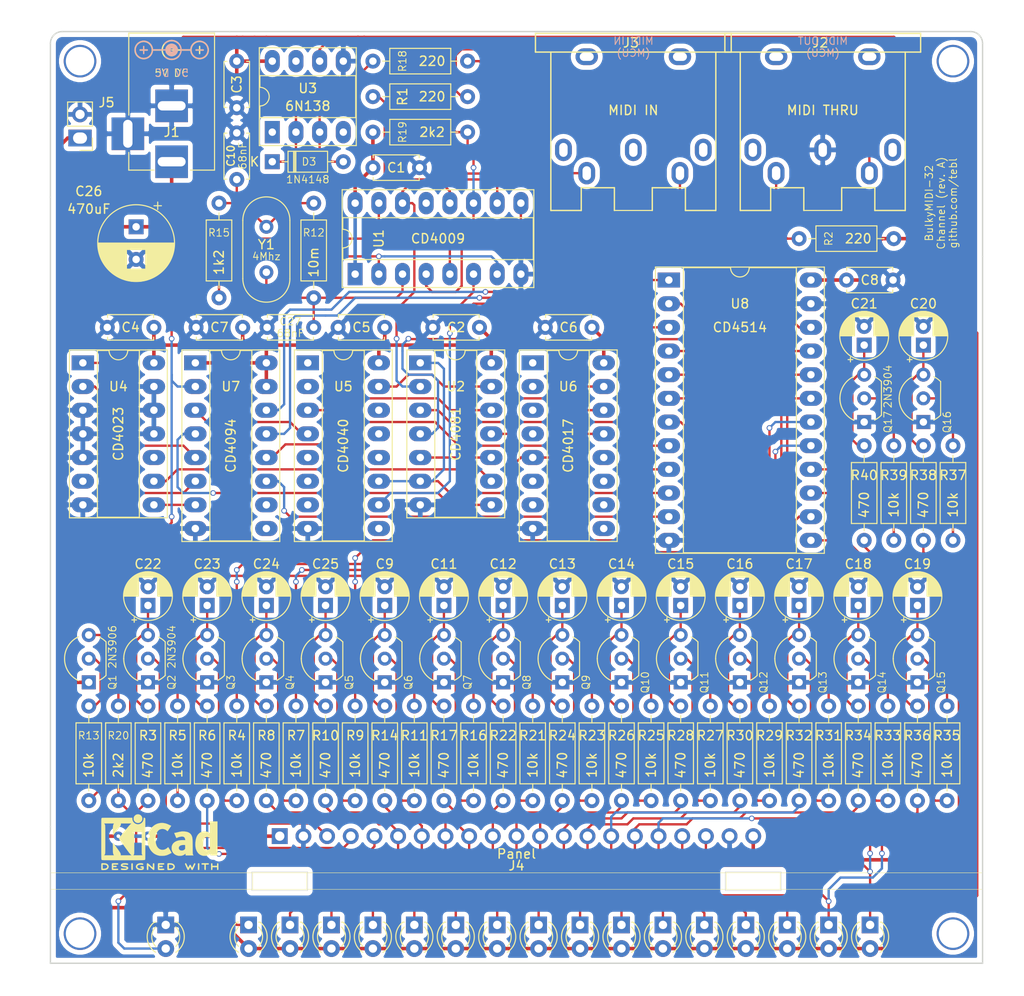
<source format=kicad_pcb>
(kicad_pcb (version 20171130) (host pcbnew "(5.1.8)-1")
  (layers (0 F.Cu signal) (31 B.Cu signal) (34 B.Paste user) (35 F.Paste user) (36 B.SilkS user) (37 F.SilkS user) (38 B.Mask user) (39 F.Mask user) (44 Edge.Cuts user))
  (net 0 "")
  (net 1 GND)
  (net 2 +5V)
  (net 3 "Net-(J2-Pad5)")
  (net 4 "Net-(J2-Pad4)")
  (net 5 "Net-(D3-Pad1)")
  (net 6 "Net-(D3-Pad2)")
  (net 7 "Net-(J3-Pad4)")
  (net 8 "Net-(R19-Pad2)")
  (net 9 "Net-(C9-Pad1)")
  (net 10 "Net-(C10-Pad2)")
  (net 11 "Net-(C11-Pad1)")
  (net 12 "Net-(C12-Pad1)")
  (net 13 "Net-(C13-Pad1)")
  (net 14 "Net-(C14-Pad1)")
  (net 15 "Net-(C15-Pad1)")
  (net 16 "Net-(C16-Pad1)")
  (net 17 "Net-(C17-Pad1)")
  (net 18 "Net-(C18-Pad1)")
  (net 19 "Net-(C19-Pad1)")
  (net 20 "Net-(C20-Pad1)")
  (net 21 "Net-(C21-Pad1)")
  (net 22 "Net-(C22-Pad1)")
  (net 23 "Net-(C23-Pad1)")
  (net 24 "Net-(C24-Pad1)")
  (net 25 "Net-(C25-Pad1)")
  (net 26 "Net-(C27-Pad1)")
  (net 27 /CH1)
  (net 28 /CH2)
  (net 29 /ACT)
  (net 30 /CH3)
  (net 31 /CH4)
  (net 32 /CH5)
  (net 33 /CH6)
  (net 34 /CH7)
  (net 35 /CH8)
  (net 36 /CH9)
  (net 37 /CH10)
  (net 38 /CH11)
  (net 39 /CH12)
  (net 40 /CH13)
  (net 41 /CH14)
  (net 42 /CH15)
  (net 43 /CH16)
  (net 44 "Net-(Q1-Pad2)")
  (net 45 "Net-(Q1-Pad3)")
  (net 46 "Net-(Q2-Pad2)")
  (net 47 "Net-(Q3-Pad2)")
  (net 48 "Net-(Q4-Pad2)")
  (net 49 "Net-(Q5-Pad2)")
  (net 50 "Net-(Q6-Pad2)")
  (net 51 "Net-(Q7-Pad2)")
  (net 52 "Net-(Q8-Pad2)")
  (net 53 "Net-(Q9-Pad2)")
  (net 54 "Net-(Q10-Pad2)")
  (net 55 "Net-(Q11-Pad2)")
  (net 56 "Net-(Q12-Pad2)")
  (net 57 "Net-(Q13-Pad2)")
  (net 58 "Net-(Q14-Pad2)")
  (net 59 "Net-(Q15-Pad2)")
  (net 60 "Net-(Q16-Pad2)")
  (net 61 "Net-(Q17-Pad2)")
  (net 62 "Net-(R1-Pad2)")
  (net 63 /C1)
  (net 64 /C0)
  (net 65 /C2)
  (net 66 /C3)
  (net 67 /C4)
  (net 68 "Net-(R13-Pad1)")
  (net 69 "Net-(R15-Pad2)")
  (net 70 /C5)
  (net 71 /C6)
  (net 72 /C7)
  (net 73 /C8)
  (net 74 /C9)
  (net 75 /C10)
  (net 76 /C11)
  (net 77 /C12)
  (net 78 /C13)
  (net 79 /C14)
  (net 80 /C15)
  (net 81 "Net-(U1-Pad4)")
  (net 82 "Net-(U1-Pad12)")
  (net 83 "Net-(U1-Pad6)")
  (net 84 "Net-(U2-Pad1)")
  (net 85 "Net-(U2-Pad8)")
  (net 86 "Net-(U2-Pad9)")
  (net 87 "Net-(U2-Pad3)")
  (net 88 "Net-(U2-Pad10)")
  (net 89 "Net-(U2-Pad4)")
  (net 90 "Net-(U2-Pad11)")
  (net 91 "Net-(U2-Pad12)")
  (net 92 "Net-(U2-Pad13)")
  (net 93 "Net-(U4-Pad2)")
  (net 94 "Net-(U4-Pad8)")
  (net 95 "Net-(U4-Pad1)")
  (net 96 "Net-(U5-Pad4)")
  (net 97 "Net-(U7-Pad11)")
  (net 98 "Net-(U7-Pad12)")
  (net 99 "Net-(U7-Pad13)")
  (net 100 "Net-(U7-Pad14)")
  (module BulkyMIDI-32:Channel_Panel (layer F.Cu) (at 120.18 140.97)
    (fp_text reference J4 (at 0 3.175 180) (layer F.SilkS))
    (fp_text value Panel (at 0 1.905) (layer F.SilkS))
    (pad 4 thru_hole oval (at -17.78 0) (size 1.7 1.7) (drill 1) (layers *.Cu *.Mask) (net 27 /CH1))
    (pad 3 thru_hole oval (at -20.32 0) (size 1.7 1.7) (drill 1) (layers *.Cu *.Mask) (net 29 /ACT))
    (pad 2 thru_hole oval (at -22.86 0) (size 1.7 1.7) (drill 1) (layers *.Cu *.Mask) (net 1 GND))
    (pad 1 thru_hole rect (at -25.4 0) (size 1.7 1.7) (drill 1) (layers *.Cu *.Mask) (net 2 +5V))
    (pad 5 thru_hole oval (at -15.24 0) (size 1.7 1.7) (drill 1) (layers *.Cu *.Mask) (net 28 /CH2))
    (pad 6 thru_hole oval (at -12.7 0) (size 1.7 1.7) (drill 1) (layers *.Cu *.Mask) (net 30 /CH3))
    (pad 7 thru_hole oval (at -10.16 0) (size 1.7 1.7) (drill 1) (layers *.Cu *.Mask) (net 31 /CH4))
    (pad 8 thru_hole oval (at -7.62 0) (size 1.7 1.7) (drill 1) (layers *.Cu *.Mask) (net 32 /CH5))
    (pad 9 thru_hole oval (at -5.08 0) (size 1.7 1.7) (drill 1) (layers *.Cu *.Mask) (net 33 /CH6))
    (pad 10 thru_hole oval (at -2.54 0) (size 1.7 1.7) (drill 1) (layers *.Cu *.Mask) (net 34 /CH7))
    (pad 11 thru_hole oval (at 0 0) (size 1.7 1.7) (drill 1) (layers *.Cu *.Mask) (net 35 /CH8))
    (pad 12 thru_hole oval (at 2.54 0) (size 1.7 1.7) (drill 1) (layers *.Cu *.Mask) (net 36 /CH9))
    (pad 13 thru_hole oval (at 5.08 0) (size 1.7 1.7) (drill 1) (layers *.Cu *.Mask) (net 37 /CH10))
    (pad 14 thru_hole oval (at 7.62 0) (size 1.7 1.7) (drill 1) (layers *.Cu *.Mask) (net 38 /CH11))
    (pad 15 thru_hole oval (at 10.16 0) (size 1.7 1.7) (drill 1) (layers *.Cu *.Mask) (net 39 /CH12))
    (pad 16 thru_hole oval (at 12.7 0) (size 1.7 1.7) (drill 1) (layers *.Cu *.Mask) (net 40 /CH13))
    (pad 17 thru_hole oval (at 15.24 0) (size 1.7 1.7) (drill 1) (layers *.Cu *.Mask) (net 41 /CH14))
    (pad 18 thru_hole oval (at 17.78 0) (size 1.7 1.7) (drill 1) (layers *.Cu *.Mask) (net 42 /CH15))
    (pad 19 thru_hole oval (at 20.32 0) (size 1.7 1.7) (drill 1) (layers *.Cu *.Mask) (net 43 /CH16))
    (pad 20 thru_hole oval (at 22.86 0) (size 1.7 1.7) (drill 1) (layers *.Cu *.Mask) (net 1 GND))
    (pad 21 thru_hole oval (at 25.4 0) (size 1.7 1.7) (drill 1) (layers *.Cu *.Mask) (net 2 +5V))
  )
  (module Capacitor_THT:C_Disc_D4.7mm_W2.5mm_P5.00mm (layer F.Cu) (at 104.775 69.215)
    (fp_text reference C1 (at 2.5 0) (layer F.SilkS))
    (fp_text value 100nF)
    (pad 1 thru_hole circle (at 0 0) (size 1.6 1.6) (drill 0.8) (layers *.Cu *.Mask) (net 2 +5V))
    (pad 2 thru_hole circle (at 5 0) (size 1.6 1.6) (drill 0.8) (layers *.Cu *.Mask) (net 1 GND))
  )
  (module BulkyMIDI-32:DIN5_MIDI (layer F.Cu) (at 132.715 67.31 180)
    (fp_text reference J3 (at 0.25 11.5 180) (layer F.SilkS))
    (fp_text value "MIDI IN" (at 0 4.25 180) (layer F.SilkS))
    (pad 2 thru_hole oval (at 0 0 180) (size 1.8 2.4) (drill oval 0.9 1.5) (layers *.Cu *.Mask))
    (pad "" np_thru_hole oval (at 5 10 180) (size 2.4 1.8) (drill oval 1.5 0.9) (layers *.Cu *.Mask))
    (pad "" np_thru_hole oval (at -5 10 180) (size 2.4 1.8) (drill oval 1.5 0.9) (layers *.Cu *.Mask))
    (pad 1 thru_hole oval (at 7.5 0 180) (size 1.8 2.4) (drill oval 0.9 1.5) (layers *.Cu *.Mask))
    (pad 3 thru_hole oval (at -7.5 0 180) (size 1.8 2.4) (drill oval 0.9 1.5) (layers *.Cu *.Mask))
    (pad 4 thru_hole oval (at 5 -2.5 180) (size 1.8 2.4) (drill oval 0.9 1.5) (layers *.Cu *.Mask) (net 7 "Net-(J3-Pad4)"))
    (pad 5 thru_hole oval (at -5 -2.5 180) (size 1.8 2.4) (drill oval 0.9 1.5) (layers *.Cu *.Mask) (net 6 "Net-(D3-Pad2)"))
  )
  (module BulkyMIDI-32:DIN5_MIDI (layer F.Cu) (at 153.035 67.31 180)
    (fp_text reference J2 (at 0.25 11.5 180) (layer F.SilkS))
    (fp_text value "MIDI THRU" (at 0 4.25 180) (layer F.SilkS))
    (pad 2 thru_hole oval (at 0 0 180) (size 1.8 2.4) (drill oval 0.9 1.5) (layers *.Cu *.Mask) (net 1 GND))
    (pad "" np_thru_hole oval (at 5 10 180) (size 2.4 1.8) (drill oval 1.5 0.9) (layers *.Cu *.Mask))
    (pad "" np_thru_hole oval (at -5 10 180) (size 2.4 1.8) (drill oval 1.5 0.9) (layers *.Cu *.Mask))
    (pad 1 thru_hole oval (at 7.5 0 180) (size 1.8 2.4) (drill oval 0.9 1.5) (layers *.Cu *.Mask))
    (pad 3 thru_hole oval (at -7.5 0 180) (size 1.8 2.4) (drill oval 0.9 1.5) (layers *.Cu *.Mask))
    (pad 4 thru_hole oval (at 5 -2.5 180) (size 1.8 2.4) (drill oval 0.9 1.5) (layers *.Cu *.Mask) (net 4 "Net-(J2-Pad4)"))
    (pad 5 thru_hole oval (at -5 -2.5 180) (size 1.8 2.4) (drill oval 0.9 1.5) (layers *.Cu *.Mask) (net 3 "Net-(J2-Pad5)"))
  )
  (module BulkyMIDI-32:PWR_Specification (layer F.Cu) (at 83.185 56.515)
    (fp_text reference SYM1 hide)
    (fp_text value DC_5V)
    (fp_text user + (at -3 0 180) (layer B.SilkS))
    (fp_text user - (at 3 0 180) (layer B.SilkS))
    (fp_text user - (at -3 0) (layer F.SilkS))
    (fp_text user + (at 3 0) (layer F.SilkS))
  )
  (module mounting:M3 (layer F.Cu) (at 73.355 151.435)
    (fp_text reference M1 hide)
    (fp_text value Mounting hide)
    (pad "" np_thru_hole circle (at 0 0) (size 3.5 3.5) (drill 3.048) (layers *.Cu *.Mask))
  )
  (module mounting:M3 (layer F.Cu) (at 167.005 57.785)
    (fp_text reference M3 hide)
    (fp_text value Mounting hide)
    (pad "" np_thru_hole circle (at 0 0) (size 3.5 3.5) (drill 3.048) (layers *.Cu *.Mask))
  )
  (module mounting:M3 (layer F.Cu) (at 73.355 57.785)
    (fp_text reference M4 hide)
    (fp_text value Mounting hide)
    (pad "" np_thru_hole circle (at 0 0) (size 3.5 3.5) (drill 3.048) (layers *.Cu *.Mask))
  )
  (module Symbols:KiCad-Logo2_6mm_SilkScreen (layer F.Cu) (at 81.915 141.605)
    (fp_text reference REF*** hide)
    (fp_text value KiCad-Logo2_6mm_SilkScreen hide)
  )
  (module Connectors:BARREL_JACK (layer F.Cu) (at 83.185 68.58 270)
    (fp_text reference J1 (at -3.175 0) (layer F.SilkS))
    (fp_text value "DC IN")
    (pad 3 thru_hole rect (at -3 4.7 270) (size 3.5 3.5) (drill oval 3 1) (layers *.Cu *.Mask) (net 1 GND))
    (pad 2 thru_hole rect (at -6 0 270) (size 3.5 3.5) (drill oval 1 3) (layers *.Cu *.Mask) (net 1 GND))
    (pad 1 thru_hole rect (at 0 0 270) (size 3.5 3.5) (drill oval 1 3) (layers *.Cu *.Mask) (net 2 +5V))
  )
  (module Capacitor_THT:CP_Radial_D8.0mm_P3.50mm (layer F.Cu) (at 79.375 75.565 270)
    (fp_text reference C26 (at -3.81 5.08 180) (layer F.SilkS))
    (fp_text value 470uF (at -1.905 5.08 180) (layer F.SilkS))
    (pad 1 thru_hole rect (at 0 0 270) (size 1.6 1.6) (drill 0.8) (layers *.Cu *.Mask) (net 2 +5V))
    (pad 2 thru_hole circle (at 3.5 0 270) (size 1.6 1.6) (drill 0.8) (layers *.Cu *.Mask) (net 1 GND))
  )
  (module Resistor_THT:R_Axial_DIN0207_L6.3mm_D2.5mm_P10.16mm_Horizontal (layer F.Cu) (at 160.655 76.835 180)
    (fp_text reference R2 (at 6.985 0 90) (layer F.SilkS) (effects (font (size 0.8 0.8) (thickness 0.1))))
    (fp_text value 220 (at 3.81 0) (layer F.SilkS))
    (pad 1 thru_hole circle (at 0 0 180) (size 1.6 1.6) (drill 0.8) (layers *.Cu *.Mask) (net 2 +5V))
    (pad 2 thru_hole oval (at 10.16 0 180) (size 1.6 1.6) (drill 0.8) (layers *.Cu *.Mask) (net 4 "Net-(J2-Pad4)"))
  )
  (module Resistor_THT:R_Axial_DIN0207_L6.3mm_D2.5mm_P10.16mm_Horizontal (layer F.Cu) (at 114.935 61.595 180)
    (fp_text reference R1 (at 6.985 0 270) (layer F.SilkS))
    (fp_text value 220 (at 3.81 0) (layer F.SilkS))
    (pad 1 thru_hole circle (at 0 0 180) (size 1.6 1.6) (drill 0.8) (layers *.Cu *.Mask) (net 3 "Net-(J2-Pad5)"))
    (pad 2 thru_hole oval (at 10.16 0 180) (size 1.6 1.6) (drill 0.8) (layers *.Cu *.Mask) (net 62 "Net-(R1-Pad2)"))
  )
  (module Resistor_THT:R_Axial_DIN0207_L6.3mm_D2.5mm_P10.16mm_Horizontal (layer F.Cu) (at 88.265 73.025 270)
    (fp_text reference R15 (at 3.175 0) (layer F.SilkS) (effects (font (size 0.8 0.8) (thickness 0.1))))
    (fp_text value 1k2 (at 6.35 0 90) (layer F.SilkS))
    (pad 2 thru_hole oval (at 10.16 0 270) (size 1.6 1.6) (drill 0.8) (layers *.Cu *.Mask) (net 69 "Net-(R15-Pad2)"))
    (pad 1 thru_hole circle (at 0 0 270) (size 1.6 1.6) (drill 0.8) (layers *.Cu *.Mask) (net 10 "Net-(C10-Pad2)"))
  )
  (module Resistor_THT:R_Axial_DIN0207_L6.3mm_D2.5mm_P10.16mm_Horizontal (layer F.Cu) (at 83.82 137.16 90)
    (fp_text reference R5 (at 6.985 0) (layer F.SilkS))
    (fp_text value 10k (at 3.81 0 90) (layer F.SilkS))
    (pad 1 thru_hole circle (at 0 0 90) (size 1.6 1.6) (drill 0.8) (layers *.Cu *.Mask) (net 46 "Net-(Q2-Pad2)"))
    (pad 2 thru_hole oval (at 10.16 0 90) (size 1.6 1.6) (drill 0.8) (layers *.Cu *.Mask) (net 64 /C0))
  )
  (module Diode_THT:D_DO-35_SOD27_P7.62mm_Horizontal (layer F.Cu) (at 93.98 68.58)
    (fp_text reference D3 (at 3.937 0) (layer F.SilkS) (effects (font (size 0.8 0.8) (thickness 0.1))))
    (fp_text value 1N4148 (at 3.81 1.905) (layer F.SilkS) (effects (font (size 0.8 0.8) (thickness 0.1))))
    (fp_text user K (at -1.905 0) (layer F.SilkS))
    (pad 1 thru_hole rect (at 0 0) (size 1.6 1.6) (drill 0.8) (layers *.Cu *.Mask) (net 5 "Net-(D3-Pad1)"))
    (pad 2 thru_hole oval (at 7.62 0) (size 1.6 1.6) (drill 0.8) (layers *.Cu *.Mask) (net 6 "Net-(D3-Pad2)"))
  )
  (module mounting:M3 (layer F.Cu) (at 167.005 151.435)
    (fp_text reference M2 hide)
    (fp_text value Mounting hide)
    (pad "" np_thru_hole circle (at 0 0) (size 3.5 3.5) (drill 3.048) (layers *.Cu *.Mask))
  )
  (module Resistor_THT:R_Axial_DIN0207_L6.3mm_D2.5mm_P10.16mm_Horizontal (layer F.Cu) (at 104.775 57.785)
    (fp_text reference R18 (at 3.175 0 90) (layer F.SilkS) (effects (font (size 0.8 0.8) (thickness 0.1))))
    (fp_text value 220 (at 6.35 0) (layer F.SilkS))
    (pad 1 thru_hole circle (at 0 0) (size 1.6 1.6) (drill 0.8) (layers *.Cu *.Mask) (net 5 "Net-(D3-Pad1)"))
    (pad 2 thru_hole oval (at 10.16 0) (size 1.6 1.6) (drill 0.8) (layers *.Cu *.Mask) (net 7 "Net-(J3-Pad4)"))
  )
  (module Resistor_THT:R_Axial_DIN0207_L6.3mm_D2.5mm_P10.16mm_Horizontal (layer F.Cu) (at 104.775 65.405)
    (fp_text reference R19 (at 3.175 0 90) (layer F.SilkS) (effects (font (size 0.8 0.8) (thickness 0.1))))
    (fp_text value 2k2 (at 6.35 0) (layer F.SilkS))
    (pad 2 thru_hole oval (at 10.16 0) (size 1.6 1.6) (drill 0.8) (layers *.Cu *.Mask) (net 8 "Net-(R19-Pad2)"))
    (pad 1 thru_hole circle (at 0 0) (size 1.6 1.6) (drill 0.8) (layers *.Cu *.Mask) (net 2 +5V))
  )
  (module Package_DIP:DIP-8_W7.62mm_Socket_LongPads (layer F.Cu) (at 93.98 65.405 90)
    (fp_text reference U3 (at 4.699 3.81 180) (layer F.SilkS))
    (fp_text value 6N138 (at 2.794 3.81 180) (layer F.SilkS))
    (pad 1 thru_hole rect (at 0 0 90) (size 2.4 1.6) (drill 0.8) (layers *.Cu *.Mask))
    (pad 5 thru_hole oval (at 7.62 7.62 90) (size 2.4 1.6) (drill 0.8) (layers *.Cu *.Mask) (net 1 GND))
    (pad 2 thru_hole oval (at 0 2.54 90) (size 2.4 1.6) (drill 0.8) (layers *.Cu *.Mask) (net 5 "Net-(D3-Pad1)"))
    (pad 6 thru_hole oval (at 7.62 5.08 90) (size 2.4 1.6) (drill 0.8) (layers *.Cu *.Mask) (net 8 "Net-(R19-Pad2)"))
    (pad 3 thru_hole oval (at 0 5.08 90) (size 2.4 1.6) (drill 0.8) (layers *.Cu *.Mask) (net 6 "Net-(D3-Pad2)"))
    (pad 7 thru_hole oval (at 7.62 2.54 90) (size 2.4 1.6) (drill 0.8) (layers *.Cu *.Mask))
    (pad 4 thru_hole oval (at 0 7.62 90) (size 2.4 1.6) (drill 0.8) (layers *.Cu *.Mask))
    (pad 8 thru_hole oval (at 7.62 0 90) (size 2.4 1.6) (drill 0.8) (layers *.Cu *.Mask) (net 2 +5V))
  )
  (module Capacitor_THT:C_Disc_D4.7mm_W2.5mm_P5.00mm (layer F.Cu) (at 90.805 86.36 180)
    (fp_text reference C7 (at 2.5 0) (layer F.SilkS))
    (fp_text value 100nF)
    (pad 1 thru_hole circle (at 0 0 180) (size 1.6 1.6) (drill 0.8) (layers *.Cu *.Mask) (net 2 +5V))
    (pad 2 thru_hole circle (at 5 0 180) (size 1.6 1.6) (drill 0.8) (layers *.Cu *.Mask) (net 1 GND))
  )
  (module Resistor_THT:R_Axial_DIN0207_L6.3mm_D2.5mm_P10.16mm_Horizontal (layer F.Cu) (at 77.47 137.16 90)
    (fp_text reference R20 (at 6.985 0 180) (layer F.SilkS) (effects (font (size 0.8 0.8) (thickness 0.1))))
    (fp_text value 2k2 (at 3.81 0 90) (layer F.SilkS))
    (pad 1 thru_hole circle (at 0 0 90) (size 1.6 1.6) (drill 0.8) (layers *.Cu *.Mask) (net 29 /ACT))
    (pad 2 thru_hole oval (at 10.16 0 90) (size 1.6 1.6) (drill 0.8) (layers *.Cu *.Mask) (net 45 "Net-(Q1-Pad3)"))
  )
  (module Package_TO_SOT_THT:TO-92_Inline_Wide (layer F.Cu) (at 74.295 124.46 90)
    (fp_text reference Q1 (at 0 2.54 90) (layer F.SilkS) (effects (font (size 0.8 0.8) (thickness 0.1))))
    (fp_text value 2N3906 (at 3.81 2.54 270) (layer F.SilkS) (effects (font (size 0.8 0.8) (thickness 0.1))))
    (pad 2 thru_hole circle (at 2.54 0 90) (size 1.5 1.5) (drill 0.8) (layers *.Cu *.Mask) (net 44 "Net-(Q1-Pad2)"))
    (pad 3 thru_hole circle (at 5.08 0 90) (size 1.5 1.5) (drill 0.8) (layers *.Cu *.Mask) (net 45 "Net-(Q1-Pad3)"))
    (pad 1 thru_hole rect (at 0 0 90) (size 1.5 1.5) (drill 0.8) (layers *.Cu *.Mask) (net 2 +5V))
  )
  (module Resistor_THT:R_Axial_DIN0207_L6.3mm_D2.5mm_P10.16mm_Horizontal (layer F.Cu) (at 98.425 83.185 90)
    (fp_text reference R12 (at 6.985 0) (layer F.SilkS) (effects (font (size 0.8 0.8) (thickness 0.1))))
    (fp_text value 10m (at 3.81 0 90) (layer F.SilkS))
    (pad 1 thru_hole circle (at 0 0 90) (size 1.6 1.6) (drill 0.8) (layers *.Cu *.Mask) (net 26 "Net-(C27-Pad1)"))
    (pad 2 thru_hole oval (at 10.16 0 90) (size 1.6 1.6) (drill 0.8) (layers *.Cu *.Mask) (net 10 "Net-(C10-Pad2)"))
  )
  (module Resistor_THT:R_Axial_DIN0207_L6.3mm_D2.5mm_P10.16mm_Horizontal (layer F.Cu) (at 74.295 137.16 90)
    (fp_text reference R13 (at 6.985 0) (layer F.SilkS) (effects (font (size 0.8 0.8) (thickness 0.1))))
    (fp_text value 10k (at 3.81 0 90) (layer F.SilkS))
    (pad 2 thru_hole oval (at 10.16 0 90) (size 1.6 1.6) (drill 0.8) (layers *.Cu *.Mask) (net 44 "Net-(Q1-Pad2)"))
    (pad 1 thru_hole circle (at 0 0 90) (size 1.6 1.6) (drill 0.8) (layers *.Cu *.Mask) (net 68 "Net-(R13-Pad1)"))
  )
  (module Capacitor_THT:C_Disc_D4.7mm_W2.5mm_P5.00mm (layer F.Cu) (at 116.205 86.36 180)
    (fp_text reference C2 (at 2.5 0) (layer F.SilkS))
    (fp_text value 100nF)
    (pad 1 thru_hole circle (at 0 0 180) (size 1.6 1.6) (drill 0.8) (layers *.Cu *.Mask) (net 2 +5V))
    (pad 2 thru_hole circle (at 5 0 180) (size 1.6 1.6) (drill 0.8) (layers *.Cu *.Mask) (net 1 GND))
  )
  (module Capacitor_THT:C_Disc_D4.7mm_W2.5mm_P5.00mm (layer F.Cu) (at 90.17 57.785 270)
    (fp_text reference C3 (at 2.5 0 90) (layer F.SilkS))
    (fp_text value 100nF)
    (pad 1 thru_hole circle (at 0 0 270) (size 1.6 1.6) (drill 0.8) (layers *.Cu *.Mask) (net 2 +5V))
    (pad 2 thru_hole circle (at 5 0 270) (size 1.6 1.6) (drill 0.8) (layers *.Cu *.Mask) (net 1 GND))
  )
  (module Capacitor_THT:C_Disc_D4.7mm_W2.5mm_P5.00mm (layer F.Cu) (at 81.28 86.36 180)
    (fp_text reference C4 (at 2.5 0) (layer F.SilkS))
    (fp_text value 100nF)
    (pad 2 thru_hole circle (at 5 0 180) (size 1.6 1.6) (drill 0.8) (layers *.Cu *.Mask) (net 1 GND))
    (pad 1 thru_hole circle (at 0 0 180) (size 1.6 1.6) (drill 0.8) (layers *.Cu *.Mask) (net 2 +5V))
  )
  (module Capacitor_THT:C_Disc_D4.7mm_W2.5mm_P5.00mm (layer F.Cu) (at 106.045 86.36 180)
    (fp_text reference C5 (at 2.5 0) (layer F.SilkS))
    (fp_text value 100nF)
    (pad 1 thru_hole circle (at 0 0 180) (size 1.6 1.6) (drill 0.8) (layers *.Cu *.Mask) (net 2 +5V))
    (pad 2 thru_hole circle (at 5 0 180) (size 1.6 1.6) (drill 0.8) (layers *.Cu *.Mask) (net 1 GND))
  )
  (module Capacitor_THT:C_Disc_D4.7mm_W2.5mm_P5.00mm (layer F.Cu) (at 128.27 86.36 180)
    (fp_text reference C6 (at 2.5 0) (layer F.SilkS))
    (fp_text value 100nF)
    (pad 1 thru_hole circle (at 0 0 180) (size 1.6 1.6) (drill 0.8) (layers *.Cu *.Mask) (net 2 +5V))
    (pad 2 thru_hole circle (at 5 0 180) (size 1.6 1.6) (drill 0.8) (layers *.Cu *.Mask) (net 1 GND))
  )
  (module Capacitor_THT:C_Disc_D4.7mm_W2.5mm_P5.00mm (layer F.Cu) (at 155.575 81.28)
    (fp_text reference C8 (at 2.5 0) (layer F.SilkS))
    (fp_text value 100nF)
    (pad 2 thru_hole circle (at 5 0) (size 1.6 1.6) (drill 0.8) (layers *.Cu *.Mask) (net 1 GND))
    (pad 1 thru_hole circle (at 0 0) (size 1.6 1.6) (drill 0.8) (layers *.Cu *.Mask) (net 2 +5V))
  )
  (module Capacitor_THT:CP_Radial_D5.0mm_P2.00mm (layer F.Cu) (at 106.045 116.205 90)
    (fp_text reference C9 (at 4.445 0 180) (layer F.SilkS))
    (fp_text value 22uF)
    (pad 1 thru_hole rect (at 0 0 90) (size 1.6 1.6) (drill 0.8) (layers *.Cu *.Mask) (net 9 "Net-(C9-Pad1)"))
    (pad 2 thru_hole circle (at 2 0 90) (size 1.6 1.6) (drill 0.8) (layers *.Cu *.Mask) (net 1 GND))
  )
  (module Capacitor_THT:C_Disc_D4.7mm_W2.5mm_P5.00mm (layer F.Cu) (at 90.17 65.485 270)
    (fp_text reference C10 (at 2.46 0.635 90) (layer F.SilkS) (effects (font (size 0.8 0.8))))
    (fp_text value 68nF (at 2.46 -0.635 270) (layer F.SilkS) (effects (font (size 0.8 0.8) (thickness 0.1))))
    (pad 2 thru_hole circle (at 5 0 270) (size 1.6 1.6) (drill 0.8) (layers *.Cu *.Mask) (net 10 "Net-(C10-Pad2)"))
    (pad 1 thru_hole circle (at 0 0 270) (size 1.6 1.6) (drill 0.8) (layers *.Cu *.Mask) (net 1 GND))
  )
  (module Capacitor_THT:CP_Radial_D5.0mm_P2.00mm (layer F.Cu) (at 112.395 116.205 90)
    (fp_text reference C11 (at 4.445 0 180) (layer F.SilkS))
    (fp_text value 22uF)
    (pad 1 thru_hole rect (at 0 0 90) (size 1.6 1.6) (drill 0.8) (layers *.Cu *.Mask) (net 11 "Net-(C11-Pad1)"))
    (pad 2 thru_hole circle (at 2 0 90) (size 1.6 1.6) (drill 0.8) (layers *.Cu *.Mask) (net 1 GND))
  )
  (module Capacitor_THT:CP_Radial_D5.0mm_P2.00mm (layer F.Cu) (at 118.745 116.205 90)
    (fp_text reference C12 (at 4.445 0 180) (layer F.SilkS))
    (fp_text value 22uF)
    (pad 2 thru_hole circle (at 2 0 90) (size 1.6 1.6) (drill 0.8) (layers *.Cu *.Mask) (net 1 GND))
    (pad 1 thru_hole rect (at 0 0 90) (size 1.6 1.6) (drill 0.8) (layers *.Cu *.Mask) (net 12 "Net-(C12-Pad1)"))
  )
  (module Capacitor_THT:CP_Radial_D5.0mm_P2.00mm (layer F.Cu) (at 125.095 116.205 90)
    (fp_text reference C13 (at 4.445 0 180) (layer F.SilkS))
    (fp_text value 22uF)
    (pad 1 thru_hole rect (at 0 0 90) (size 1.6 1.6) (drill 0.8) (layers *.Cu *.Mask) (net 13 "Net-(C13-Pad1)"))
    (pad 2 thru_hole circle (at 2 0 90) (size 1.6 1.6) (drill 0.8) (layers *.Cu *.Mask) (net 1 GND))
  )
  (module Capacitor_THT:CP_Radial_D5.0mm_P2.00mm (layer F.Cu) (at 131.445 116.205 90)
    (fp_text reference C14 (at 4.445 0 180) (layer F.SilkS))
    (fp_text value 22uF)
    (pad 2 thru_hole circle (at 2 0 90) (size 1.6 1.6) (drill 0.8) (layers *.Cu *.Mask) (net 1 GND))
    (pad 1 thru_hole rect (at 0 0 90) (size 1.6 1.6) (drill 0.8) (layers *.Cu *.Mask) (net 14 "Net-(C14-Pad1)"))
  )
  (module Capacitor_THT:CP_Radial_D5.0mm_P2.00mm (layer F.Cu) (at 137.795 116.205 90)
    (fp_text reference C15 (at 4.445 0 180) (layer F.SilkS))
    (fp_text value 22uF)
    (pad 1 thru_hole rect (at 0 0 90) (size 1.6 1.6) (drill 0.8) (layers *.Cu *.Mask) (net 15 "Net-(C15-Pad1)"))
    (pad 2 thru_hole circle (at 2 0 90) (size 1.6 1.6) (drill 0.8) (layers *.Cu *.Mask) (net 1 GND))
  )
  (module Capacitor_THT:CP_Radial_D5.0mm_P2.00mm (layer F.Cu) (at 144.145 116.205 90)
    (fp_text reference C16 (at 4.445 0 180) (layer F.SilkS))
    (fp_text value 22uF)
    (pad 2 thru_hole circle (at 2 0 90) (size 1.6 1.6) (drill 0.8) (layers *.Cu *.Mask) (net 1 GND))
    (pad 1 thru_hole rect (at 0 0 90) (size 1.6 1.6) (drill 0.8) (layers *.Cu *.Mask) (net 16 "Net-(C16-Pad1)"))
  )
  (module Capacitor_THT:CP_Radial_D5.0mm_P2.00mm (layer F.Cu) (at 150.495 116.205 90)
    (fp_text reference C17 (at 4.445 0 180) (layer F.SilkS))
    (fp_text value 22uF)
    (pad 2 thru_hole circle (at 2 0 90) (size 1.6 1.6) (drill 0.8) (layers *.Cu *.Mask) (net 1 GND))
    (pad 1 thru_hole rect (at 0 0 90) (size 1.6 1.6) (drill 0.8) (layers *.Cu *.Mask) (net 17 "Net-(C17-Pad1)"))
  )
  (module Capacitor_THT:CP_Radial_D5.0mm_P2.00mm (layer F.Cu) (at 156.845 116.205 90)
    (fp_text reference C18 (at 4.445 0 180) (layer F.SilkS))
    (fp_text value 22uF)
    (pad 2 thru_hole circle (at 2 0 90) (size 1.6 1.6) (drill 0.8) (layers *.Cu *.Mask) (net 1 GND))
    (pad 1 thru_hole rect (at 0 0 90) (size 1.6 1.6) (drill 0.8) (layers *.Cu *.Mask) (net 18 "Net-(C18-Pad1)"))
  )
  (module Capacitor_THT:CP_Radial_D5.0mm_P2.00mm (layer F.Cu) (at 163.195 116.205 90)
    (fp_text reference C19 (at 4.445 0 180) (layer F.SilkS))
    (fp_text value 22uF)
    (pad 1 thru_hole rect (at 0 0 90) (size 1.6 1.6) (drill 0.8) (layers *.Cu *.Mask) (net 19 "Net-(C19-Pad1)"))
    (pad 2 thru_hole circle (at 2 0 90) (size 1.6 1.6) (drill 0.8) (layers *.Cu *.Mask) (net 1 GND))
  )
  (module Capacitor_THT:CP_Radial_D5.0mm_P2.00mm (layer F.Cu) (at 163.83 88.265 90)
    (fp_text reference C20 (at 4.445 0 180) (layer F.SilkS))
    (fp_text value 22uF)
    (pad 2 thru_hole circle (at 2 0 90) (size 1.6 1.6) (drill 0.8) (layers *.Cu *.Mask) (net 1 GND))
    (pad 1 thru_hole rect (at 0 0 90) (size 1.6 1.6) (drill 0.8) (layers *.Cu *.Mask) (net 20 "Net-(C20-Pad1)"))
  )
  (module Capacitor_THT:CP_Radial_D5.0mm_P2.00mm (layer F.Cu) (at 157.48 88.265 90)
    (fp_text reference C21 (at 4.445 0 180) (layer F.SilkS))
    (fp_text value 22uF)
    (pad 1 thru_hole rect (at 0 0 90) (size 1.6 1.6) (drill 0.8) (layers *.Cu *.Mask) (net 21 "Net-(C21-Pad1)"))
    (pad 2 thru_hole circle (at 2 0 90) (size 1.6 1.6) (drill 0.8) (layers *.Cu *.Mask) (net 1 GND))
  )
  (module Capacitor_THT:CP_Radial_D5.0mm_P2.00mm (layer F.Cu) (at 80.645 116.205 90)
    (fp_text reference C22 (at 4.445 0 180) (layer F.SilkS))
    (fp_text value 22uF)
    (pad 1 thru_hole rect (at 0 0 90) (size 1.6 1.6) (drill 0.8) (layers *.Cu *.Mask) (net 22 "Net-(C22-Pad1)"))
    (pad 2 thru_hole circle (at 2 0 90) (size 1.6 1.6) (drill 0.8) (layers *.Cu *.Mask) (net 1 GND))
  )
  (module Capacitor_THT:CP_Radial_D5.0mm_P2.00mm (layer F.Cu) (at 86.995 116.205 90)
    (fp_text reference C23 (at 4.445 0 180) (layer F.SilkS))
    (fp_text value 22uF)
    (pad 2 thru_hole circle (at 2 0 90) (size 1.6 1.6) (drill 0.8) (layers *.Cu *.Mask) (net 1 GND))
    (pad 1 thru_hole rect (at 0 0 90) (size 1.6 1.6) (drill 0.8) (layers *.Cu *.Mask) (net 23 "Net-(C23-Pad1)"))
  )
  (module Capacitor_THT:CP_Radial_D5.0mm_P2.00mm (layer F.Cu) (at 93.345 116.205 90)
    (fp_text reference C24 (at 4.445 0 180) (layer F.SilkS))
    (fp_text value 22uF)
    (pad 1 thru_hole rect (at 0 0 90) (size 1.6 1.6) (drill 0.8) (layers *.Cu *.Mask) (net 24 "Net-(C24-Pad1)"))
    (pad 2 thru_hole circle (at 2 0 90) (size 1.6 1.6) (drill 0.8) (layers *.Cu *.Mask) (net 1 GND))
  )
  (module Capacitor_THT:CP_Radial_D5.0mm_P2.00mm (layer F.Cu) (at 99.695 116.205 90)
    (fp_text reference C25 (at 4.445 0 180) (layer F.SilkS))
    (fp_text value 22uF)
    (pad 2 thru_hole circle (at 2 0 90) (size 1.6 1.6) (drill 0.8) (layers *.Cu *.Mask) (net 1 GND))
    (pad 1 thru_hole rect (at 0 0 90) (size 1.6 1.6) (drill 0.8) (layers *.Cu *.Mask) (net 25 "Net-(C25-Pad1)"))
  )
  (module Capacitor_THT:C_Disc_D4.7mm_W2.5mm_P5.00mm (layer F.Cu) (at 98.425 86.36 180)
    (fp_text reference C27 (at 2.5 0.635) (layer F.SilkS) (effects (font (size 0.8 0.8) (thickness 0.1))))
    (fp_text value 68nF (at 2.5 -0.635) (layer F.SilkS) (effects (font (size 0.8 0.8) (thickness 0.1))))
    (pad 2 thru_hole circle (at 5 0 180) (size 1.6 1.6) (drill 0.8) (layers *.Cu *.Mask) (net 1 GND))
    (pad 1 thru_hole circle (at 0 0 180) (size 1.6 1.6) (drill 0.8) (layers *.Cu *.Mask) (net 26 "Net-(C27-Pad1)"))
  )
  (module Package_TO_SOT_THT:TO-92_Inline_Wide (layer F.Cu) (at 80.645 124.46 90)
    (fp_text reference Q2 (at 0 2.54 90) (layer F.SilkS) (effects (font (size 0.8 0.8) (thickness 0.1))))
    (fp_text value 2N3904 (at 3.81 2.54 90) (layer F.SilkS) (effects (font (size 0.8 0.8) (thickness 0.1))))
    (pad 2 thru_hole circle (at 2.54 0 90) (size 1.5 1.5) (drill 0.8) (layers *.Cu *.Mask) (net 46 "Net-(Q2-Pad2)"))
    (pad 3 thru_hole circle (at 5.08 0 90) (size 1.5 1.5) (drill 0.8) (layers *.Cu *.Mask) (net 22 "Net-(C22-Pad1)"))
    (pad 1 thru_hole rect (at 0 0 90) (size 1.5 1.5) (drill 0.8) (layers *.Cu *.Mask) (net 1 GND))
  )
  (module Package_TO_SOT_THT:TO-92_Inline_Wide (layer F.Cu) (at 86.995 124.46 90)
    (fp_text reference Q3 (at 0 2.54 90) (layer F.SilkS) (effects (font (size 0.8 0.8) (thickness 0.1))))
    (fp_text value 2N3904)
    (pad 2 thru_hole circle (at 2.54 0 90) (size 1.5 1.5) (drill 0.8) (layers *.Cu *.Mask) (net 47 "Net-(Q3-Pad2)"))
    (pad 3 thru_hole circle (at 5.08 0 90) (size 1.5 1.5) (drill 0.8) (layers *.Cu *.Mask) (net 23 "Net-(C23-Pad1)"))
    (pad 1 thru_hole rect (at 0 0 90) (size 1.5 1.5) (drill 0.8) (layers *.Cu *.Mask) (net 1 GND))
  )
  (module Package_TO_SOT_THT:TO-92_Inline_Wide (layer F.Cu) (at 93.345 124.46 90)
    (fp_text reference Q4 (at 0 2.54 90) (layer F.SilkS) (effects (font (size 0.8 0.8) (thickness 0.1))))
    (fp_text value 2N3904)
    (pad 1 thru_hole rect (at 0 0 90) (size 1.5 1.5) (drill 0.8) (layers *.Cu *.Mask) (net 1 GND))
    (pad 3 thru_hole circle (at 5.08 0 90) (size 1.5 1.5) (drill 0.8) (layers *.Cu *.Mask) (net 24 "Net-(C24-Pad1)"))
    (pad 2 thru_hole circle (at 2.54 0 90) (size 1.5 1.5) (drill 0.8) (layers *.Cu *.Mask) (net 48 "Net-(Q4-Pad2)"))
  )
  (module Package_TO_SOT_THT:TO-92_Inline_Wide (layer F.Cu) (at 99.695 124.46 90)
    (fp_text reference Q5 (at 0 2.54 90) (layer F.SilkS) (effects (font (size 0.8 0.8) (thickness 0.1))))
    (fp_text value 2N3904)
    (pad 2 thru_hole circle (at 2.54 0 90) (size 1.5 1.5) (drill 0.8) (layers *.Cu *.Mask) (net 49 "Net-(Q5-Pad2)"))
    (pad 3 thru_hole circle (at 5.08 0 90) (size 1.5 1.5) (drill 0.8) (layers *.Cu *.Mask) (net 25 "Net-(C25-Pad1)"))
    (pad 1 thru_hole rect (at 0 0 90) (size 1.5 1.5) (drill 0.8) (layers *.Cu *.Mask) (net 1 GND))
  )
  (module Package_TO_SOT_THT:TO-92_Inline_Wide (layer F.Cu) (at 106.045 124.46 90)
    (fp_text reference Q6 (at 0 2.54 90) (layer F.SilkS) (effects (font (size 0.8 0.8) (thickness 0.1))))
    (fp_text value 2N3904)
    (pad 1 thru_hole rect (at 0 0 90) (size 1.5 1.5) (drill 0.8) (layers *.Cu *.Mask) (net 1 GND))
    (pad 3 thru_hole circle (at 5.08 0 90) (size 1.5 1.5) (drill 0.8) (layers *.Cu *.Mask) (net 9 "Net-(C9-Pad1)"))
    (pad 2 thru_hole circle (at 2.54 0 90) (size 1.5 1.5) (drill 0.8) (layers *.Cu *.Mask) (net 50 "Net-(Q6-Pad2)"))
  )
  (module Package_TO_SOT_THT:TO-92_Inline_Wide (layer F.Cu) (at 112.395 124.46 90)
    (fp_text reference Q7 (at 0 2.54 90) (layer F.SilkS) (effects (font (size 0.8 0.8) (thickness 0.1))))
    (fp_text value 2N3904)
    (pad 2 thru_hole circle (at 2.54 0 90) (size 1.5 1.5) (drill 0.8) (layers *.Cu *.Mask) (net 51 "Net-(Q7-Pad2)"))
    (pad 3 thru_hole circle (at 5.08 0 90) (size 1.5 1.5) (drill 0.8) (layers *.Cu *.Mask) (net 11 "Net-(C11-Pad1)"))
    (pad 1 thru_hole rect (at 0 0 90) (size 1.5 1.5) (drill 0.8) (layers *.Cu *.Mask) (net 1 GND))
  )
  (module Package_TO_SOT_THT:TO-92_Inline_Wide (layer F.Cu) (at 118.745 124.46 90)
    (fp_text reference Q8 (at 0 2.54 90) (layer F.SilkS) (effects (font (size 0.8 0.8) (thickness 0.1))))
    (fp_text value 2N3904)
    (pad 1 thru_hole rect (at 0 0 90) (size 1.5 1.5) (drill 0.8) (layers *.Cu *.Mask) (net 1 GND))
    (pad 3 thru_hole circle (at 5.08 0 90) (size 1.5 1.5) (drill 0.8) (layers *.Cu *.Mask) (net 12 "Net-(C12-Pad1)"))
    (pad 2 thru_hole circle (at 2.54 0 90) (size 1.5 1.5) (drill 0.8) (layers *.Cu *.Mask) (net 52 "Net-(Q8-Pad2)"))
  )
  (module Package_TO_SOT_THT:TO-92_Inline_Wide (layer F.Cu) (at 125.095 124.46 90)
    (fp_text reference Q9 (at 0 2.54 90) (layer F.SilkS) (effects (font (size 0.8 0.8) (thickness 0.1))))
    (fp_text value 2N3904)
    (pad 1 thru_hole rect (at 0 0 90) (size 1.5 1.5) (drill 0.8) (layers *.Cu *.Mask) (net 1 GND))
    (pad 3 thru_hole circle (at 5.08 0 90) (size 1.5 1.5) (drill 0.8) (layers *.Cu *.Mask) (net 13 "Net-(C13-Pad1)"))
    (pad 2 thru_hole circle (at 2.54 0 90) (size 1.5 1.5) (drill 0.8) (layers *.Cu *.Mask) (net 53 "Net-(Q9-Pad2)"))
  )
  (module Package_TO_SOT_THT:TO-92_Inline_Wide (layer F.Cu) (at 131.445 124.46 90)
    (fp_text reference Q10 (at 0 2.54 90) (layer F.SilkS) (effects (font (size 0.8 0.8) (thickness 0.1))))
    (fp_text value 2N3904)
    (pad 2 thru_hole circle (at 2.54 0 90) (size 1.5 1.5) (drill 0.8) (layers *.Cu *.Mask) (net 54 "Net-(Q10-Pad2)"))
    (pad 3 thru_hole circle (at 5.08 0 90) (size 1.5 1.5) (drill 0.8) (layers *.Cu *.Mask) (net 14 "Net-(C14-Pad1)"))
    (pad 1 thru_hole rect (at 0 0 90) (size 1.5 1.5) (drill 0.8) (layers *.Cu *.Mask) (net 1 GND))
  )
  (module Package_TO_SOT_THT:TO-92_Inline_Wide (layer F.Cu) (at 137.795 124.46 90)
    (fp_text reference Q11 (at 0 2.54 90) (layer F.SilkS) (effects (font (size 0.8 0.8) (thickness 0.1))))
    (fp_text value 2N3904)
    (pad 1 thru_hole rect (at 0 0 90) (size 1.5 1.5) (drill 0.8) (layers *.Cu *.Mask) (net 1 GND))
    (pad 3 thru_hole circle (at 5.08 0 90) (size 1.5 1.5) (drill 0.8) (layers *.Cu *.Mask) (net 15 "Net-(C15-Pad1)"))
    (pad 2 thru_hole circle (at 2.54 0 90) (size 1.5 1.5) (drill 0.8) (layers *.Cu *.Mask) (net 55 "Net-(Q11-Pad2)"))
  )
  (module Package_TO_SOT_THT:TO-92_Inline_Wide (layer F.Cu) (at 144.145 124.46 90)
    (fp_text reference Q12 (at 0 2.54 90) (layer F.SilkS) (effects (font (size 0.8 0.8) (thickness 0.1))))
    (fp_text value 2N3904)
    (pad 1 thru_hole rect (at 0 0 90) (size 1.5 1.5) (drill 0.8) (layers *.Cu *.Mask) (net 1 GND))
    (pad 3 thru_hole circle (at 5.08 0 90) (size 1.5 1.5) (drill 0.8) (layers *.Cu *.Mask) (net 16 "Net-(C16-Pad1)"))
    (pad 2 thru_hole circle (at 2.54 0 90) (size 1.5 1.5) (drill 0.8) (layers *.Cu *.Mask) (net 56 "Net-(Q12-Pad2)"))
  )
  (module Package_TO_SOT_THT:TO-92_Inline_Wide (layer F.Cu) (at 150.495 124.46 90)
    (fp_text reference Q13 (at 0 2.54 90) (layer F.SilkS) (effects (font (size 0.8 0.8) (thickness 0.1))))
    (fp_text value 2N3904)
    (pad 1 thru_hole rect (at 0 0 90) (size 1.5 1.5) (drill 0.8) (layers *.Cu *.Mask) (net 1 GND))
    (pad 3 thru_hole circle (at 5.08 0 90) (size 1.5 1.5) (drill 0.8) (layers *.Cu *.Mask) (net 17 "Net-(C17-Pad1)"))
    (pad 2 thru_hole circle (at 2.54 0 90) (size 1.5 1.5) (drill 0.8) (layers *.Cu *.Mask) (net 57 "Net-(Q13-Pad2)"))
  )
  (module Package_TO_SOT_THT:TO-92_Inline_Wide (layer F.Cu) (at 156.845 124.46 90)
    (fp_text reference Q14 (at 0 2.54 90) (layer F.SilkS) (effects (font (size 0.8 0.8) (thickness 0.1))))
    (fp_text value 2N3904)
    (pad 2 thru_hole circle (at 2.54 0 90) (size 1.5 1.5) (drill 0.8) (layers *.Cu *.Mask) (net 58 "Net-(Q14-Pad2)"))
    (pad 3 thru_hole circle (at 5.08 0 90) (size 1.5 1.5) (drill 0.8) (layers *.Cu *.Mask) (net 18 "Net-(C18-Pad1)"))
    (pad 1 thru_hole rect (at 0 0 90) (size 1.5 1.5) (drill 0.8) (layers *.Cu *.Mask) (net 1 GND))
  )
  (module Package_TO_SOT_THT:TO-92_Inline_Wide (layer F.Cu) (at 163.195 124.46 90)
    (fp_text reference Q15 (at 0 2.54 90) (layer F.SilkS) (effects (font (size 0.8 0.8) (thickness 0.1))))
    (fp_text value 2N3904)
    (pad 2 thru_hole circle (at 2.54 0 90) (size 1.5 1.5) (drill 0.8) (layers *.Cu *.Mask) (net 59 "Net-(Q15-Pad2)"))
    (pad 3 thru_hole circle (at 5.08 0 90) (size 1.5 1.5) (drill 0.8) (layers *.Cu *.Mask) (net 19 "Net-(C19-Pad1)"))
    (pad 1 thru_hole rect (at 0 0 90) (size 1.5 1.5) (drill 0.8) (layers *.Cu *.Mask) (net 1 GND))
  )
  (module Package_TO_SOT_THT:TO-92_Inline_Wide (layer F.Cu) (at 163.83 96.52 90)
    (fp_text reference Q16 (at 0 2.54 90) (layer F.SilkS) (effects (font (size 0.8 0.8) (thickness 0.1))))
    (fp_text value 2N3904)
    (pad 1 thru_hole rect (at 0 0 90) (size 1.5 1.5) (drill 0.8) (layers *.Cu *.Mask) (net 1 GND))
    (pad 3 thru_hole circle (at 5.08 0 90) (size 1.5 1.5) (drill 0.8) (layers *.Cu *.Mask) (net 20 "Net-(C20-Pad1)"))
    (pad 2 thru_hole circle (at 2.54 0 90) (size 1.5 1.5) (drill 0.8) (layers *.Cu *.Mask) (net 60 "Net-(Q16-Pad2)"))
  )
  (module Package_TO_SOT_THT:TO-92_Inline_Wide (layer F.Cu) (at 157.48 96.52 90)
    (fp_text reference Q17 (at 0 2.54 90) (layer F.SilkS) (effects (font (size 0.8 0.8) (thickness 0.1))))
    (fp_text value 2N3904 (at 3.81 2.54 90) (layer F.SilkS) (effects (font (size 0.8 0.8) (thickness 0.1))))
    (pad 2 thru_hole circle (at 2.54 0 90) (size 1.5 1.5) (drill 0.8) (layers *.Cu *.Mask) (net 61 "Net-(Q17-Pad2)"))
    (pad 3 thru_hole circle (at 5.08 0 90) (size 1.5 1.5) (drill 0.8) (layers *.Cu *.Mask) (net 21 "Net-(C21-Pad1)"))
    (pad 1 thru_hole rect (at 0 0 90) (size 1.5 1.5) (drill 0.8) (layers *.Cu *.Mask) (net 1 GND))
  )
  (module Resistor_THT:R_Axial_DIN0207_L6.3mm_D2.5mm_P10.16mm_Horizontal (layer F.Cu) (at 80.645 127 270)
    (fp_text reference R3 (at 3.175 0 180) (layer F.SilkS))
    (fp_text value 470 (at 6.35 0 90) (layer F.SilkS))
    (pad 1 thru_hole circle (at 0 0 270) (size 1.6 1.6) (drill 0.8) (layers *.Cu *.Mask) (net 22 "Net-(C22-Pad1)"))
    (pad 2 thru_hole oval (at 10.16 0 270) (size 1.6 1.6) (drill 0.8) (layers *.Cu *.Mask) (net 27 /CH1))
  )
  (module Resistor_THT:R_Axial_DIN0207_L6.3mm_D2.5mm_P10.16mm_Horizontal (layer F.Cu) (at 90.17 137.16 90)
    (fp_text reference R4 (at 6.985 0 180) (layer F.SilkS))
    (fp_text value 10k (at 3.81 0 90) (layer F.SilkS))
    (pad 1 thru_hole circle (at 0 0 90) (size 1.6 1.6) (drill 0.8) (layers *.Cu *.Mask) (net 47 "Net-(Q3-Pad2)"))
    (pad 2 thru_hole oval (at 10.16 0 90) (size 1.6 1.6) (drill 0.8) (layers *.Cu *.Mask) (net 63 /C1))
  )
  (module Resistor_THT:R_Axial_DIN0207_L6.3mm_D2.5mm_P10.16mm_Horizontal (layer F.Cu) (at 86.995 127 270)
    (fp_text reference R6 (at 3.175 0 180) (layer F.SilkS))
    (fp_text value 470 (at 6.35 0 90) (layer F.SilkS))
    (pad 2 thru_hole oval (at 10.16 0 270) (size 1.6 1.6) (drill 0.8) (layers *.Cu *.Mask) (net 28 /CH2))
    (pad 1 thru_hole circle (at 0 0 270) (size 1.6 1.6) (drill 0.8) (layers *.Cu *.Mask) (net 23 "Net-(C23-Pad1)"))
  )
  (module Resistor_THT:R_Axial_DIN0207_L6.3mm_D2.5mm_P10.16mm_Horizontal (layer F.Cu) (at 96.52 137.16 90)
    (fp_text reference R7 (at 6.985 0 180) (layer F.SilkS))
    (fp_text value 10k (at 3.81 0 90) (layer F.SilkS))
    (pad 2 thru_hole oval (at 10.16 0 90) (size 1.6 1.6) (drill 0.8) (layers *.Cu *.Mask) (net 65 /C2))
    (pad 1 thru_hole circle (at 0 0 90) (size 1.6 1.6) (drill 0.8) (layers *.Cu *.Mask) (net 48 "Net-(Q4-Pad2)"))
  )
  (module Resistor_THT:R_Axial_DIN0207_L6.3mm_D2.5mm_P10.16mm_Horizontal (layer F.Cu) (at 93.345 127 270)
    (fp_text reference R8 (at 3.175 0 180) (layer F.SilkS))
    (fp_text value 470 (at 6.35 0 90) (layer F.SilkS))
    (pad 1 thru_hole circle (at 0 0 270) (size 1.6 1.6) (drill 0.8) (layers *.Cu *.Mask) (net 24 "Net-(C24-Pad1)"))
    (pad 2 thru_hole oval (at 10.16 0 270) (size 1.6 1.6) (drill 0.8) (layers *.Cu *.Mask) (net 30 /CH3))
  )
  (module Resistor_THT:R_Axial_DIN0207_L6.3mm_D2.5mm_P10.16mm_Horizontal (layer F.Cu) (at 102.87 137.16 90)
    (fp_text reference R9 (at 6.985 0 180) (layer F.SilkS))
    (fp_text value 10k (at 3.81 0 90) (layer F.SilkS))
    (pad 1 thru_hole circle (at 0 0 90) (size 1.6 1.6) (drill 0.8) (layers *.Cu *.Mask) (net 49 "Net-(Q5-Pad2)"))
    (pad 2 thru_hole oval (at 10.16 0 90) (size 1.6 1.6) (drill 0.8) (layers *.Cu *.Mask) (net 66 /C3))
  )
  (module Resistor_THT:R_Axial_DIN0207_L6.3mm_D2.5mm_P10.16mm_Horizontal (layer F.Cu) (at 99.695 127 270)
    (fp_text reference R10 (at 3.175 0 180) (layer F.SilkS))
    (fp_text value 470 (at 6.35 0 90) (layer F.SilkS))
    (pad 2 thru_hole oval (at 10.16 0 270) (size 1.6 1.6) (drill 0.8) (layers *.Cu *.Mask) (net 31 /CH4))
    (pad 1 thru_hole circle (at 0 0 270) (size 1.6 1.6) (drill 0.8) (layers *.Cu *.Mask) (net 25 "Net-(C25-Pad1)"))
  )
  (module Resistor_THT:R_Axial_DIN0207_L6.3mm_D2.5mm_P10.16mm_Horizontal (layer F.Cu) (at 109.22 137.16 90)
    (fp_text reference R11 (at 6.985 0 180) (layer F.SilkS))
    (fp_text value 10k (at 3.81 0 90) (layer F.SilkS))
    (pad 2 thru_hole oval (at 10.16 0 90) (size 1.6 1.6) (drill 0.8) (layers *.Cu *.Mask) (net 67 /C4))
    (pad 1 thru_hole circle (at 0 0 90) (size 1.6 1.6) (drill 0.8) (layers *.Cu *.Mask) (net 50 "Net-(Q6-Pad2)"))
  )
  (module Resistor_THT:R_Axial_DIN0207_L6.3mm_D2.5mm_P10.16mm_Horizontal (layer F.Cu) (at 106.045 127 270)
    (fp_text reference R14 (at 3.175 0 180) (layer F.SilkS))
    (fp_text value 470 (at 6.35 0 90) (layer F.SilkS))
    (pad 1 thru_hole circle (at 0 0 270) (size 1.6 1.6) (drill 0.8) (layers *.Cu *.Mask) (net 9 "Net-(C9-Pad1)"))
    (pad 2 thru_hole oval (at 10.16 0 270) (size 1.6 1.6) (drill 0.8) (layers *.Cu *.Mask) (net 32 /CH5))
  )
  (module Resistor_THT:R_Axial_DIN0207_L6.3mm_D2.5mm_P10.16mm_Horizontal (layer F.Cu) (at 115.57 137.16 90)
    (fp_text reference R16 (at 6.985 0 180) (layer F.SilkS))
    (fp_text value 10k (at 3.81 0 90) (layer F.SilkS))
    (pad 1 thru_hole circle (at 0 0 90) (size 1.6 1.6) (drill 0.8) (layers *.Cu *.Mask) (net 51 "Net-(Q7-Pad2)"))
    (pad 2 thru_hole oval (at 10.16 0 90) (size 1.6 1.6) (drill 0.8) (layers *.Cu *.Mask) (net 70 /C5))
  )
  (module Resistor_THT:R_Axial_DIN0207_L6.3mm_D2.5mm_P10.16mm_Horizontal (layer F.Cu) (at 112.395 127 270)
    (fp_text reference R17 (at 3.175 0 180) (layer F.SilkS))
    (fp_text value 470 (at 6.35 0 90) (layer F.SilkS))
    (pad 2 thru_hole oval (at 10.16 0 270) (size 1.6 1.6) (drill 0.8) (layers *.Cu *.Mask) (net 33 /CH6))
    (pad 1 thru_hole circle (at 0 0 270) (size 1.6 1.6) (drill 0.8) (layers *.Cu *.Mask) (net 11 "Net-(C11-Pad1)"))
  )
  (module Resistor_THT:R_Axial_DIN0207_L6.3mm_D2.5mm_P10.16mm_Horizontal (layer F.Cu) (at 121.92 137.16 90)
    (fp_text reference R21 (at 6.985 0 180) (layer F.SilkS))
    (fp_text value 10k (at 3.81 0 90) (layer F.SilkS))
    (pad 2 thru_hole oval (at 10.16 0 90) (size 1.6 1.6) (drill 0.8) (layers *.Cu *.Mask) (net 71 /C6))
    (pad 1 thru_hole circle (at 0 0 90) (size 1.6 1.6) (drill 0.8) (layers *.Cu *.Mask) (net 52 "Net-(Q8-Pad2)"))
  )
  (module Resistor_THT:R_Axial_DIN0207_L6.3mm_D2.5mm_P10.16mm_Horizontal (layer F.Cu) (at 118.745 127 270)
    (fp_text reference R22 (at 3.175 0 180) (layer F.SilkS))
    (fp_text value 470 (at 6.35 0 90) (layer F.SilkS))
    (pad 1 thru_hole circle (at 0 0 270) (size 1.6 1.6) (drill 0.8) (layers *.Cu *.Mask) (net 12 "Net-(C12-Pad1)"))
    (pad 2 thru_hole oval (at 10.16 0 270) (size 1.6 1.6) (drill 0.8) (layers *.Cu *.Mask) (net 34 /CH7))
  )
  (module Resistor_THT:R_Axial_DIN0207_L6.3mm_D2.5mm_P10.16mm_Horizontal (layer F.Cu) (at 128.27 137.16 90)
    (fp_text reference R23 (at 6.985 0 180) (layer F.SilkS))
    (fp_text value 10k (at 3.81 0 90) (layer F.SilkS))
    (pad 1 thru_hole circle (at 0 0 90) (size 1.6 1.6) (drill 0.8) (layers *.Cu *.Mask) (net 53 "Net-(Q9-Pad2)"))
    (pad 2 thru_hole oval (at 10.16 0 90) (size 1.6 1.6) (drill 0.8) (layers *.Cu *.Mask) (net 72 /C7))
  )
  (module Resistor_THT:R_Axial_DIN0207_L6.3mm_D2.5mm_P10.16mm_Horizontal (layer F.Cu) (at 125.095 127 270)
    (fp_text reference R24 (at 3.175 0 180) (layer F.SilkS))
    (fp_text value 470 (at 6.35 0 90) (layer F.SilkS))
    (pad 2 thru_hole oval (at 10.16 0 270) (size 1.6 1.6) (drill 0.8) (layers *.Cu *.Mask) (net 35 /CH8))
    (pad 1 thru_hole circle (at 0 0 270) (size 1.6 1.6) (drill 0.8) (layers *.Cu *.Mask) (net 13 "Net-(C13-Pad1)"))
  )
  (module Resistor_THT:R_Axial_DIN0207_L6.3mm_D2.5mm_P10.16mm_Horizontal (layer F.Cu) (at 134.62 137.16 90)
    (fp_text reference R25 (at 6.985 0 180) (layer F.SilkS))
    (fp_text value 10k (at 3.81 0 90) (layer F.SilkS))
    (pad 2 thru_hole oval (at 10.16 0 90) (size 1.6 1.6) (drill 0.8) (layers *.Cu *.Mask) (net 73 /C8))
    (pad 1 thru_hole circle (at 0 0 90) (size 1.6 1.6) (drill 0.8) (layers *.Cu *.Mask) (net 54 "Net-(Q10-Pad2)"))
  )
  (module Resistor_THT:R_Axial_DIN0207_L6.3mm_D2.5mm_P10.16mm_Horizontal (layer F.Cu) (at 131.445 127 270)
    (fp_text reference R26 (at 3.175 0 180) (layer F.SilkS))
    (fp_text value 470 (at 6.35 0 90) (layer F.SilkS))
    (pad 1 thru_hole circle (at 0 0 270) (size 1.6 1.6) (drill 0.8) (layers *.Cu *.Mask) (net 14 "Net-(C14-Pad1)"))
    (pad 2 thru_hole oval (at 10.16 0 270) (size 1.6 1.6) (drill 0.8) (layers *.Cu *.Mask) (net 36 /CH9))
  )
  (module Resistor_THT:R_Axial_DIN0207_L6.3mm_D2.5mm_P10.16mm_Horizontal (layer F.Cu) (at 140.97 137.16 90)
    (fp_text reference R27 (at 6.985 0 180) (layer F.SilkS))
    (fp_text value 10k (at 3.81 0 90) (layer F.SilkS))
    (pad 2 thru_hole oval (at 10.16 0 90) (size 1.6 1.6) (drill 0.8) (layers *.Cu *.Mask) (net 74 /C9))
    (pad 1 thru_hole circle (at 0 0 90) (size 1.6 1.6) (drill 0.8) (layers *.Cu *.Mask) (net 55 "Net-(Q11-Pad2)"))
  )
  (module Resistor_THT:R_Axial_DIN0207_L6.3mm_D2.5mm_P10.16mm_Horizontal (layer F.Cu) (at 137.795 127 270)
    (fp_text reference R28 (at 3.175 0 180) (layer F.SilkS))
    (fp_text value 470 (at 6.35 0 90) (layer F.SilkS))
    (pad 2 thru_hole oval (at 10.16 0 270) (size 1.6 1.6) (drill 0.8) (layers *.Cu *.Mask) (net 37 /CH10))
    (pad 1 thru_hole circle (at 0 0 270) (size 1.6 1.6) (drill 0.8) (layers *.Cu *.Mask) (net 15 "Net-(C15-Pad1)"))
  )
  (module Resistor_THT:R_Axial_DIN0207_L6.3mm_D2.5mm_P10.16mm_Horizontal (layer F.Cu) (at 147.32 137.16 90)
    (fp_text reference R29 (at 6.985 0 180) (layer F.SilkS))
    (fp_text value 10k (at 3.81 0 90) (layer F.SilkS))
    (pad 1 thru_hole circle (at 0 0 90) (size 1.6 1.6) (drill 0.8) (layers *.Cu *.Mask) (net 56 "Net-(Q12-Pad2)"))
    (pad 2 thru_hole oval (at 10.16 0 90) (size 1.6 1.6) (drill 0.8) (layers *.Cu *.Mask) (net 75 /C10))
  )
  (module Resistor_THT:R_Axial_DIN0207_L6.3mm_D2.5mm_P10.16mm_Horizontal (layer F.Cu) (at 144.145 127 270)
    (fp_text reference R30 (at 3.175 0 180) (layer F.SilkS))
    (fp_text value 470 (at 6.35 0 90) (layer F.SilkS))
    (pad 1 thru_hole circle (at 0 0 270) (size 1.6 1.6) (drill 0.8) (layers *.Cu *.Mask) (net 16 "Net-(C16-Pad1)"))
    (pad 2 thru_hole oval (at 10.16 0 270) (size 1.6 1.6) (drill 0.8) (layers *.Cu *.Mask) (net 38 /CH11))
  )
  (module Resistor_THT:R_Axial_DIN0207_L6.3mm_D2.5mm_P10.16mm_Horizontal (layer F.Cu) (at 153.67 137.16 90)
    (fp_text reference R31 (at 6.985 0 180) (layer F.SilkS))
    (fp_text value 10k (at 3.81 0 90) (layer F.SilkS))
    (pad 2 thru_hole oval (at 10.16 0 90) (size 1.6 1.6) (drill 0.8) (layers *.Cu *.Mask) (net 76 /C11))
    (pad 1 thru_hole circle (at 0 0 90) (size 1.6 1.6) (drill 0.8) (layers *.Cu *.Mask) (net 57 "Net-(Q13-Pad2)"))
  )
  (module Resistor_THT:R_Axial_DIN0207_L6.3mm_D2.5mm_P10.16mm_Horizontal (layer F.Cu) (at 150.495 127 270)
    (fp_text reference R32 (at 3.175 0 180) (layer F.SilkS))
    (fp_text value 470 (at 6.35 0 90) (layer F.SilkS))
    (pad 2 thru_hole oval (at 10.16 0 270) (size 1.6 1.6) (drill 0.8) (layers *.Cu *.Mask) (net 39 /CH12))
    (pad 1 thru_hole circle (at 0 0 270) (size 1.6 1.6) (drill 0.8) (layers *.Cu *.Mask) (net 17 "Net-(C17-Pad1)"))
  )
  (module Resistor_THT:R_Axial_DIN0207_L6.3mm_D2.5mm_P10.16mm_Horizontal (layer F.Cu) (at 160.02 137.16 90)
    (fp_text reference R33 (at 6.985 0 180) (layer F.SilkS))
    (fp_text value 10k (at 3.81 0 90) (layer F.SilkS))
    (pad 1 thru_hole circle (at 0 0 90) (size 1.6 1.6) (drill 0.8) (layers *.Cu *.Mask) (net 58 "Net-(Q14-Pad2)"))
    (pad 2 thru_hole oval (at 10.16 0 90) (size 1.6 1.6) (drill 0.8) (layers *.Cu *.Mask) (net 77 /C12))
  )
  (module Resistor_THT:R_Axial_DIN0207_L6.3mm_D2.5mm_P10.16mm_Horizontal (layer F.Cu) (at 156.845 127 270)
    (fp_text reference R34 (at 3.175 0 180) (layer F.SilkS))
    (fp_text value 470 (at 6.35 0 90) (layer F.SilkS))
    (pad 1 thru_hole circle (at 0 0 270) (size 1.6 1.6) (drill 0.8) (layers *.Cu *.Mask) (net 18 "Net-(C18-Pad1)"))
    (pad 2 thru_hole oval (at 10.16 0 270) (size 1.6 1.6) (drill 0.8) (layers *.Cu *.Mask) (net 40 /CH13))
  )
  (module Resistor_THT:R_Axial_DIN0207_L6.3mm_D2.5mm_P10.16mm_Horizontal (layer F.Cu) (at 166.37 137.16 90)
    (fp_text reference R35 (at 6.985 0 180) (layer F.SilkS))
    (fp_text value 10k (at 3.81 0 90) (layer F.SilkS))
    (pad 2 thru_hole oval (at 10.16 0 90) (size 1.6 1.6) (drill 0.8) (layers *.Cu *.Mask) (net 78 /C13))
    (pad 1 thru_hole circle (at 0 0 90) (size 1.6 1.6) (drill 0.8) (layers *.Cu *.Mask) (net 59 "Net-(Q15-Pad2)"))
  )
  (module Resistor_THT:R_Axial_DIN0207_L6.3mm_D2.5mm_P10.16mm_Horizontal (layer F.Cu) (at 163.195 127 270)
    (fp_text reference R36 (at 3.175 0 180) (layer F.SilkS))
    (fp_text value 470 (at 6.35 0 90) (layer F.SilkS))
    (pad 2 thru_hole oval (at 10.16 0 270) (size 1.6 1.6) (drill 0.8) (layers *.Cu *.Mask) (net 41 /CH14))
    (pad 1 thru_hole circle (at 0 0 270) (size 1.6 1.6) (drill 0.8) (layers *.Cu *.Mask) (net 19 "Net-(C19-Pad1)"))
  )
  (module Resistor_THT:R_Axial_DIN0207_L6.3mm_D2.5mm_P10.16mm_Horizontal (layer F.Cu) (at 167.005 99.06 270)
    (fp_text reference R37 (at 3.175 0 180) (layer F.SilkS))
    (fp_text value 10k (at 6.35 0 90) (layer F.SilkS))
    (pad 1 thru_hole circle (at 0 0 270) (size 1.6 1.6) (drill 0.8) (layers *.Cu *.Mask) (net 60 "Net-(Q16-Pad2)"))
    (pad 2 thru_hole oval (at 10.16 0 270) (size 1.6 1.6) (drill 0.8) (layers *.Cu *.Mask) (net 79 /C14))
  )
  (module Resistor_THT:R_Axial_DIN0207_L6.3mm_D2.5mm_P10.16mm_Horizontal (layer F.Cu) (at 163.83 99.06 270)
    (fp_text reference R38 (at 3.175 0 180) (layer F.SilkS))
    (fp_text value 470 (at 6.35 0 90) (layer F.SilkS))
    (pad 1 thru_hole circle (at 0 0 270) (size 1.6 1.6) (drill 0.8) (layers *.Cu *.Mask) (net 20 "Net-(C20-Pad1)"))
    (pad 2 thru_hole oval (at 10.16 0 270) (size 1.6 1.6) (drill 0.8) (layers *.Cu *.Mask) (net 42 /CH15))
  )
  (module Resistor_THT:R_Axial_DIN0207_L6.3mm_D2.5mm_P10.16mm_Horizontal (layer F.Cu) (at 160.655 99.06 270)
    (fp_text reference R39 (at 3.175 0 180) (layer F.SilkS))
    (fp_text value 10k (at 6.35 0 90) (layer F.SilkS))
    (pad 1 thru_hole circle (at 0 0 270) (size 1.6 1.6) (drill 0.8) (layers *.Cu *.Mask) (net 61 "Net-(Q17-Pad2)"))
    (pad 2 thru_hole oval (at 10.16 0 270) (size 1.6 1.6) (drill 0.8) (layers *.Cu *.Mask) (net 80 /C15))
  )
  (module Resistor_THT:R_Axial_DIN0207_L6.3mm_D2.5mm_P10.16mm_Horizontal (layer F.Cu) (at 157.48 99.06 270)
    (fp_text reference R40 (at 3.175 0 180) (layer F.SilkS))
    (fp_text value 470 (at 6.35 0 90) (layer F.SilkS))
    (pad 2 thru_hole oval (at 10.16 0 270) (size 1.6 1.6) (drill 0.8) (layers *.Cu *.Mask) (net 43 /CH16))
    (pad 1 thru_hole circle (at 0 0 270) (size 1.6 1.6) (drill 0.8) (layers *.Cu *.Mask) (net 21 "Net-(C21-Pad1)"))
  )
  (module Package_DIP:DIP-14_W7.62mm_Socket_LongPads (layer F.Cu) (at 109.855 90.17)
    (fp_text reference U2 (at 3.81 2.54) (layer F.SilkS))
    (fp_text value CD4081 (at 3.81 7.62 90) (layer F.SilkS))
    (pad 1 thru_hole rect (at 0 0) (size 2.4 1.6) (drill 0.8) (layers *.Cu *.Mask) (net 84 "Net-(U2-Pad1)"))
    (pad 8 thru_hole oval (at 7.62 15.24) (size 2.4 1.6) (drill 0.8) (layers *.Cu *.Mask) (net 85 "Net-(U2-Pad8)"))
    (pad 2 thru_hole oval (at 0 2.54) (size 2.4 1.6) (drill 0.8) (layers *.Cu *.Mask) (net 82 "Net-(U1-Pad12)"))
    (pad 9 thru_hole oval (at 7.62 12.7) (size 2.4 1.6) (drill 0.8) (layers *.Cu *.Mask) (net 86 "Net-(U2-Pad9)"))
    (pad 3 thru_hole oval (at 0 5.08) (size 2.4 1.6) (drill 0.8) (layers *.Cu *.Mask) (net 87 "Net-(U2-Pad3)"))
    (pad 10 thru_hole oval (at 7.62 10.16) (size 2.4 1.6) (drill 0.8) (layers *.Cu *.Mask) (net 88 "Net-(U2-Pad10)"))
    (pad 4 thru_hole oval (at 0 7.62) (size 2.4 1.6) (drill 0.8) (layers *.Cu *.Mask) (net 89 "Net-(U2-Pad4)"))
    (pad 11 thru_hole oval (at 7.62 7.62) (size 2.4 1.6) (drill 0.8) (layers *.Cu *.Mask) (net 90 "Net-(U2-Pad11)"))
    (pad 5 thru_hole oval (at 0 10.16) (size 2.4 1.6) (drill 0.8) (layers *.Cu *.Mask) (net 88 "Net-(U2-Pad10)"))
    (pad 12 thru_hole oval (at 7.62 5.08) (size 2.4 1.6) (drill 0.8) (layers *.Cu *.Mask) (net 91 "Net-(U2-Pad12)"))
    (pad 6 thru_hole oval (at 0 12.7) (size 2.4 1.6) (drill 0.8) (layers *.Cu *.Mask) (net 84 "Net-(U2-Pad1)"))
    (pad 13 thru_hole oval (at 7.62 2.54) (size 2.4 1.6) (drill 0.8) (layers *.Cu *.Mask) (net 92 "Net-(U2-Pad13)"))
    (pad 7 thru_hole oval (at 0 15.24) (size 2.4 1.6) (drill 0.8) (layers *.Cu *.Mask) (net 1 GND))
    (pad 14 thru_hole oval (at 7.62 0) (size 2.4 1.6) (drill 0.8) (layers *.Cu *.Mask) (net 2 +5V))
  )
  (module Package_DIP:DIP-14_W7.62mm_Socket_LongPads (layer F.Cu) (at 73.66 90.17)
    (fp_text reference U4 (at 3.81 2.54) (layer F.SilkS))
    (fp_text value CD4023 (at 3.81 7.62 90) (layer F.SilkS))
    (pad 14 thru_hole oval (at 7.62 0) (size 2.4 1.6) (drill 0.8) (layers *.Cu *.Mask) (net 2 +5V))
    (pad 7 thru_hole oval (at 0 15.24) (size 2.4 1.6) (drill 0.8) (layers *.Cu *.Mask) (net 1 GND))
    (pad 13 thru_hole oval (at 7.62 2.54) (size 2.4 1.6) (drill 0.8) (layers *.Cu *.Mask) (net 1 GND))
    (pad 6 thru_hole oval (at 0 12.7) (size 2.4 1.6) (drill 0.8) (layers *.Cu *.Mask))
    (pad 12 thru_hole oval (at 7.62 5.08) (size 2.4 1.6) (drill 0.8) (layers *.Cu *.Mask) (net 1 GND))
    (pad 5 thru_hole oval (at 0 10.16) (size 2.4 1.6) (drill 0.8) (layers *.Cu *.Mask) (net 1 GND))
    (pad 11 thru_hole oval (at 7.62 7.62) (size 2.4 1.6) (drill 0.8) (layers *.Cu *.Mask) (net 1 GND))
    (pad 4 thru_hole oval (at 0 7.62) (size 2.4 1.6) (drill 0.8) (layers *.Cu *.Mask) (net 1 GND))
    (pad 10 thru_hole oval (at 7.62 10.16) (size 2.4 1.6) (drill 0.8) (layers *.Cu *.Mask))
    (pad 3 thru_hole oval (at 0 5.08) (size 2.4 1.6) (drill 0.8) (layers *.Cu *.Mask) (net 1 GND))
    (pad 9 thru_hole oval (at 7.62 12.7) (size 2.4 1.6) (drill 0.8) (layers *.Cu *.Mask) (net 86 "Net-(U2-Pad9)"))
    (pad 2 thru_hole oval (at 0 2.54) (size 2.4 1.6) (drill 0.8) (layers *.Cu *.Mask) (net 93 "Net-(U4-Pad2)"))
    (pad 8 thru_hole oval (at 7.62 15.24) (size 2.4 1.6) (drill 0.8) (layers *.Cu *.Mask) (net 94 "Net-(U4-Pad8)"))
    (pad 1 thru_hole rect (at 0 0) (size 2.4 1.6) (drill 0.8) (layers *.Cu *.Mask) (net 95 "Net-(U4-Pad1)"))
  )
  (module Package_DIP:DIP-16_W7.62mm_Socket_LongPads (layer F.Cu) (at 97.79 90.17)
    (fp_text reference U5 (at 3.81 2.54) (layer F.SilkS))
    (fp_text value CD4040 (at 3.81 8.89 90) (layer F.SilkS))
    (pad 16 thru_hole oval (at 7.62 0) (size 2.4 1.6) (drill 0.8) (layers *.Cu *.Mask) (net 2 +5V))
    (pad 8 thru_hole oval (at 0 17.78) (size 2.4 1.6) (drill 0.8) (layers *.Cu *.Mask) (net 1 GND))
    (pad 15 thru_hole oval (at 7.62 2.54) (size 2.4 1.6) (drill 0.8) (layers *.Cu *.Mask) (net 92 "Net-(U2-Pad13)"))
    (pad 7 thru_hole oval (at 0 15.24) (size 2.4 1.6) (drill 0.8) (layers *.Cu *.Mask))
    (pad 14 thru_hole oval (at 7.62 5.08) (size 2.4 1.6) (drill 0.8) (layers *.Cu *.Mask))
    (pad 6 thru_hole oval (at 0 12.7) (size 2.4 1.6) (drill 0.8) (layers *.Cu *.Mask))
    (pad 13 thru_hole oval (at 7.62 7.62) (size 2.4 1.6) (drill 0.8) (layers *.Cu *.Mask))
    (pad 5 thru_hole oval (at 0 10.16) (size 2.4 1.6) (drill 0.8) (layers *.Cu *.Mask))
    (pad 12 thru_hole oval (at 7.62 10.16) (size 2.4 1.6) (drill 0.8) (layers *.Cu *.Mask))
    (pad 4 thru_hole oval (at 0 7.62) (size 2.4 1.6) (drill 0.8) (layers *.Cu *.Mask) (net 96 "Net-(U5-Pad4)"))
    (pad 11 thru_hole oval (at 7.62 12.7) (size 2.4 1.6) (drill 0.8) (layers *.Cu *.Mask) (net 84 "Net-(U2-Pad1)"))
    (pad 3 thru_hole oval (at 0 5.08) (size 2.4 1.6) (drill 0.8) (layers *.Cu *.Mask) (net 91 "Net-(U2-Pad12)"))
    (pad 10 thru_hole oval (at 7.62 15.24) (size 2.4 1.6) (drill 0.8) (layers *.Cu *.Mask) (net 83 "Net-(U1-Pad6)"))
    (pad 2 thru_hole oval (at 0 2.54) (size 2.4 1.6) (drill 0.8) (layers *.Cu *.Mask))
    (pad 9 thru_hole oval (at 7.62 17.78) (size 2.4 1.6) (drill 0.8) (layers *.Cu *.Mask))
    (pad 1 thru_hole rect (at 0 0) (size 2.4 1.6) (drill 0.8) (layers *.Cu *.Mask))
  )
  (module Package_DIP:DIP-16_W7.62mm_Socket_LongPads (layer F.Cu) (at 121.92 90.17)
    (fp_text reference U6 (at 3.81 2.54) (layer F.SilkS))
    (fp_text value CD4017 (at 3.81 8.89 90) (layer F.SilkS))
    (pad 1 thru_hole rect (at 0 0) (size 2.4 1.6) (drill 0.8) (layers *.Cu *.Mask))
    (pad 9 thru_hole oval (at 7.62 17.78) (size 2.4 1.6) (drill 0.8) (layers *.Cu *.Mask))
    (pad 2 thru_hole oval (at 0 2.54) (size 2.4 1.6) (drill 0.8) (layers *.Cu *.Mask))
    (pad 10 thru_hole oval (at 7.62 15.24) (size 2.4 1.6) (drill 0.8) (layers *.Cu *.Mask))
    (pad 3 thru_hole oval (at 0 5.08) (size 2.4 1.6) (drill 0.8) (layers *.Cu *.Mask))
    (pad 11 thru_hole oval (at 7.62 12.7) (size 2.4 1.6) (drill 0.8) (layers *.Cu *.Mask))
    (pad 4 thru_hole oval (at 0 7.62) (size 2.4 1.6) (drill 0.8) (layers *.Cu *.Mask))
    (pad 12 thru_hole oval (at 7.62 10.16) (size 2.4 1.6) (drill 0.8) (layers *.Cu *.Mask))
    (pad 5 thru_hole oval (at 0 10.16) (size 2.4 1.6) (drill 0.8) (layers *.Cu *.Mask) (net 84 "Net-(U2-Pad1)"))
    (pad 13 thru_hole oval (at 7.62 7.62) (size 2.4 1.6) (drill 0.8) (layers *.Cu *.Mask) (net 84 "Net-(U2-Pad1)"))
    (pad 6 thru_hole oval (at 0 12.7) (size 2.4 1.6) (drill 0.8) (layers *.Cu *.Mask))
    (pad 14 thru_hole oval (at 7.62 5.08) (size 2.4 1.6) (drill 0.8) (layers *.Cu *.Mask) (net 90 "Net-(U2-Pad11)"))
    (pad 7 thru_hole oval (at 0 15.24) (size 2.4 1.6) (drill 0.8) (layers *.Cu *.Mask))
    (pad 15 thru_hole oval (at 7.62 2.54) (size 2.4 1.6) (drill 0.8) (layers *.Cu *.Mask) (net 87 "Net-(U2-Pad3)"))
    (pad 8 thru_hole oval (at 0 17.78) (size 2.4 1.6) (drill 0.8) (layers *.Cu *.Mask) (net 1 GND))
    (pad 16 thru_hole oval (at 7.62 0) (size 2.4 1.6) (drill 0.8) (layers *.Cu *.Mask) (net 2 +5V))
  )
  (module Package_DIP:DIP-16_W7.62mm_Socket_LongPads (layer F.Cu) (at 85.725 90.17)
    (fp_text reference U7 (at 3.81 2.54) (layer F.SilkS))
    (fp_text value CD4094 (at 3.81 8.89 90) (layer F.SilkS))
    (pad 1 thru_hole rect (at 0 0) (size 2.4 1.6) (drill 0.8) (layers *.Cu *.Mask) (net 2 +5V))
    (pad 9 thru_hole oval (at 7.62 17.78) (size 2.4 1.6) (drill 0.8) (layers *.Cu *.Mask))
    (pad 2 thru_hole oval (at 0 2.54) (size 2.4 1.6) (drill 0.8) (layers *.Cu *.Mask) (net 68 "Net-(R13-Pad1)"))
    (pad 10 thru_hole oval (at 7.62 15.24) (size 2.4 1.6) (drill 0.8) (layers *.Cu *.Mask))
    (pad 3 thru_hole oval (at 0 5.08) (size 2.4 1.6) (drill 0.8) (layers *.Cu *.Mask) (net 96 "Net-(U5-Pad4)"))
    (pad 11 thru_hole oval (at 7.62 12.7) (size 2.4 1.6) (drill 0.8) (layers *.Cu *.Mask) (net 97 "Net-(U7-Pad11)"))
    (pad 4 thru_hole oval (at 0 7.62) (size 2.4 1.6) (drill 0.8) (layers *.Cu *.Mask) (net 85 "Net-(U2-Pad8)"))
    (pad 12 thru_hole oval (at 7.62 10.16) (size 2.4 1.6) (drill 0.8) (layers *.Cu *.Mask) (net 98 "Net-(U7-Pad12)"))
    (pad 5 thru_hole oval (at 0 10.16) (size 2.4 1.6) (drill 0.8) (layers *.Cu *.Mask) (net 95 "Net-(U4-Pad1)"))
    (pad 13 thru_hole oval (at 7.62 7.62) (size 2.4 1.6) (drill 0.8) (layers *.Cu *.Mask) (net 99 "Net-(U7-Pad13)"))
    (pad 6 thru_hole oval (at 0 12.7) (size 2.4 1.6) (drill 0.8) (layers *.Cu *.Mask) (net 93 "Net-(U4-Pad2)"))
    (pad 14 thru_hole oval (at 7.62 5.08) (size 2.4 1.6) (drill 0.8) (layers *.Cu *.Mask) (net 100 "Net-(U7-Pad14)"))
    (pad 7 thru_hole oval (at 0 15.24) (size 2.4 1.6) (drill 0.8) (layers *.Cu *.Mask) (net 94 "Net-(U4-Pad8)"))
    (pad 15 thru_hole oval (at 7.62 2.54) (size 2.4 1.6) (drill 0.8) (layers *.Cu *.Mask) (net 2 +5V))
    (pad 8 thru_hole oval (at 0 17.78) (size 2.4 1.6) (drill 0.8) (layers *.Cu *.Mask) (net 1 GND))
    (pad 16 thru_hole oval (at 7.62 0) (size 2.4 1.6) (drill 0.8) (layers *.Cu *.Mask) (net 2 +5V))
  )
  (module Package_DIP:DIP-24_W15.24mm_Socket_LongPads (layer F.Cu) (at 136.525 81.28)
    (fp_text reference U8 (at 7.62 2.54) (layer F.SilkS))
    (fp_text value CD4514 (at 7.62 5.08) (layer F.SilkS))
    (pad 1 thru_hole rect (at 0 0) (size 2.4 1.6) (drill 0.8) (layers *.Cu *.Mask) (net 89 "Net-(U2-Pad4)"))
    (pad 13 thru_hole oval (at 15.24 27.94) (size 2.4 1.6) (drill 0.8) (layers *.Cu *.Mask) (net 78 /C13))
    (pad 2 thru_hole oval (at 0 2.54) (size 2.4 1.6) (drill 0.8) (layers *.Cu *.Mask) (net 97 "Net-(U7-Pad11)"))
    (pad 14 thru_hole oval (at 15.24 25.4) (size 2.4 1.6) (drill 0.8) (layers *.Cu *.Mask) (net 77 /C12))
    (pad 3 thru_hole oval (at 0 5.08) (size 2.4 1.6) (drill 0.8) (layers *.Cu *.Mask) (net 98 "Net-(U7-Pad12)"))
    (pad 15 thru_hole oval (at 15.24 22.86) (size 2.4 1.6) (drill 0.8) (layers *.Cu *.Mask) (net 80 /C15))
    (pad 4 thru_hole oval (at 0 7.62) (size 2.4 1.6) (drill 0.8) (layers *.Cu *.Mask) (net 72 /C7))
    (pad 16 thru_hole oval (at 15.24 20.32) (size 2.4 1.6) (drill 0.8) (layers *.Cu *.Mask) (net 79 /C14))
    (pad 5 thru_hole oval (at 0 10.16) (size 2.4 1.6) (drill 0.8) (layers *.Cu *.Mask) (net 71 /C6))
    (pad 17 thru_hole oval (at 15.24 17.78) (size 2.4 1.6) (drill 0.8) (layers *.Cu *.Mask) (net 74 /C9))
    (pad 6 thru_hole oval (at 0 12.7) (size 2.4 1.6) (drill 0.8) (layers *.Cu *.Mask) (net 70 /C5))
    (pad 18 thru_hole oval (at 15.24 15.24) (size 2.4 1.6) (drill 0.8) (layers *.Cu *.Mask) (net 73 /C8))
    (pad 7 thru_hole oval (at 0 15.24) (size 2.4 1.6) (drill 0.8) (layers *.Cu *.Mask) (net 67 /C4))
    (pad 19 thru_hole oval (at 15.24 12.7) (size 2.4 1.6) (drill 0.8) (layers *.Cu *.Mask) (net 76 /C11))
    (pad 8 thru_hole oval (at 0 17.78) (size 2.4 1.6) (drill 0.8) (layers *.Cu *.Mask) (net 66 /C3))
    (pad 20 thru_hole oval (at 15.24 10.16) (size 2.4 1.6) (drill 0.8) (layers *.Cu *.Mask) (net 75 /C10))
    (pad 9 thru_hole oval (at 0 20.32) (size 2.4 1.6) (drill 0.8) (layers *.Cu *.Mask) (net 63 /C1))
    (pad 21 thru_hole oval (at 15.24 7.62) (size 2.4 1.6) (drill 0.8) (layers *.Cu *.Mask) (net 99 "Net-(U7-Pad13)"))
    (pad 10 thru_hole oval (at 0 22.86) (size 2.4 1.6) (drill 0.8) (layers *.Cu *.Mask) (net 65 /C2))
    (pad 22 thru_hole oval (at 15.24 5.08) (size 2.4 1.6) (drill 0.8) (layers *.Cu *.Mask) (net 100 "Net-(U7-Pad14)"))
    (pad 11 thru_hole oval (at 0 25.4) (size 2.4 1.6) (drill 0.8) (layers *.Cu *.Mask) (net 64 /C0))
    (pad 23 thru_hole oval (at 15.24 2.54) (size 2.4 1.6) (drill 0.8) (layers *.Cu *.Mask) (net 1 GND))
    (pad 12 thru_hole oval (at 0 27.94) (size 2.4 1.6) (drill 0.8) (layers *.Cu *.Mask) (net 1 GND))
    (pad 24 thru_hole oval (at 15.24 0) (size 2.4 1.6) (drill 0.8) (layers *.Cu *.Mask) (net 2 +5V))
  )
  (module Crystal:Crystal_HC49-U_Vertical (layer F.Cu) (at 93.345 75.565 270)
    (fp_text reference Y1 (at 1.905 0 180) (layer F.SilkS))
    (fp_text value 4Mhz (at 3.175 0 180) (layer F.SilkS) (effects (font (size 0.8 0.8) (thickness 0.1))))
    (pad 1 thru_hole circle (at 0 0 270) (size 1.5 1.5) (drill 0.8) (layers *.Cu *.Mask) (net 10 "Net-(C10-Pad2)"))
    (pad 2 thru_hole circle (at 4.88 0 270) (size 1.5 1.5) (drill 0.8) (layers *.Cu *.Mask) (net 26 "Net-(C27-Pad1)"))
  )
  (module Package_DIP:DIP-16_W7.62mm_Socket_LongPads (layer F.Cu) (at 102.87 80.645 90)
    (fp_text reference U1 (at 3.81 2.54 90) (layer F.SilkS))
    (fp_text value CD4009 (at 3.81 8.89 180) (layer F.SilkS))
    (pad 1 thru_hole rect (at 0 0 90) (size 2.4 1.6) (drill 0.8) (layers *.Cu *.Mask) (net 2 +5V))
    (pad 9 thru_hole oval (at 7.62 17.78 90) (size 2.4 1.6) (drill 0.8) (layers *.Cu *.Mask) (net 81 "Net-(U1-Pad4)"))
    (pad 2 thru_hole oval (at 0 2.54 90) (size 2.4 1.6) (drill 0.8) (layers *.Cu *.Mask) (net 69 "Net-(R15-Pad2)"))
    (pad 10 thru_hole oval (at 7.62 15.24 90) (size 2.4 1.6) (drill 0.8) (layers *.Cu *.Mask) (net 62 "Net-(R1-Pad2)"))
    (pad 3 thru_hole oval (at 0 5.08 90) (size 2.4 1.6) (drill 0.8) (layers *.Cu *.Mask) (net 26 "Net-(C27-Pad1)"))
    (pad 11 thru_hole oval (at 7.62 12.7 90) (size 2.4 1.6) (drill 0.8) (layers *.Cu *.Mask) (net 8 "Net-(R19-Pad2)"))
    (pad 4 thru_hole oval (at 0 7.62 90) (size 2.4 1.6) (drill 0.8) (layers *.Cu *.Mask) (net 81 "Net-(U1-Pad4)"))
    (pad 12 thru_hole oval (at 7.62 10.16 90) (size 2.4 1.6) (drill 0.8) (layers *.Cu *.Mask) (net 82 "Net-(U1-Pad12)"))
    (pad 5 thru_hole oval (at 0 10.16 90) (size 2.4 1.6) (drill 0.8) (layers *.Cu *.Mask) (net 8 "Net-(R19-Pad2)"))
    (pad 13 thru_hole oval (at 7.62 7.62 90) (size 2.4 1.6) (drill 0.8) (layers *.Cu *.Mask))
    (pad 6 thru_hole oval (at 0 12.7 90) (size 2.4 1.6) (drill 0.8) (layers *.Cu *.Mask) (net 83 "Net-(U1-Pad6)"))
    (pad 14 thru_hole oval (at 7.62 5.08 90) (size 2.4 1.6) (drill 0.8) (layers *.Cu *.Mask) (net 82 "Net-(U1-Pad12)"))
    (pad 7 thru_hole oval (at 0 15.24 90) (size 2.4 1.6) (drill 0.8) (layers *.Cu *.Mask) (net 69 "Net-(R15-Pad2)"))
    (pad 15 thru_hole oval (at 7.62 2.54 90) (size 2.4 1.6) (drill 0.8) (layers *.Cu *.Mask) (net 68 "Net-(R13-Pad1)"))
    (pad 8 thru_hole oval (at 0 17.78 90) (size 2.4 1.6) (drill 0.8) (layers *.Cu *.Mask) (net 1 GND))
    (pad 16 thru_hole oval (at 7.62 0 90) (size 2.4 1.6) (drill 0.8) (layers *.Cu *.Mask) (net 2 +5V))
  )
  (module LED_THT:LED_D3.0mm (layer F.Cu) (at 91.44 150.495 270)
    (fp_text reference D1 hide)
    (fp_text value CH1)
    (pad 2 thru_hole circle (at 2.54 0 270) (size 1.8 1.8) (drill 0.9) (layers *.Cu *.Mask) (net 2 +5V))
    (pad 1 thru_hole rect (at 0 0 270) (size 1.8 1.8) (drill 0.9) (layers *.Cu *.Mask) (net 27 /CH1))
  )
  (module LED_THT:LED_D3.0mm (layer F.Cu) (at 95.885 150.495 270)
    (fp_text reference D2 hide)
    (fp_text value CH2)
    (pad 1 thru_hole rect (at 0 0 270) (size 1.8 1.8) (drill 0.9) (layers *.Cu *.Mask) (net 28 /CH2))
    (pad 2 thru_hole circle (at 2.54 0 270) (size 1.8 1.8) (drill 0.9) (layers *.Cu *.Mask) (net 2 +5V))
  )
  (module LED_THT:LED_D3.0mm (layer F.Cu) (at 82.55 150.495 270)
    (fp_text reference D4)
    (fp_text value ACTIVITY hide)
    (pad 1 thru_hole rect (at 0 0 270) (size 1.8 1.8) (drill 0.9) (layers *.Cu *.Mask) (net 1 GND))
    (pad 2 thru_hole circle (at 2.54 0 270) (size 1.8 1.8) (drill 0.9) (layers *.Cu *.Mask) (net 29 /ACT))
  )
  (module LED_THT:LED_D3.0mm (layer F.Cu) (at 100.33 150.495 270)
    (fp_text reference D5)
    (fp_text value CH3)
    (pad 2 thru_hole circle (at 2.54 0 270) (size 1.8 1.8) (drill 0.9) (layers *.Cu *.Mask) (net 2 +5V))
    (pad 1 thru_hole rect (at 0 0 270) (size 1.8 1.8) (drill 0.9) (layers *.Cu *.Mask) (net 30 /CH3))
  )
  (module LED_THT:LED_D3.0mm (layer F.Cu) (at 104.775 150.495 270)
    (fp_text reference D6)
    (fp_text value CH4)
    (pad 1 thru_hole rect (at 0 0 270) (size 1.8 1.8) (drill 0.9) (layers *.Cu *.Mask) (net 31 /CH4))
    (pad 2 thru_hole circle (at 2.54 0 270) (size 1.8 1.8) (drill 0.9) (layers *.Cu *.Mask) (net 2 +5V))
  )
  (module LED_THT:LED_D3.0mm (layer F.Cu) (at 109.22 150.495 270)
    (fp_text reference D7)
    (fp_text value CH5)
    (pad 2 thru_hole circle (at 2.54 0 270) (size 1.8 1.8) (drill 0.9) (layers *.Cu *.Mask) (net 2 +5V))
    (pad 1 thru_hole rect (at 0 0 270) (size 1.8 1.8) (drill 0.9) (layers *.Cu *.Mask) (net 32 /CH5))
  )
  (module LED_THT:LED_D3.0mm (layer F.Cu) (at 113.665 150.495 270)
    (fp_text reference D8)
    (fp_text value CH6)
    (pad 2 thru_hole circle (at 2.54 0 270) (size 1.8 1.8) (drill 0.9) (layers *.Cu *.Mask) (net 2 +5V))
    (pad 1 thru_hole rect (at 0 0 270) (size 1.8 1.8) (drill 0.9) (layers *.Cu *.Mask) (net 33 /CH6))
  )
  (module LED_THT:LED_D3.0mm (layer F.Cu) (at 118.11 150.495 270)
    (fp_text reference D9)
    (fp_text value CH7)
    (pad 1 thru_hole rect (at 0 0 270) (size 1.8 1.8) (drill 0.9) (layers *.Cu *.Mask) (net 34 /CH7))
    (pad 2 thru_hole circle (at 2.54 0 270) (size 1.8 1.8) (drill 0.9) (layers *.Cu *.Mask) (net 2 +5V))
  )
  (module LED_THT:LED_D3.0mm (layer F.Cu) (at 122.555 150.495 270)
    (fp_text reference D10)
    (fp_text value CH8)
    (pad 2 thru_hole circle (at 2.54 0 270) (size 1.8 1.8) (drill 0.9) (layers *.Cu *.Mask) (net 2 +5V))
    (pad 1 thru_hole rect (at 0 0 270) (size 1.8 1.8) (drill 0.9) (layers *.Cu *.Mask) (net 35 /CH8))
  )
  (module LED_THT:LED_D3.0mm (layer F.Cu) (at 127 150.495 270)
    (fp_text reference D11)
    (fp_text value CH9)
    (pad 1 thru_hole rect (at 0 0 270) (size 1.8 1.8) (drill 0.9) (layers *.Cu *.Mask) (net 36 /CH9))
    (pad 2 thru_hole circle (at 2.54 0 270) (size 1.8 1.8) (drill 0.9) (layers *.Cu *.Mask) (net 2 +5V))
  )
  (module LED_THT:LED_D3.0mm (layer F.Cu) (at 131.445 150.495 270)
    (fp_text reference D12)
    (fp_text value CH10)
    (pad 1 thru_hole rect (at 0 0 270) (size 1.8 1.8) (drill 0.9) (layers *.Cu *.Mask) (net 37 /CH10))
    (pad 2 thru_hole circle (at 2.54 0 270) (size 1.8 1.8) (drill 0.9) (layers *.Cu *.Mask) (net 2 +5V))
  )
  (module LED_THT:LED_D3.0mm (layer F.Cu) (at 135.89 150.495 270)
    (fp_text reference D13)
    (fp_text value CH11)
    (pad 2 thru_hole circle (at 2.54 0 270) (size 1.8 1.8) (drill 0.9) (layers *.Cu *.Mask) (net 2 +5V))
    (pad 1 thru_hole rect (at 0 0 270) (size 1.8 1.8) (drill 0.9) (layers *.Cu *.Mask) (net 38 /CH11))
  )
  (module LED_THT:LED_D3.0mm (layer F.Cu) (at 140.335 150.495 270)
    (fp_text reference D14)
    (fp_text value CH12)
    (pad 2 thru_hole circle (at 2.54 0 270) (size 1.8 1.8) (drill 0.9) (layers *.Cu *.Mask) (net 2 +5V))
    (pad 1 thru_hole rect (at 0 0 270) (size 1.8 1.8) (drill 0.9) (layers *.Cu *.Mask) (net 39 /CH12))
  )
  (module LED_THT:LED_D3.0mm (layer F.Cu) (at 144.78 150.495 270)
    (fp_text reference D15)
    (fp_text value CH13)
    (pad 1 thru_hole rect (at 0 0 270) (size 1.8 1.8) (drill 0.9) (layers *.Cu *.Mask) (net 40 /CH13))
    (pad 2 thru_hole circle (at 2.54 0 270) (size 1.8 1.8) (drill 0.9) (layers *.Cu *.Mask) (net 2 +5V))
  )
  (module LED_THT:LED_D3.0mm (layer F.Cu) (at 149.225 150.495 270)
    (fp_text reference D16)
    (fp_text value CH14)
    (pad 1 thru_hole rect (at 0 0 270) (size 1.8 1.8) (drill 0.9) (layers *.Cu *.Mask) (net 41 /CH14))
    (pad 2 thru_hole circle (at 2.54 0 270) (size 1.8 1.8) (drill 0.9) (layers *.Cu *.Mask) (net 2 +5V))
  )
  (module LED_THT:LED_D3.0mm (layer F.Cu) (at 153.67 150.495 270)
    (fp_text reference D17)
    (fp_text value CH15)
    (pad 1 thru_hole rect (at 0 0 270) (size 1.8 1.8) (drill 0.9) (layers *.Cu *.Mask) (net 42 /CH15))
    (pad 2 thru_hole circle (at 2.54 0 270) (size 1.8 1.8) (drill 0.9) (layers *.Cu *.Mask) (net 2 +5V))
  )
  (module LED_THT:LED_D3.0mm (layer F.Cu) (at 158.115 150.495 270)
    (fp_text reference D18)
    (fp_text value CH16)
    (pad 2 thru_hole circle (at 2.54 0 270) (size 1.8 1.8) (drill 0.9) (layers *.Cu *.Mask) (net 2 +5V))
    (pad 1 thru_hole rect (at 0 0 270) (size 1.8 1.8) (drill 0.9) (layers *.Cu *.Mask) (net 43 /CH16))
  )
  (module BulkyMIDI-32:Conn_Power (layer F.Cu) (at 73.355 66.04 180)
    (fp_text reference J5 (at -2.845 3.81 180) (layer F.SilkS))
    (fp_text value Conn_Power)
    (pad 1 thru_hole rect (at 0 0 180) (size 2.5 1.8) (drill oval 1.5 1.2) (layers *.Cu *.Mask) (net 2 +5V))
    (pad 2 thru_hole oval (at 0 2.54 180) (size 1.7 1.7) (drill 1) (layers *.Cu *.Mask) (net 1 GND))
  )
  (gr_line (start 142.575 144.803) (end 148.575 144.803) (layer Edge.Cuts) (width 0.05))
  (gr_line (start 148.575 146.808) (end 142.575 146.808) (layer Edge.Cuts) (width 0.05))
  (gr_line (start 142.575 146.808) (end 142.575 144.803) (layer Edge.Cuts) (width 0.05))
  (gr_line (start 148.575 144.803) (end 148.575 146.808) (layer Edge.Cuts) (width 0.05))
  (gr_line (start 91.775 144.803) (end 97.775 144.803) (layer Edge.Cuts) (width 0.05))
  (gr_line (start 91.775 146.808) (end 91.775 144.803) (layer Edge.Cuts) (width 0.05))
  (gr_line (start 97.775 146.808) (end 91.775 146.808) (layer Edge.Cuts) (width 0.05))
  (gr_line (start 97.775 144.803) (end 97.775 146.808) (layer Edge.Cuts) (width 0.05))
  (gr_text "MIDI IN\n(MCU)" (at 132.731 56.261) (layer B.SilkS) (effects (font (size 0.8 0.8) (thickness 0.1)) (justify mirror)))
  (gr_text "MIDI OUT\n(MCU)" (at 153.051 56.261) (layer B.SilkS) (effects (font (size 0.8 0.8) (thickness 0.1)) (justify mirror)))
  (gr_line (start 89.408 54.61) (end 168.91 54.61) (layer Edge.Cuts) (width 0.15))
  (gr_line (start 70.18 154.61) (end 170.18 154.61) (layer Edge.Cuts) (width 0.15))
  (gr_text "BulkyMIDI-32\nChannel (rev. A)\ngithub.com/tebl" (at 165.735 73.025 90) (layer F.SilkS) (effects (font (size 0.8 0.8) (thickness 0.1))))
  (gr_text "5V DC" (at 83.185 59.055) (layer B.SilkS) (effects (font (size 0.8 0.8) (thickness 0.1)) (justify mirror)))
  (gr_text "5V DC" (at 83.185 59.055) (layer F.SilkS) (effects (font (size 0.8 0.8) (thickness 0.1))))
  (gr_line (start 170.18 78.74) (end 170.18 55.88) (layer Edge.Cuts) (width 0.15))
  (gr_line (start 70.18 55.88) (end 70.18 72.39) (layer Edge.Cuts) (width 0.15))
  (gr_line (start 70.18 139.954) (end 70.18 154.61) (layer Edge.Cuts) (width 0.15))
  (gr_line (start 70.18 139.954) (end 70.18 72.39) (layer Edge.Cuts) (width 0.15))
  (gr_line (start 89.408 54.61) (end 71.45 54.61) (angle 90) (layer Edge.Cuts) (width 0.15))
  (gr_arc (start 71.45 55.88) (end 70.18 55.88) (angle 90) (layer Edge.Cuts) (width 0.15))
  (gr_arc (start 168.91 55.88) (end 168.91 54.61) (angle 90) (layer Edge.Cuts) (width 0.15))
  (gr_line (start 170.18 154.61) (end 170.18 78.74) (angle 90) (layer Edge.Cuts) (width 0.15))
  (segment (start 95.885 153.035) (end 100.33 153.035) (width 0.381) (layer F.Cu) (net 2))
  (segment (start 100.33 153.035) (end 104.775 153.035) (width 0.381) (layer F.Cu) (net 2))
  (segment (start 104.775 153.035) (end 109.22 153.035) (width 0.381) (layer F.Cu) (net 2))
  (segment (start 109.22 153.035) (end 113.665 153.035) (width 0.381) (layer F.Cu) (net 2))
  (segment (start 113.665 153.035) (end 118.11 153.035) (width 0.381) (layer F.Cu) (net 2))
  (segment (start 118.11 153.035) (end 122.555 153.035) (width 0.381) (layer F.Cu) (net 2))
  (segment (start 122.555 153.035) (end 127 153.035) (width 0.381) (layer F.Cu) (net 2))
  (segment (start 127 153.035) (end 131.445 153.035) (width 0.381) (layer F.Cu) (net 2))
  (segment (start 131.445 153.035) (end 135.89 153.035) (width 0.381) (layer F.Cu) (net 2))
  (segment (start 135.89 153.035) (end 140.335 153.035) (width 0.381) (layer F.Cu) (net 2))
  (segment (start 140.335 153.035) (end 144.78 153.035) (width 0.381) (layer F.Cu) (net 2))
  (segment (start 144.78 153.035) (end 149.225 153.035) (width 0.381) (layer F.Cu) (net 2))
  (segment (start 149.225 153.035) (end 153.67 153.035) (width 0.381) (layer F.Cu) (net 2))
  (segment (start 153.67 153.035) (end 158.115 153.035) (width 0.381) (layer F.Cu) (net 2))
  (segment (start 95.885 153.035) (end 91.44 153.035) (width 0.381) (layer F.Cu) (net 2))
  (segment (start 159.385 153.035) (end 158.115 153.035) (width 0.381) (layer F.Cu) (net 2))
  (segment (start 90.805 86.36) (end 90.805 87.63) (width 0.381) (layer F.Cu) (net 2))
  (segment (start 93.345 92.71) (end 93.345 90.17) (width 0.381) (layer F.Cu) (net 2))
  (segment (start 85.725 90.17) (end 93.345 90.17) (width 0.381) (layer F.Cu) (net 2))
  (segment (start 106.045 87.63) (end 105.41 88.265) (width 0.381) (layer F.Cu) (net 2))
  (segment (start 106.045 86.36) (end 106.045 87.63) (width 0.381) (layer F.Cu) (net 2))
  (segment (start 105.41 90.17) (end 105.41 88.265) (width 0.381) (layer F.Cu) (net 2))
  (segment (start 117.475 87.63) (end 116.205 86.36) (width 0.381) (layer F.Cu) (net 2))
  (segment (start 129.54 87.63) (end 128.27 86.36) (width 0.381) (layer F.Cu) (net 2))
  (segment (start 102.87 73.025) (end 102.87 71.12) (width 0.381) (layer F.Cu) (net 2))
  (segment (start 104.775 69.215) (end 104.775 65.405) (width 0.381) (layer F.Cu) (net 2))
  (segment (start 93.98 57.785) (end 92.075 57.785) (width 0.381) (layer F.Cu) (net 2))
  (segment (start 160.655 55.245) (end 163.195 57.785) (width 0.381) (layer F.Cu) (net 2))
  (segment (start 103.836446 55.245) (end 160.655 55.245) (width 0.381) (layer F.Cu) (net 2))
  (segment (start 103.836443 55.245003) (end 103.836446 55.245) (width 0.381) (layer F.Cu) (net 2))
  (segment (start 103.173559 55.245003) (end 103.836443 55.245003) (width 0.381) (layer F.Cu) (net 2))
  (segment (start 103.173556 55.245) (end 103.173559 55.245003) (width 0.381) (layer F.Cu) (net 2))
  (segment (start 163.195 57.785) (end 163.195 76.2) (width 0.381) (layer F.Cu) (net 2))
  (segment (start 93.345 55.245) (end 103.173556 55.245) (width 0.381) (layer F.Cu) (net 2))
  (segment (start 155.575 81.28) (end 151.765 81.28) (width 0.381) (layer F.Cu) (net 2))
  (segment (start 155.575 81.28) (end 158.115 81.28) (width 0.381) (layer F.Cu) (net 2))
  (segment (start 158.115 81.28) (end 158.75 80.645) (width 0.381) (layer F.Cu) (net 2))
  (segment (start 158.75 80.645) (end 158.75 77.47) (width 0.381) (layer F.Cu) (net 2))
  (segment (start 159.385 76.835) (end 160.655 76.835) (width 0.381) (layer F.Cu) (net 2))
  (segment (start 158.75 77.47) (end 159.385 76.835) (width 0.381) (layer F.Cu) (net 2))
  (segment (start 163.195 76.2) (end 162.56 76.835) (width 0.381) (layer F.Cu) (net 2))
  (segment (start 162.56 76.835) (end 160.655 76.835) (width 0.381) (layer F.Cu) (net 2))
  (segment (start 117.475 88.265) (end 117.475 87.63) (width 0.381) (layer F.Cu) (net 2))
  (segment (start 117.475 90.17) (end 117.475 88.265) (width 0.381) (layer F.Cu) (net 2))
  (segment (start 117.475 88.265) (end 129.54 88.265) (width 0.381) (layer F.Cu) (net 2))
  (segment (start 129.54 88.265) (end 129.54 87.63) (width 0.381) (layer F.Cu) (net 2))
  (segment (start 129.54 90.17) (end 129.54 88.265) (width 0.381) (layer F.Cu) (net 2))
  (segment (start 93.345 88.265) (end 93.345 90.17) (width 0.381) (layer F.Cu) (net 2))
  (segment (start 105.41 88.265) (end 93.345 88.265) (width 0.381) (layer F.Cu) (net 2))
  (segment (start 93.345 88.265) (end 91.44 88.265) (width 0.381) (layer F.Cu) (net 2))
  (segment (start 90.805 87.63) (end 91.44 88.265) (width 0.381) (layer F.Cu) (net 2))
  (segment (start 81.28 88.265) (end 81.28 86.36) (width 0.381) (layer F.Cu) (net 2))
  (segment (start 81.28 90.17) (end 81.28 88.265) (width 0.381) (layer F.Cu) (net 2))
  (segment (start 81.28 88.265) (end 74.93 88.265) (width 0.381) (layer F.Cu) (net 2))
  (segment (start 71.755 88.265) (end 73.66 88.265) (width 0.381) (layer F.Cu) (net 2))
  (segment (start 71.12 123.825) (end 71.12 88.9) (width 0.381) (layer F.Cu) (net 2))
  (segment (start 71.755 124.46) (end 71.12 123.825) (width 0.381) (layer F.Cu) (net 2))
  (segment (start 74.295 124.46) (end 71.755 124.46) (width 0.381) (layer F.Cu) (net 2))
  (segment (start 90.17 57.785) (end 92.075 57.785) (width 0.381) (layer F.Cu) (net 2))
  (segment (start 83.185 68.58) (end 83.185 74.295) (width 0.381) (layer F.Cu) (net 2))
  (segment (start 81.915 75.565) (end 79.375 75.565) (width 0.381) (layer F.Cu) (net 2))
  (segment (start 83.185 74.295) (end 81.915 75.565) (width 0.381) (layer F.Cu) (net 2))
  (segment (start 79.375 75.565) (end 74.295 75.565) (width 0.381) (layer F.Cu) (net 2))
  (segment (start 102.87 80.645) (end 102.87 73.025) (width 0.381) (layer B.Cu) (net 2))
  (segment (start 92.075 55.245) (end 93.345 55.245) (width 0.381) (layer F.Cu) (net 2))
  (segment (start 90.805 55.245) (end 92.075 55.245) (width 0.381) (layer F.Cu) (net 2))
  (segment (start 90.17 57.785) (end 90.17 55.245) (width 0.381) (layer F.Cu) (net 2))
  (segment (start 90.805 55.245) (end 90.17 55.245) (width 0.381) (layer F.Cu) (net 2))
  (segment (start 90.17 57.785) (end 90.17 60.325) (width 0.381) (layer F.Cu) (net 2))
  (segment (start 90.17 60.325) (end 92.075 62.23) (width 0.381) (layer F.Cu) (net 2))
  (segment (start 92.075 69.85) (end 92.075 62.23) (width 0.381) (layer F.Cu) (net 2))
  (segment (start 103.505 70.485) (end 104.775 69.215) (width 0.381) (layer F.Cu) (net 2))
  (segment (start 92.075 69.85) (end 92.71 70.485) (width 0.381) (layer F.Cu) (net 2))
  (segment (start 102.87 70.485) (end 103.505 70.485) (width 0.381) (layer F.Cu) (net 2))
  (segment (start 102.87 71.12) (end 102.87 70.485) (width 0.381) (layer F.Cu) (net 2))
  (segment (start 92.71 70.485) (end 102.87 70.485) (width 0.381) (layer F.Cu) (net 2))
  (segment (start 163.195 76.2) (end 163.195 80.645) (width 0.381) (layer F.Cu) (net 2))
  (segment (start 163.195 80.645) (end 169.545 86.995) (width 0.381) (layer F.Cu) (net 2))
  (segment (start 169.545 86.995) (end 169.545 147.32) (width 0.381) (layer F.Cu) (net 2))
  (segment (start 169.545 147.32) (end 168.91 147.955) (width 0.381) (layer F.Cu) (net 2))
  (segment (start 168.91 147.955) (end 164.465 147.955) (width 0.381) (layer F.Cu) (net 2))
  (segment (start 164.465 147.955) (end 163.83 148.59) (width 0.381) (layer F.Cu) (net 2))
  (segment (start 163.83 148.59) (end 163.83 152.4) (width 0.381) (layer F.Cu) (net 2))
  (segment (start 163.195 153.035) (end 159.385 153.035) (width 0.381) (layer F.Cu) (net 2))
  (segment (start 163.83 152.4) (end 163.195 153.035) (width 0.381) (layer F.Cu) (net 2))
  (segment (start 71.12 139.065) (end 71.12 123.825) (width 0.381) (layer F.Cu) (net 2))
  (via (at 80.645 140.97) (size 1) (drill 0.4) (layers F.Cu B.Cu) (net 2))
  (segment (start 94.78 140.97) (end 80.645 140.97) (width 0.381) (layer F.Cu) (net 2))
  (via (at 77.47 140.97) (size 1) (drill 0.4) (layers F.Cu B.Cu) (net 2))
  (segment (start 80.645 140.97) (end 77.47 140.97) (width 0.381) (layer B.Cu) (net 2))
  (segment (start 71.12 139.065) (end 73.025 140.97) (width 0.381) (layer F.Cu) (net 2))
  (segment (start 73.025 140.97) (end 77.47 140.97) (width 0.381) (layer F.Cu) (net 2))
  (segment (start 71.12 147.32) (end 71.12 139.065) (width 0.381) (layer F.Cu) (net 2))
  (segment (start 71.755 147.955) (end 71.12 147.32) (width 0.381) (layer F.Cu) (net 2))
  (segment (start 75.565 147.955) (end 71.755 147.955) (width 0.381) (layer F.Cu) (net 2))
  (segment (start 76.255516 148.645516) (end 75.565 147.955) (width 0.381) (layer F.Cu) (net 2))
  (segment (start 87.050516 148.645516) (end 76.255516 148.645516) (width 0.381) (layer F.Cu) (net 2))
  (segment (start 91.44 153.035) (end 87.050516 148.645516) (width 0.381) (layer F.Cu) (net 2))
  (segment (start 145.58 140.97) (end 145.58 142.405) (width 0.381) (layer F.Cu) (net 2))
  (segment (start 145.58 142.405) (end 146.685 143.51) (width 0.381) (layer F.Cu) (net 2))
  (segment (start 146.685 143.51) (end 163.195 143.51) (width 0.381) (layer F.Cu) (net 2))
  (segment (start 163.83 144.145) (end 163.83 148.59) (width 0.381) (layer F.Cu) (net 2))
  (segment (start 163.195 143.51) (end 163.83 144.145) (width 0.381) (layer F.Cu) (net 2))
  (segment (start 74.295 75.565) (end 71.12 75.565) (width 0.381) (layer F.Cu) (net 2))
  (segment (start 74.93 88.265) (end 73.66 88.265) (width 0.381) (layer F.Cu) (net 2))
  (segment (start 71.755 88.265) (end 71.12 87.63) (width 0.381) (layer F.Cu) (net 2))
  (segment (start 71.12 87.63) (end 71.12 75.565) (width 0.381) (layer F.Cu) (net 2))
  (segment (start 71.12 88.9) (end 71.12 87.63) (width 0.381) (layer F.Cu) (net 2))
  (segment (start 72.39 61.595) (end 71.12 62.865) (width 0.381) (layer F.Cu) (net 2))
  (segment (start 78.105 61.595) (end 72.39 61.595) (width 0.381) (layer F.Cu) (net 2))
  (segment (start 84.455 55.245) (end 78.105 61.595) (width 0.381) (layer F.Cu) (net 2))
  (segment (start 90.17 55.245) (end 84.455 55.245) (width 0.381) (layer F.Cu) (net 2))
  (segment (start 84.206942 88.265) (end 81.28 88.265) (width 0.381) (layer F.Cu) (net 2))
  (segment (start 91.44 88.265) (end 84.206942 88.265) (width 0.381) (layer F.Cu) (net 2))
  (segment (start 108.336944 88.265) (end 117.475 88.265) (width 0.381) (layer F.Cu) (net 2))
  (segment (start 105.41 88.265) (end 108.336944 88.265) (width 0.381) (layer F.Cu) (net 2))
  (segment (start 72.03 66.04) (end 71.12 66.95) (width 0.381) (layer F.Cu) (net 2))
  (segment (start 73.355 66.04) (end 72.03 66.04) (width 0.381) (layer F.Cu) (net 2))
  (segment (start 71.12 66.95) (end 71.12 75.565) (width 0.381) (layer F.Cu) (net 2))
  (segment (start 71.12 62.865) (end 71.12 66.95) (width 0.381) (layer F.Cu) (net 2))
  (segment (start 114.3 56.515) (end 116.205 56.515) (width 0.25) (layer F.Cu) (net 3))
  (segment (start 158.035 67.865) (end 158.035 69.81) (width 0.25) (layer F.Cu) (net 3))
  (segment (start 113.665 57.15) (end 114.3 56.515) (width 0.25) (layer F.Cu) (net 3))
  (segment (start 113.665 60.96) (end 113.665 57.15) (width 0.25) (layer F.Cu) (net 3))
  (segment (start 114.3 61.595) (end 113.665 60.96) (width 0.25) (layer F.Cu) (net 3))
  (segment (start 114.935 61.595) (end 114.3 61.595) (width 0.25) (layer F.Cu) (net 3))
  (segment (start 118.745 59.055) (end 156.845 59.055) (width 0.25) (layer F.Cu) (net 3))
  (segment (start 116.205 56.515) (end 118.745 59.055) (width 0.25) (layer F.Cu) (net 3))
  (segment (start 158.035 60.245) (end 158.035 67.865) (width 0.25) (layer F.Cu) (net 3))
  (segment (start 156.845 59.055) (end 158.035 60.245) (width 0.25) (layer F.Cu) (net 3))
  (segment (start 148.035 69.81) (end 148.035 75.645) (width 0.25) (layer F.Cu) (net 4))
  (segment (start 149.225 76.835) (end 150.495 76.835) (width 0.25) (layer F.Cu) (net 4))
  (segment (start 148.035 75.645) (end 149.225 76.835) (width 0.25) (layer F.Cu) (net 4))
  (segment (start 96.52 65.405) (end 96.52 67.31) (width 0.25) (layer F.Cu) (net 5))
  (segment (start 96.52 67.31) (end 95.25 68.58) (width 0.25) (layer F.Cu) (net 5))
  (segment (start 95.25 68.58) (end 93.98 68.58) (width 0.25) (layer F.Cu) (net 5))
  (segment (start 102.87 59.69) (end 104.775 57.785) (width 0.25) (layer F.Cu) (net 5))
  (segment (start 97.155 59.69) (end 102.87 59.69) (width 0.25) (layer F.Cu) (net 5))
  (segment (start 96.52 60.325) (end 97.155 59.69) (width 0.25) (layer F.Cu) (net 5))
  (segment (start 96.52 65.405) (end 96.52 60.325) (width 0.25) (layer F.Cu) (net 5))
  (segment (start 99.06 65.405) (end 99.06 67.31) (width 0.25) (layer F.Cu) (net 6))
  (segment (start 99.06 67.31) (end 100.33 68.58) (width 0.25) (layer F.Cu) (net 6))
  (segment (start 100.33 68.58) (end 101.6 68.58) (width 0.25) (layer F.Cu) (net 6))
  (segment (start 137.715 71.835) (end 137.715 69.81) (width 0.25) (layer F.Cu) (net 6))
  (segment (start 137.16 72.39) (end 137.715 71.835) (width 0.25) (layer F.Cu) (net 6))
  (segment (start 123.825 72.39) (end 137.16 72.39) (width 0.25) (layer F.Cu) (net 6))
  (segment (start 121.285 69.85) (end 123.825 72.39) (width 0.25) (layer F.Cu) (net 6))
  (segment (start 110.49 67.31) (end 113.03 69.85) (width 0.25) (layer F.Cu) (net 6))
  (segment (start 113.03 69.85) (end 121.285 69.85) (width 0.25) (layer F.Cu) (net 6))
  (segment (start 110.49 64.77) (end 110.49 67.31) (width 0.25) (layer F.Cu) (net 6))
  (segment (start 105.86001 60.14001) (end 110.49 64.77) (width 0.25) (layer F.Cu) (net 6))
  (segment (start 102.87 60.96) (end 103.68999 60.14001) (width 0.25) (layer F.Cu) (net 6))
  (segment (start 103.68999 60.14001) (end 105.86001 60.14001) (width 0.25) (layer F.Cu) (net 6))
  (segment (start 99.695 60.96) (end 102.87 60.96) (width 0.25) (layer F.Cu) (net 6))
  (segment (start 99.06 61.595) (end 99.695 60.96) (width 0.25) (layer F.Cu) (net 6))
  (segment (start 99.06 65.405) (end 99.06 61.595) (width 0.25) (layer F.Cu) (net 6))
  (segment (start 116.205 57.785) (end 114.935 57.785) (width 0.25) (layer F.Cu) (net 7))
  (segment (start 116.84 67.945) (end 116.84 58.42) (width 0.25) (layer F.Cu) (net 7))
  (segment (start 117.475 68.58) (end 116.84 67.945) (width 0.25) (layer F.Cu) (net 7))
  (segment (start 116.84 58.42) (end 116.205 57.785) (width 0.25) (layer F.Cu) (net 7))
  (segment (start 121.92 68.58) (end 117.475 68.58) (width 0.25) (layer F.Cu) (net 7))
  (segment (start 123.15 69.81) (end 121.92 68.58) (width 0.25) (layer F.Cu) (net 7))
  (segment (start 127.715 69.81) (end 123.15 69.81) (width 0.25) (layer F.Cu) (net 7))
  (via (at 115.57 69.215) (size 0.6) (drill 0.4) (layers F.Cu B.Cu) (net 8))
  (segment (start 115.57 73.025) (end 115.57 69.215) (width 0.25) (layer B.Cu) (net 8))
  (segment (start 115.57 69.215) (end 115.57 67.945) (width 0.25) (layer F.Cu) (net 8))
  (segment (start 114.935 67.31) (end 114.935 65.405) (width 0.25) (layer F.Cu) (net 8))
  (segment (start 115.57 67.945) (end 114.935 67.31) (width 0.25) (layer F.Cu) (net 8))
  (segment (start 113.03 80.645) (end 113.03 77.47) (width 0.25) (layer F.Cu) (net 8))
  (segment (start 115.57 74.93) (end 115.57 73.025) (width 0.25) (layer F.Cu) (net 8))
  (segment (start 113.03 77.47) (end 115.57 74.93) (width 0.25) (layer F.Cu) (net 8))
  (segment (start 113.665 65.405) (end 114.935 65.405) (width 0.25) (layer F.Cu) (net 8))
  (segment (start 113.03 64.77) (end 113.665 65.405) (width 0.25) (layer F.Cu) (net 8))
  (segment (start 113.03 56.515) (end 113.03 64.77) (width 0.25) (layer F.Cu) (net 8))
  (segment (start 112.395 55.88) (end 113.03 56.515) (width 0.25) (layer F.Cu) (net 8))
  (segment (start 99.695 55.88) (end 112.395 55.88) (width 0.25) (layer F.Cu) (net 8))
  (segment (start 99.06 56.515) (end 99.695 55.88) (width 0.25) (layer F.Cu) (net 8))
  (segment (start 99.06 57.785) (end 99.06 56.515) (width 0.25) (layer F.Cu) (net 8))
  (segment (start 106.045 119.38) (end 106.045 116.205) (width 0.25) (layer F.Cu) (net 9))
  (segment (start 106.045 127) (end 105.41 127) (width 0.25) (layer F.Cu) (net 9))
  (segment (start 105.41 127) (end 104.775 126.365) (width 0.25) (layer F.Cu) (net 9))
  (segment (start 105.41 119.38) (end 106.045 119.38) (width 0.25) (layer F.Cu) (net 9))
  (segment (start 104.775 120.015) (end 105.41 119.38) (width 0.25) (layer F.Cu) (net 9))
  (segment (start 104.775 126.365) (end 104.775 120.015) (width 0.25) (layer F.Cu) (net 9))
  (segment (start 95.885 73.025) (end 93.345 75.565) (width 0.25) (layer F.Cu) (net 10))
  (segment (start 98.425 73.025) (end 95.885 73.025) (width 0.25) (layer F.Cu) (net 10))
  (segment (start 90.805 73.025) (end 93.345 75.565) (width 0.25) (layer F.Cu) (net 10))
  (segment (start 90.17 70.485) (end 90.17 73.025) (width 0.25) (layer F.Cu) (net 10))
  (segment (start 90.17 73.025) (end 90.805 73.025) (width 0.25) (layer F.Cu) (net 10))
  (segment (start 88.265 73.025) (end 90.17 73.025) (width 0.25) (layer F.Cu) (net 10))
  (segment (start 112.395 119.38) (end 112.395 116.205) (width 0.25) (layer F.Cu) (net 11))
  (segment (start 112.395 127) (end 111.76 127) (width 0.25) (layer F.Cu) (net 11))
  (segment (start 111.76 127) (end 111.125 126.365) (width 0.25) (layer F.Cu) (net 11))
  (segment (start 111.76 119.38) (end 112.395 119.38) (width 0.25) (layer F.Cu) (net 11))
  (segment (start 111.125 120.015) (end 111.76 119.38) (width 0.25) (layer F.Cu) (net 11))
  (segment (start 111.125 126.365) (end 111.125 120.015) (width 0.25) (layer F.Cu) (net 11))
  (segment (start 118.745 119.38) (end 118.745 116.205) (width 0.25) (layer F.Cu) (net 12))
  (segment (start 118.745 127) (end 118.11 127) (width 0.25) (layer F.Cu) (net 12))
  (segment (start 118.11 127) (end 117.475 126.365) (width 0.25) (layer F.Cu) (net 12))
  (segment (start 118.11 119.38) (end 118.745 119.38) (width 0.25) (layer F.Cu) (net 12))
  (segment (start 117.475 120.015) (end 118.11 119.38) (width 0.25) (layer F.Cu) (net 12))
  (segment (start 117.475 126.365) (end 117.475 120.015) (width 0.25) (layer F.Cu) (net 12))
  (segment (start 125.095 119.38) (end 125.095 116.205) (width 0.25) (layer F.Cu) (net 13))
  (segment (start 125.095 127) (end 124.46 127) (width 0.25) (layer F.Cu) (net 13))
  (segment (start 124.46 127) (end 123.825 126.365) (width 0.25) (layer F.Cu) (net 13))
  (segment (start 124.46 119.38) (end 125.095 119.38) (width 0.25) (layer F.Cu) (net 13))
  (segment (start 123.825 120.015) (end 124.46 119.38) (width 0.25) (layer F.Cu) (net 13))
  (segment (start 123.825 126.365) (end 123.825 120.015) (width 0.25) (layer F.Cu) (net 13))
  (segment (start 131.445 119.38) (end 131.445 116.205) (width 0.25) (layer F.Cu) (net 14))
  (segment (start 131.445 127) (end 130.81 127) (width 0.25) (layer F.Cu) (net 14))
  (segment (start 130.81 127) (end 130.175 126.365) (width 0.25) (layer F.Cu) (net 14))
  (segment (start 130.81 119.38) (end 131.445 119.38) (width 0.25) (layer F.Cu) (net 14))
  (segment (start 130.175 120.015) (end 130.81 119.38) (width 0.25) (layer F.Cu) (net 14))
  (segment (start 130.175 126.365) (end 130.175 120.015) (width 0.25) (layer F.Cu) (net 14))
  (segment (start 137.795 119.38) (end 137.795 116.205) (width 0.25) (layer F.Cu) (net 15))
  (segment (start 137.795 127) (end 137.16 127) (width 0.25) (layer F.Cu) (net 15))
  (segment (start 137.16 127) (end 136.525 126.365) (width 0.25) (layer F.Cu) (net 15))
  (segment (start 137.16 119.38) (end 137.795 119.38) (width 0.25) (layer F.Cu) (net 15))
  (segment (start 136.525 120.015) (end 137.16 119.38) (width 0.25) (layer F.Cu) (net 15))
  (segment (start 136.525 126.365) (end 136.525 120.015) (width 0.25) (layer F.Cu) (net 15))
  (segment (start 144.145 119.38) (end 144.145 116.205) (width 0.25) (layer F.Cu) (net 16))
  (segment (start 144.145 127) (end 143.51 127) (width 0.25) (layer F.Cu) (net 16))
  (segment (start 143.51 127) (end 142.875 126.365) (width 0.25) (layer F.Cu) (net 16))
  (segment (start 143.51 119.38) (end 144.145 119.38) (width 0.25) (layer F.Cu) (net 16))
  (segment (start 142.875 120.015) (end 143.51 119.38) (width 0.25) (layer F.Cu) (net 16))
  (segment (start 142.875 126.365) (end 142.875 120.015) (width 0.25) (layer F.Cu) (net 16))
  (segment (start 150.495 119.38) (end 150.495 116.205) (width 0.25) (layer F.Cu) (net 17))
  (segment (start 150.495 127) (end 149.86 127) (width 0.25) (layer F.Cu) (net 17))
  (segment (start 149.86 127) (end 149.225 126.365) (width 0.25) (layer F.Cu) (net 17))
  (segment (start 149.86 119.38) (end 150.495 119.38) (width 0.25) (layer F.Cu) (net 17))
  (segment (start 149.225 120.015) (end 149.86 119.38) (width 0.25) (layer F.Cu) (net 17))
  (segment (start 149.225 126.365) (end 149.225 120.015) (width 0.25) (layer F.Cu) (net 17))
  (segment (start 156.845 119.38) (end 156.845 116.205) (width 0.25) (layer F.Cu) (net 18))
  (segment (start 156.845 127) (end 156.21 127) (width 0.25) (layer F.Cu) (net 18))
  (segment (start 156.21 127) (end 155.575 126.365) (width 0.25) (layer F.Cu) (net 18))
  (segment (start 156.21 119.38) (end 156.845 119.38) (width 0.25) (layer F.Cu) (net 18))
  (segment (start 155.575 120.015) (end 156.21 119.38) (width 0.25) (layer F.Cu) (net 18))
  (segment (start 155.575 126.365) (end 155.575 120.015) (width 0.25) (layer F.Cu) (net 18))
  (segment (start 163.195 119.38) (end 163.195 116.205) (width 0.25) (layer F.Cu) (net 19))
  (segment (start 163.195 127) (end 162.56 127) (width 0.25) (layer F.Cu) (net 19))
  (segment (start 162.56 127) (end 161.925 126.365) (width 0.25) (layer F.Cu) (net 19))
  (segment (start 162.56 119.38) (end 163.195 119.38) (width 0.25) (layer F.Cu) (net 19))
  (segment (start 161.925 120.015) (end 162.56 119.38) (width 0.25) (layer F.Cu) (net 19))
  (segment (start 161.925 126.365) (end 161.925 120.015) (width 0.25) (layer F.Cu) (net 19))
  (segment (start 163.83 91.44) (end 163.83 88.265) (width 0.25) (layer F.Cu) (net 20))
  (segment (start 163.83 99.06) (end 163.195 99.06) (width 0.25) (layer F.Cu) (net 20))
  (segment (start 163.195 99.06) (end 162.56 98.425) (width 0.25) (layer F.Cu) (net 20))
  (segment (start 163.195 91.44) (end 163.83 91.44) (width 0.25) (layer F.Cu) (net 20))
  (segment (start 162.56 92.075) (end 163.195 91.44) (width 0.25) (layer F.Cu) (net 20))
  (segment (start 162.56 98.425) (end 162.56 92.075) (width 0.25) (layer F.Cu) (net 20))
  (segment (start 157.48 91.44) (end 157.48 88.265) (width 0.25) (layer F.Cu) (net 21))
  (segment (start 157.48 99.06) (end 156.845 99.06) (width 0.25) (layer F.Cu) (net 21))
  (segment (start 156.845 99.06) (end 156.21 98.425) (width 0.25) (layer F.Cu) (net 21))
  (segment (start 156.845 91.44) (end 157.48 91.44) (width 0.25) (layer F.Cu) (net 21))
  (segment (start 156.21 92.075) (end 156.845 91.44) (width 0.25) (layer F.Cu) (net 21))
  (segment (start 156.21 98.425) (end 156.21 92.075) (width 0.25) (layer F.Cu) (net 21))
  (segment (start 80.645 127) (end 80.01 127) (width 0.25) (layer F.Cu) (net 22))
  (segment (start 80.01 127) (end 79.375 126.365) (width 0.25) (layer F.Cu) (net 22))
  (segment (start 79.375 126.365) (end 79.375 120.015) (width 0.25) (layer F.Cu) (net 22))
  (segment (start 80.01 119.38) (end 80.645 119.38) (width 0.25) (layer F.Cu) (net 22))
  (segment (start 79.375 120.015) (end 80.01 119.38) (width 0.25) (layer F.Cu) (net 22))
  (segment (start 80.645 119.38) (end 80.645 116.205) (width 0.25) (layer F.Cu) (net 22))
  (segment (start 86.995 119.38) (end 86.995 116.205) (width 0.25) (layer F.Cu) (net 23))
  (segment (start 86.995 127) (end 86.36 127) (width 0.25) (layer F.Cu) (net 23))
  (segment (start 86.36 127) (end 85.725 126.365) (width 0.25) (layer F.Cu) (net 23))
  (segment (start 86.36 119.38) (end 86.995 119.38) (width 0.25) (layer F.Cu) (net 23))
  (segment (start 85.725 120.015) (end 86.36 119.38) (width 0.25) (layer F.Cu) (net 23))
  (segment (start 85.725 126.365) (end 85.725 120.015) (width 0.25) (layer F.Cu) (net 23))
  (segment (start 93.345 119.38) (end 93.345 116.205) (width 0.25) (layer F.Cu) (net 24))
  (segment (start 93.345 127) (end 92.71 127) (width 0.25) (layer F.Cu) (net 24))
  (segment (start 92.71 127) (end 92.075 126.365) (width 0.25) (layer F.Cu) (net 24))
  (segment (start 92.71 119.38) (end 93.345 119.38) (width 0.25) (layer F.Cu) (net 24))
  (segment (start 92.075 120.015) (end 92.71 119.38) (width 0.25) (layer F.Cu) (net 24))
  (segment (start 92.075 126.365) (end 92.075 120.015) (width 0.25) (layer F.Cu) (net 24))
  (segment (start 99.695 119.38) (end 99.695 116.205) (width 0.25) (layer F.Cu) (net 25))
  (segment (start 99.695 127) (end 99.06 127) (width 0.25) (layer F.Cu) (net 25))
  (segment (start 99.06 127) (end 98.425 126.365) (width 0.25) (layer F.Cu) (net 25))
  (segment (start 99.06 119.38) (end 99.695 119.38) (width 0.25) (layer F.Cu) (net 25))
  (segment (start 98.425 120.015) (end 99.06 119.38) (width 0.25) (layer F.Cu) (net 25))
  (segment (start 98.425 126.365) (end 98.425 120.015) (width 0.25) (layer F.Cu) (net 25))
  (segment (start 98.425 86.36) (end 98.425 83.185) (width 0.25) (layer F.Cu) (net 26))
  (segment (start 98.425 83.185) (end 93.98 83.185) (width 0.25) (layer F.Cu) (net 26))
  (segment (start 93.345 82.55) (end 93.345 80.445) (width 0.25) (layer F.Cu) (net 26))
  (segment (start 93.98 83.185) (end 93.345 82.55) (width 0.25) (layer F.Cu) (net 26))
  (segment (start 98.425 83.185) (end 107.315 83.185) (width 0.25) (layer F.Cu) (net 26))
  (segment (start 107.95 82.55) (end 107.95 80.645) (width 0.25) (layer F.Cu) (net 26))
  (segment (start 107.315 83.185) (end 107.95 82.55) (width 0.25) (layer F.Cu) (net 26))
  (segment (start 79.375 138.43) (end 79.375 141.605) (width 0.25) (layer F.Cu) (net 27))
  (segment (start 80.645 137.16) (end 79.375 138.43) (width 0.25) (layer F.Cu) (net 27))
  (segment (start 79.375 142.24) (end 101.6 142.24) (width 0.25) (layer F.Cu) (net 27))
  (segment (start 102.4 141.44) (end 102.4 140.97) (width 0.25) (layer F.Cu) (net 27))
  (segment (start 101.6 142.24) (end 102.4 141.44) (width 0.25) (layer F.Cu) (net 27))
  (segment (start 79.375 141.605) (end 79.375 142.24) (width 0.25) (layer F.Cu) (net 27))
  (segment (start 79.375 147.32) (end 79.375 142.24) (width 0.25) (layer F.Cu) (net 27))
  (segment (start 80.01 147.955) (end 79.375 147.32) (width 0.25) (layer F.Cu) (net 27))
  (segment (start 87.63 147.955) (end 80.01 147.955) (width 0.25) (layer F.Cu) (net 27))
  (segment (start 90.17 150.495) (end 87.63 147.955) (width 0.25) (layer F.Cu) (net 27))
  (segment (start 91.44 150.495) (end 90.17 150.495) (width 0.25) (layer F.Cu) (net 27))
  (via (at 88.265 142.875) (size 0.6) (drill 0.4) (layers F.Cu B.Cu) (net 28))
  (segment (start 88.265 142.875) (end 87.63 142.875) (width 0.25) (layer B.Cu) (net 28))
  (segment (start 86.995 142.24) (end 86.995 137.16) (width 0.25) (layer B.Cu) (net 28))
  (segment (start 87.63 142.875) (end 86.995 142.24) (width 0.25) (layer B.Cu) (net 28))
  (segment (start 95.885 149.225) (end 95.885 150.495) (width 0.25) (layer F.Cu) (net 28))
  (segment (start 95.885 149.225) (end 96.52 148.59) (width 0.25) (layer F.Cu) (net 28))
  (segment (start 96.52 148.59) (end 99.06 148.59) (width 0.25) (layer F.Cu) (net 28))
  (segment (start 99.06 148.59) (end 99.695 147.955) (width 0.25) (layer F.Cu) (net 28))
  (segment (start 99.695 147.955) (end 99.695 143.51) (width 0.25) (layer F.Cu) (net 28))
  (segment (start 99.695 143.51) (end 100.33 142.875) (width 0.25) (layer F.Cu) (net 28))
  (segment (start 100.33 142.875) (end 88.265 142.875) (width 0.25) (layer F.Cu) (net 28))
  (segment (start 104.14 142.875) (end 100.33 142.875) (width 0.25) (layer F.Cu) (net 28))
  (segment (start 104.94 142.075) (end 104.14 142.875) (width 0.25) (layer F.Cu) (net 28))
  (segment (start 104.94 140.97) (end 104.94 142.075) (width 0.25) (layer F.Cu) (net 28))
  (via (at 77.47 147.954988) (size 0.6) (drill 0.4) (layers F.Cu B.Cu) (net 29))
  (segment (start 78.105 153.035) (end 77.47 152.4) (width 0.25) (layer B.Cu) (net 29))
  (segment (start 77.47 152.4) (end 77.47 147.954988) (width 0.25) (layer B.Cu) (net 29))
  (segment (start 82.55 153.035) (end 78.105 153.035) (width 0.25) (layer B.Cu) (net 29))
  (segment (start 77.769999 147.654989) (end 77.47 147.954988) (width 0.25) (layer F.Cu) (net 29))
  (segment (start 78.74 146.684988) (end 77.769999 147.654989) (width 0.25) (layer F.Cu) (net 29))
  (segment (start 78.74 138.43) (end 78.74 146.684988) (width 0.25) (layer F.Cu) (net 29))
  (segment (start 77.47 137.16) (end 78.74 138.43) (width 0.25) (layer F.Cu) (net 29))
  (segment (start 77.47 135.89) (end 77.47 137.16) (width 0.25) (layer F.Cu) (net 29))
  (segment (start 78.105 135.255) (end 77.47 135.89) (width 0.25) (layer F.Cu) (net 29))
  (segment (start 82.55 135.89) (end 81.915 135.255) (width 0.25) (layer F.Cu) (net 29))
  (segment (start 82.55 139.065) (end 82.55 135.89) (width 0.25) (layer F.Cu) (net 29))
  (segment (start 83.1025 139.6175) (end 82.55 139.065) (width 0.25) (layer F.Cu) (net 29))
  (segment (start 81.915 135.255) (end 78.105 135.255) (width 0.25) (layer F.Cu) (net 29))
  (segment (start 98.5075 139.6175) (end 83.1025 139.6175) (width 0.25) (layer F.Cu) (net 29))
  (segment (start 99.86 140.97) (end 98.5075 139.6175) (width 0.25) (layer F.Cu) (net 29))
  (segment (start 107.48 140.97) (end 107.48 140.5) (width 0.25) (layer F.Cu) (net 30))
  (segment (start 107.48 140.5) (end 106.68 139.7) (width 0.25) (layer F.Cu) (net 30))
  (segment (start 106.68 139.7) (end 105.41 139.7) (width 0.25) (layer F.Cu) (net 30))
  (segment (start 105.41 139.7) (end 104.775 139.065) (width 0.25) (layer F.Cu) (net 30))
  (segment (start 104.775 139.065) (end 99.695 139.065) (width 0.25) (layer F.Cu) (net 30))
  (segment (start 99.695 139.065) (end 99.06 138.43) (width 0.25) (layer F.Cu) (net 30))
  (segment (start 94.615 138.43) (end 93.345 137.16) (width 0.25) (layer F.Cu) (net 30))
  (segment (start 99.06 138.43) (end 94.615 138.43) (width 0.25) (layer F.Cu) (net 30))
  (segment (start 100.965 143.51) (end 100.33 144.145) (width 0.25) (layer F.Cu) (net 30))
  (segment (start 106.375 143.51) (end 100.965 143.51) (width 0.25) (layer F.Cu) (net 30))
  (segment (start 100.33 144.145) (end 100.33 150.495) (width 0.25) (layer F.Cu) (net 30))
  (segment (start 107.48 142.405) (end 106.375 143.51) (width 0.25) (layer F.Cu) (net 30))
  (segment (start 107.48 140.97) (end 107.48 142.405) (width 0.25) (layer F.Cu) (net 30))
  (segment (start 110.02 140.97) (end 110.02 139.865) (width 0.25) (layer F.Cu) (net 31))
  (segment (start 110.02 139.865) (end 109.22 139.065) (width 0.25) (layer F.Cu) (net 31))
  (segment (start 109.22 139.065) (end 106.045 139.065) (width 0.25) (layer F.Cu) (net 31))
  (segment (start 106.045 139.065) (end 105.41 138.43) (width 0.25) (layer F.Cu) (net 31))
  (segment (start 105.41 138.43) (end 100.33 138.43) (width 0.25) (layer F.Cu) (net 31))
  (segment (start 99.695 137.795) (end 99.695 137.16) (width 0.25) (layer F.Cu) (net 31))
  (segment (start 100.33 138.43) (end 99.695 137.795) (width 0.25) (layer F.Cu) (net 31))
  (segment (start 110.02 142.405) (end 110.02 140.97) (width 0.25) (layer F.Cu) (net 31))
  (segment (start 108.28 144.145) (end 110.02 142.405) (width 0.25) (layer F.Cu) (net 31))
  (segment (start 105.41 144.145) (end 108.28 144.145) (width 0.25) (layer F.Cu) (net 31))
  (segment (start 104.775 144.78) (end 105.41 144.145) (width 0.25) (layer F.Cu) (net 31))
  (segment (start 104.775 150.495) (end 104.775 144.78) (width 0.25) (layer F.Cu) (net 31))
  (segment (start 106.68 138.43) (end 106.045 137.795) (width 0.25) (layer F.Cu) (net 32))
  (segment (start 111.76 138.43) (end 106.68 138.43) (width 0.25) (layer F.Cu) (net 32))
  (segment (start 106.045 137.795) (end 106.045 137.16) (width 0.25) (layer F.Cu) (net 32))
  (segment (start 112.56 139.23) (end 111.76 138.43) (width 0.25) (layer F.Cu) (net 32))
  (segment (start 112.56 140.97) (end 112.56 139.23) (width 0.25) (layer F.Cu) (net 32))
  (segment (start 112.56 142.405) (end 112.56 140.97) (width 0.25) (layer F.Cu) (net 32))
  (segment (start 109.22 145.745) (end 112.56 142.405) (width 0.25) (layer F.Cu) (net 32))
  (segment (start 109.22 150.495) (end 109.22 145.745) (width 0.25) (layer F.Cu) (net 32))
  (segment (start 115.1 140.97) (end 113.665 139.535) (width 0.25) (layer F.Cu) (net 33))
  (segment (start 113.665 138.43) (end 112.395 137.16) (width 0.25) (layer F.Cu) (net 33))
  (segment (start 113.665 139.535) (end 113.665 138.43) (width 0.25) (layer F.Cu) (net 33))
  (segment (start 115.1 142.405) (end 115.1 140.97) (width 0.25) (layer F.Cu) (net 33))
  (segment (start 113.665 143.84) (end 115.1 142.405) (width 0.25) (layer F.Cu) (net 33))
  (segment (start 113.665 150.495) (end 113.665 143.84) (width 0.25) (layer F.Cu) (net 33))
  (segment (start 117.64 138.265) (end 118.745 137.16) (width 0.25) (layer F.Cu) (net 34))
  (segment (start 117.64 140.97) (end 117.64 138.265) (width 0.25) (layer F.Cu) (net 34))
  (segment (start 117.64 142.405) (end 117.64 140.97) (width 0.25) (layer F.Cu) (net 34))
  (segment (start 118.11 142.875) (end 117.64 142.405) (width 0.25) (layer F.Cu) (net 34))
  (segment (start 118.11 150.495) (end 118.11 142.875) (width 0.25) (layer F.Cu) (net 34))
  (segment (start 120.18 140.97) (end 120.18 138.9) (width 0.25) (layer F.Cu) (net 35))
  (segment (start 120.18 138.9) (end 120.65 138.43) (width 0.25) (layer F.Cu) (net 35))
  (segment (start 120.65 138.43) (end 124.46 138.43) (width 0.25) (layer F.Cu) (net 35))
  (segment (start 125.095 137.795) (end 125.095 137.16) (width 0.25) (layer F.Cu) (net 35))
  (segment (start 124.46 138.43) (end 125.095 137.795) (width 0.25) (layer F.Cu) (net 35))
  (segment (start 120.18 142.405) (end 120.18 140.97) (width 0.25) (layer F.Cu) (net 35))
  (segment (start 122.555 144.78) (end 120.18 142.405) (width 0.25) (layer F.Cu) (net 35))
  (segment (start 122.555 150.495) (end 122.555 144.78) (width 0.25) (layer F.Cu) (net 35))
  (segment (start 122.72 140.97) (end 122.72 139.535) (width 0.25) (layer F.Cu) (net 36))
  (segment (start 122.72 139.535) (end 123.19 139.065) (width 0.25) (layer F.Cu) (net 36))
  (segment (start 123.19 139.065) (end 125.095 139.065) (width 0.25) (layer F.Cu) (net 36))
  (segment (start 125.095 139.065) (end 125.73 138.43) (width 0.25) (layer F.Cu) (net 36))
  (segment (start 125.73 138.43) (end 130.81 138.43) (width 0.25) (layer F.Cu) (net 36))
  (segment (start 131.445 137.795) (end 131.445 137.16) (width 0.25) (layer F.Cu) (net 36))
  (segment (start 130.81 138.43) (end 131.445 137.795) (width 0.25) (layer F.Cu) (net 36))
  (segment (start 127 150.495) (end 127 146.685) (width 0.25) (layer F.Cu) (net 36))
  (segment (start 122.72 142.405) (end 122.72 140.97) (width 0.25) (layer F.Cu) (net 36))
  (segment (start 127 146.685) (end 122.72 142.405) (width 0.25) (layer F.Cu) (net 36))
  (segment (start 125.26 143.04) (end 125.26 140.97) (width 0.25) (layer F.Cu) (net 37))
  (segment (start 131.445 150.495) (end 131.445 146.685) (width 0.25) (layer F.Cu) (net 37))
  (segment (start 130.81 146.05) (end 128.27 146.05) (width 0.25) (layer F.Cu) (net 37))
  (segment (start 131.445 146.685) (end 130.81 146.05) (width 0.25) (layer F.Cu) (net 37))
  (segment (start 128.27 146.05) (end 125.26 143.04) (width 0.25) (layer F.Cu) (net 37))
  (segment (start 137.795 137.795) (end 137.795 137.16) (width 0.25) (layer F.Cu) (net 37))
  (segment (start 137.16 138.43) (end 137.795 137.795) (width 0.25) (layer F.Cu) (net 37))
  (segment (start 132.08 138.43) (end 137.16 138.43) (width 0.25) (layer F.Cu) (net 37))
  (segment (start 131.445 139.065) (end 132.08 138.43) (width 0.25) (layer F.Cu) (net 37))
  (segment (start 126.365 139.065) (end 131.445 139.065) (width 0.25) (layer F.Cu) (net 37))
  (segment (start 125.26 140.17) (end 126.365 139.065) (width 0.25) (layer F.Cu) (net 37))
  (segment (start 125.26 140.97) (end 125.26 140.17) (width 0.25) (layer F.Cu) (net 37))
  (segment (start 127.8 142.405) (end 127.8 140.97) (width 0.25) (layer F.Cu) (net 38))
  (segment (start 135.89 150.495) (end 135.89 146.05) (width 0.25) (layer F.Cu) (net 38))
  (segment (start 135.255 145.415) (end 130.81 145.415) (width 0.25) (layer F.Cu) (net 38))
  (segment (start 135.89 146.05) (end 135.255 145.415) (width 0.25) (layer F.Cu) (net 38))
  (segment (start 130.81 145.415) (end 127.8 142.405) (width 0.25) (layer F.Cu) (net 38))
  (segment (start 127.8 140.97) (end 127.8 140.17) (width 0.25) (layer F.Cu) (net 38))
  (segment (start 127.8 140.17) (end 128.27 139.7) (width 0.25) (layer F.Cu) (net 38))
  (segment (start 128.27 139.7) (end 132.08 139.7) (width 0.25) (layer F.Cu) (net 38))
  (segment (start 132.08 139.7) (end 132.715 139.065) (width 0.25) (layer F.Cu) (net 38))
  (segment (start 132.715 139.065) (end 137.795 139.065) (width 0.25) (layer F.Cu) (net 38))
  (segment (start 137.795 139.065) (end 138.43 138.43) (width 0.25) (layer F.Cu) (net 38))
  (segment (start 138.43 138.43) (end 143.51 138.43) (width 0.25) (layer F.Cu) (net 38))
  (segment (start 144.145 137.795) (end 144.145 137.16) (width 0.25) (layer F.Cu) (net 38))
  (segment (start 143.51 138.43) (end 144.145 137.795) (width 0.25) (layer F.Cu) (net 38))
  (segment (start 130.34 143.83859) (end 130.34 140.97) (width 0.25) (layer F.Cu) (net 39))
  (segment (start 131.28141 144.78) (end 130.34 143.83859) (width 0.25) (layer F.Cu) (net 39))
  (segment (start 135.89 144.78) (end 131.28141 144.78) (width 0.25) (layer F.Cu) (net 39))
  (segment (start 140.335 149.225) (end 135.89 144.78) (width 0.25) (layer F.Cu) (net 39))
  (segment (start 140.335 150.495) (end 140.335 149.225) (width 0.25) (layer F.Cu) (net 39))
  (segment (start 150.495 137.16) (end 150.495 137.795) (width 0.25) (layer B.Cu) (net 39))
  (segment (start 150.495 137.795) (end 149.86 138.43) (width 0.25) (layer B.Cu) (net 39))
  (segment (start 149.86 138.43) (end 130.81 138.43) (width 0.25) (layer B.Cu) (net 39))
  (segment (start 130.34 138.9) (end 130.34 140.97) (width 0.25) (layer B.Cu) (net 39))
  (segment (start 130.81 138.43) (end 130.34 138.9) (width 0.25) (layer B.Cu) (net 39))
  (segment (start 132.88 143.675) (end 132.88 140.97) (width 0.25) (layer F.Cu) (net 40))
  (segment (start 133.35 144.145) (end 132.88 143.675) (width 0.25) (layer F.Cu) (net 40))
  (segment (start 136.525 144.145) (end 133.35 144.145) (width 0.25) (layer F.Cu) (net 40))
  (segment (start 140.97 148.59) (end 136.525 144.145) (width 0.25) (layer F.Cu) (net 40))
  (segment (start 144.145 148.59) (end 140.97 148.59) (width 0.25) (layer F.Cu) (net 40))
  (segment (start 144.78 149.225) (end 144.145 148.59) (width 0.25) (layer F.Cu) (net 40))
  (segment (start 144.78 150.495) (end 144.78 149.225) (width 0.25) (layer F.Cu) (net 40))
  (segment (start 132.88 140.17) (end 132.88 140.97) (width 0.25) (layer F.Cu) (net 40))
  (segment (start 138.43 139.7) (end 133.35 139.7) (width 0.25) (layer F.Cu) (net 40))
  (segment (start 139.065 139.065) (end 138.43 139.7) (width 0.25) (layer F.Cu) (net 40))
  (segment (start 144.145 139.065) (end 139.065 139.065) (width 0.25) (layer F.Cu) (net 40))
  (segment (start 144.78 138.43) (end 144.145 139.065) (width 0.25) (layer F.Cu) (net 40))
  (segment (start 156.21 138.43) (end 144.78 138.43) (width 0.25) (layer F.Cu) (net 40))
  (segment (start 156.845 137.795) (end 156.21 138.43) (width 0.25) (layer F.Cu) (net 40))
  (segment (start 133.35 139.7) (end 132.88 140.17) (width 0.25) (layer F.Cu) (net 40))
  (segment (start 156.845 137.16) (end 156.845 137.795) (width 0.25) (layer F.Cu) (net 40))
  (segment (start 149.225 150.495) (end 149.225 148.59) (width 0.25) (layer F.Cu) (net 41))
  (segment (start 149.225 148.59) (end 148.59 147.955) (width 0.25) (layer F.Cu) (net 41))
  (segment (start 148.59 147.955) (end 141.605 147.955) (width 0.25) (layer F.Cu) (net 41))
  (segment (start 141.605 147.955) (end 137.16 143.51) (width 0.25) (layer F.Cu) (net 41))
  (segment (start 137.16 143.51) (end 135.89 143.51) (width 0.25) (layer F.Cu) (net 41))
  (segment (start 135.42 143.04) (end 135.42 140.97) (width 0.25) (layer F.Cu) (net 41))
  (segment (start 135.89 143.51) (end 135.42 143.04) (width 0.25) (layer F.Cu) (net 41))
  (segment (start 163.195 137.16) (end 163.195 138.43) (width 0.25) (layer F.Cu) (net 41))
  (segment (start 163.195 138.43) (end 162.56 139.065) (width 0.25) (layer F.Cu) (net 41))
  (segment (start 162.56 139.065) (end 145.415 139.065) (width 0.25) (layer F.Cu) (net 41))
  (via (at 145.415 139.065) (size 0.6) (drill 0.4) (layers F.Cu B.Cu) (net 41))
  (segment (start 145.415 139.065) (end 135.89 139.065) (width 0.25) (layer B.Cu) (net 41))
  (segment (start 135.42 139.535) (end 135.42 140.97) (width 0.25) (layer B.Cu) (net 41))
  (segment (start 135.89 139.065) (end 135.42 139.535) (width 0.25) (layer B.Cu) (net 41))
  (segment (start 142.098506 147.32) (end 137.96 143.181494) (width 0.25) (layer F.Cu) (net 42))
  (segment (start 153.035 147.32) (end 142.098506 147.32) (width 0.25) (layer F.Cu) (net 42))
  (segment (start 137.96 143.181494) (end 137.96 140.97) (width 0.25) (layer F.Cu) (net 42))
  (segment (start 153.67 147.955) (end 153.035 147.32) (width 0.25) (layer F.Cu) (net 42))
  (segment (start 153.67 150.495) (end 153.67 147.955) (width 0.25) (layer F.Cu) (net 42))
  (via (at 153.67 147.955) (size 0.6) (drill 0.4) (layers F.Cu B.Cu) (net 42))
  (via (at 159.385 142.8195) (size 0.6) (drill 0.4) (layers F.Cu B.Cu) (net 42))
  (segment (start 159.385 144.435002) (end 159.385 142.8195) (width 0.25) (layer B.Cu) (net 42))
  (segment (start 158.405002 145.415) (end 159.385 144.435002) (width 0.25) (layer B.Cu) (net 42))
  (segment (start 154.94 145.415) (end 158.405002 145.415) (width 0.25) (layer B.Cu) (net 42))
  (segment (start 153.67 146.685) (end 154.94 145.415) (width 0.25) (layer B.Cu) (net 42))
  (segment (start 153.67 147.955) (end 153.67 146.685) (width 0.25) (layer B.Cu) (net 42))
  (segment (start 168.275 112.395) (end 167.005 111.125) (width 0.25) (layer F.Cu) (net 42))
  (segment (start 167.005 111.125) (end 164.465 111.125) (width 0.25) (layer F.Cu) (net 42))
  (segment (start 168.275 139.7) (end 168.275 112.395) (width 0.25) (layer F.Cu) (net 42))
  (segment (start 164.465 111.125) (end 163.83 110.49) (width 0.25) (layer F.Cu) (net 42))
  (segment (start 160.02 140.335) (end 167.64 140.335) (width 0.25) (layer F.Cu) (net 42))
  (segment (start 163.83 110.49) (end 163.83 109.22) (width 0.25) (layer F.Cu) (net 42))
  (segment (start 167.64 140.335) (end 168.275 139.7) (width 0.25) (layer F.Cu) (net 42))
  (segment (start 159.385 140.97) (end 160.02 140.335) (width 0.25) (layer F.Cu) (net 42))
  (segment (start 159.385 142.8195) (end 159.385 140.97) (width 0.25) (layer F.Cu) (net 42))
  (segment (start 158.115 144.78) (end 158.115 150.495) (width 0.25) (layer F.Cu) (net 43))
  (segment (start 157.48 144.145) (end 158.115 144.78) (width 0.25) (layer F.Cu) (net 43))
  (segment (start 140.97 144.145) (end 157.48 144.145) (width 0.25) (layer F.Cu) (net 43))
  (segment (start 140.5 143.675) (end 140.97 144.145) (width 0.25) (layer F.Cu) (net 43))
  (segment (start 140.5 140.97) (end 140.5 143.675) (width 0.25) (layer F.Cu) (net 43))
  (via (at 158.115 144.78) (size 0.6) (drill 0.4) (layers F.Cu B.Cu) (net 43))
  (via (at 158.115 142.8195) (size 0.6) (drill 0.4) (layers F.Cu B.Cu) (net 43))
  (segment (start 158.115 144.78) (end 158.115 142.8195) (width 0.25) (layer B.Cu) (net 43))
  (segment (start 157.48 109.855) (end 157.48 109.22) (width 0.25) (layer F.Cu) (net 43))
  (segment (start 166.37 111.76) (end 159.385 111.76) (width 0.25) (layer F.Cu) (net 43))
  (segment (start 159.385 111.76) (end 157.48 109.855) (width 0.25) (layer F.Cu) (net 43))
  (segment (start 167.64 113.03) (end 166.37 111.76) (width 0.25) (layer F.Cu) (net 43))
  (segment (start 167.64 139.065) (end 167.64 113.03) (width 0.25) (layer F.Cu) (net 43))
  (segment (start 167.005 139.7) (end 167.64 139.065) (width 0.25) (layer F.Cu) (net 43))
  (segment (start 158.56501 139.7) (end 167.005 139.7) (width 0.25) (layer F.Cu) (net 43))
  (segment (start 158.115 140.15001) (end 158.56501 139.7) (width 0.25) (layer F.Cu) (net 43))
  (segment (start 158.115 142.8195) (end 158.115 140.15001) (width 0.25) (layer F.Cu) (net 43))
  (segment (start 74.93 127) (end 74.295 127) (width 0.25) (layer F.Cu) (net 44))
  (segment (start 75.565 126.365) (end 74.93 127) (width 0.25) (layer F.Cu) (net 44))
  (segment (start 75.565 122.555) (end 75.565 126.365) (width 0.25) (layer F.Cu) (net 44))
  (segment (start 74.93 121.92) (end 75.565 122.555) (width 0.25) (layer F.Cu) (net 44))
  (segment (start 74.295 121.92) (end 74.93 121.92) (width 0.25) (layer F.Cu) (net 44))
  (segment (start 77.47 127) (end 77.47 120.015) (width 0.25) (layer F.Cu) (net 45))
  (segment (start 76.835 119.38) (end 74.295 119.38) (width 0.25) (layer F.Cu) (net 45))
  (segment (start 77.47 120.015) (end 76.835 119.38) (width 0.25) (layer F.Cu) (net 45))
  (segment (start 83.82 129.54) (end 83.82 137.16) (width 0.25) (layer F.Cu) (net 46))
  (segment (start 81.915 122.555) (end 81.915 127.635) (width 0.25) (layer F.Cu) (net 46))
  (segment (start 81.28 121.92) (end 81.915 122.555) (width 0.25) (layer F.Cu) (net 46))
  (segment (start 81.915 127.635) (end 83.82 129.54) (width 0.25) (layer F.Cu) (net 46))
  (segment (start 80.645 121.92) (end 81.28 121.92) (width 0.25) (layer F.Cu) (net 46))
  (segment (start 88.265 122.555) (end 88.265 136.525) (width 0.25) (layer F.Cu) (net 47))
  (segment (start 86.995 121.92) (end 87.63 121.92) (width 0.25) (layer F.Cu) (net 47))
  (segment (start 88.265 136.525) (end 88.9 137.16) (width 0.25) (layer F.Cu) (net 47))
  (segment (start 87.63 121.92) (end 88.265 122.555) (width 0.25) (layer F.Cu) (net 47))
  (segment (start 88.9 137.16) (end 90.17 137.16) (width 0.25) (layer F.Cu) (net 47))
  (segment (start 94.615 122.555) (end 94.615 136.525) (width 0.25) (layer F.Cu) (net 48))
  (segment (start 93.345 121.92) (end 93.98 121.92) (width 0.25) (layer F.Cu) (net 48))
  (segment (start 94.615 136.525) (end 95.25 137.16) (width 0.25) (layer F.Cu) (net 48))
  (segment (start 93.98 121.92) (end 94.615 122.555) (width 0.25) (layer F.Cu) (net 48))
  (segment (start 95.25 137.16) (end 96.52 137.16) (width 0.25) (layer F.Cu) (net 48))
  (segment (start 100.965 122.555) (end 100.965 136.525) (width 0.25) (layer F.Cu) (net 49))
  (segment (start 99.695 121.92) (end 100.33 121.92) (width 0.25) (layer F.Cu) (net 49))
  (segment (start 100.965 136.525) (end 101.6 137.16) (width 0.25) (layer F.Cu) (net 49))
  (segment (start 100.33 121.92) (end 100.965 122.555) (width 0.25) (layer F.Cu) (net 49))
  (segment (start 101.6 137.16) (end 102.87 137.16) (width 0.25) (layer F.Cu) (net 49))
  (segment (start 107.315 122.555) (end 107.315 136.525) (width 0.25) (layer F.Cu) (net 50))
  (segment (start 106.045 121.92) (end 106.68 121.92) (width 0.25) (layer F.Cu) (net 50))
  (segment (start 107.315 136.525) (end 107.95 137.16) (width 0.25) (layer F.Cu) (net 50))
  (segment (start 106.68 121.92) (end 107.315 122.555) (width 0.25) (layer F.Cu) (net 50))
  (segment (start 107.95 137.16) (end 109.22 137.16) (width 0.25) (layer F.Cu) (net 50))
  (segment (start 113.665 122.555) (end 113.665 136.525) (width 0.25) (layer F.Cu) (net 51))
  (segment (start 112.395 121.92) (end 113.03 121.92) (width 0.25) (layer F.Cu) (net 51))
  (segment (start 113.665 136.525) (end 114.3 137.16) (width 0.25) (layer F.Cu) (net 51))
  (segment (start 113.03 121.92) (end 113.665 122.555) (width 0.25) (layer F.Cu) (net 51))
  (segment (start 114.3 137.16) (end 115.57 137.16) (width 0.25) (layer F.Cu) (net 51))
  (segment (start 120.015 122.555) (end 120.015 136.525) (width 0.25) (layer F.Cu) (net 52))
  (segment (start 118.745 121.92) (end 119.38 121.92) (width 0.25) (layer F.Cu) (net 52))
  (segment (start 120.015 136.525) (end 120.65 137.16) (width 0.25) (layer F.Cu) (net 52))
  (segment (start 119.38 121.92) (end 120.015 122.555) (width 0.25) (layer F.Cu) (net 52))
  (segment (start 120.65 137.16) (end 121.92 137.16) (width 0.25) (layer F.Cu) (net 52))
  (segment (start 126.365 122.555) (end 126.365 136.525) (width 0.25) (layer F.Cu) (net 53))
  (segment (start 125.095 121.92) (end 125.73 121.92) (width 0.25) (layer F.Cu) (net 53))
  (segment (start 126.365 136.525) (end 127 137.16) (width 0.25) (layer F.Cu) (net 53))
  (segment (start 125.73 121.92) (end 126.365 122.555) (width 0.25) (layer F.Cu) (net 53))
  (segment (start 127 137.16) (end 128.27 137.16) (width 0.25) (layer F.Cu) (net 53))
  (segment (start 132.715 122.555) (end 132.715 136.525) (width 0.25) (layer F.Cu) (net 54))
  (segment (start 131.445 121.92) (end 132.08 121.92) (width 0.25) (layer F.Cu) (net 54))
  (segment (start 132.715 136.525) (end 133.35 137.16) (width 0.25) (layer F.Cu) (net 54))
  (segment (start 132.08 121.92) (end 132.715 122.555) (width 0.25) (layer F.Cu) (net 54))
  (segment (start 133.35 137.16) (end 134.62 137.16) (width 0.25) (layer F.Cu) (net 54))
  (segment (start 139.065 122.555) (end 139.065 136.525) (width 0.25) (layer F.Cu) (net 55))
  (segment (start 137.795 121.92) (end 138.43 121.92) (width 0.25) (layer F.Cu) (net 55))
  (segment (start 139.065 136.525) (end 139.7 137.16) (width 0.25) (layer F.Cu) (net 55))
  (segment (start 138.43 121.92) (end 139.065 122.555) (width 0.25) (layer F.Cu) (net 55))
  (segment (start 139.7 137.16) (end 140.97 137.16) (width 0.25) (layer F.Cu) (net 55))
  (segment (start 145.415 122.555) (end 145.415 136.525) (width 0.25) (layer F.Cu) (net 56))
  (segment (start 144.145 121.92) (end 144.78 121.92) (width 0.25) (layer F.Cu) (net 56))
  (segment (start 145.415 136.525) (end 146.05 137.16) (width 0.25) (layer F.Cu) (net 56))
  (segment (start 144.78 121.92) (end 145.415 122.555) (width 0.25) (layer F.Cu) (net 56))
  (segment (start 146.05 137.16) (end 147.32 137.16) (width 0.25) (layer F.Cu) (net 56))
  (segment (start 151.765 122.555) (end 151.765 136.525) (width 0.25) (layer F.Cu) (net 57))
  (segment (start 150.495 121.92) (end 151.13 121.92) (width 0.25) (layer F.Cu) (net 57))
  (segment (start 151.765 136.525) (end 152.4 137.16) (width 0.25) (layer F.Cu) (net 57))
  (segment (start 151.13 121.92) (end 151.765 122.555) (width 0.25) (layer F.Cu) (net 57))
  (segment (start 152.4 137.16) (end 153.67 137.16) (width 0.25) (layer F.Cu) (net 57))
  (segment (start 158.115 122.555) (end 158.115 136.525) (width 0.25) (layer F.Cu) (net 58))
  (segment (start 156.845 121.92) (end 157.48 121.92) (width 0.25) (layer F.Cu) (net 58))
  (segment (start 158.115 136.525) (end 158.75 137.16) (width 0.25) (layer F.Cu) (net 58))
  (segment (start 157.48 121.92) (end 158.115 122.555) (width 0.25) (layer F.Cu) (net 58))
  (segment (start 158.75 137.16) (end 160.02 137.16) (width 0.25) (layer F.Cu) (net 58))
  (segment (start 164.465 122.555) (end 164.465 136.525) (width 0.25) (layer F.Cu) (net 59))
  (segment (start 163.195 121.92) (end 163.83 121.92) (width 0.25) (layer F.Cu) (net 59))
  (segment (start 164.465 136.525) (end 165.1 137.16) (width 0.25) (layer F.Cu) (net 59))
  (segment (start 163.83 121.92) (end 164.465 122.555) (width 0.25) (layer F.Cu) (net 59))
  (segment (start 165.1 137.16) (end 166.37 137.16) (width 0.25) (layer F.Cu) (net 59))
  (segment (start 167.005 99.06) (end 167.005 94.615) (width 0.25) (layer F.Cu) (net 60))
  (segment (start 166.37 93.98) (end 163.83 93.98) (width 0.25) (layer F.Cu) (net 60))
  (segment (start 167.005 94.615) (end 166.37 93.98) (width 0.25) (layer F.Cu) (net 60))
  (segment (start 160.655 99.06) (end 160.655 94.615) (width 0.25) (layer F.Cu) (net 61))
  (segment (start 160.02 93.98) (end 157.48 93.98) (width 0.25) (layer F.Cu) (net 61))
  (segment (start 160.655 94.615) (end 160.02 93.98) (width 0.25) (layer F.Cu) (net 61))
  (segment (start 106.045 62.23) (end 105.41 61.595) (width 0.25) (layer F.Cu) (net 62))
  (segment (start 106.045 69.85) (end 106.045 62.23) (width 0.25) (layer F.Cu) (net 62))
  (segment (start 117.475 70.485) (end 106.68 70.485) (width 0.25) (layer F.Cu) (net 62))
  (segment (start 105.41 61.595) (end 104.775 61.595) (width 0.25) (layer F.Cu) (net 62))
  (segment (start 118.11 71.12) (end 117.475 70.485) (width 0.25) (layer F.Cu) (net 62))
  (segment (start 106.68 70.485) (end 106.045 69.85) (width 0.25) (layer F.Cu) (net 62))
  (segment (start 118.11 73.025) (end 118.11 71.12) (width 0.25) (layer F.Cu) (net 62))
  (via (at 90.17 113.665) (size 0.6) (drill 0.4) (layers F.Cu B.Cu) (net 63))
  (segment (start 90.17 127) (end 90.17 113.665) (width 0.25) (layer F.Cu) (net 63))
  (via (at 90.17 112.395) (size 0.6) (drill 0.4) (layers F.Cu B.Cu) (net 63))
  (segment (start 90.17 113.665) (end 90.17 112.395) (width 0.25) (layer B.Cu) (net 63))
  (segment (start 103.505 111.76) (end 90.805 111.76) (width 0.25) (layer F.Cu) (net 63))
  (segment (start 124.46 109.855) (end 105.41 109.855) (width 0.25) (layer F.Cu) (net 63))
  (segment (start 125.095 109.22) (end 124.46 109.855) (width 0.25) (layer F.Cu) (net 63))
  (segment (start 131.445 109.22) (end 125.095 109.22) (width 0.25) (layer F.Cu) (net 63))
  (segment (start 90.805 111.76) (end 90.17 112.395) (width 0.25) (layer F.Cu) (net 63))
  (segment (start 105.41 109.855) (end 103.505 111.76) (width 0.25) (layer F.Cu) (net 63))
  (segment (start 132.715 107.95) (end 131.445 109.22) (width 0.25) (layer F.Cu) (net 63))
  (segment (start 132.715 102.235) (end 132.715 107.95) (width 0.25) (layer F.Cu) (net 63))
  (segment (start 133.35 101.6) (end 132.715 102.235) (width 0.25) (layer F.Cu) (net 63))
  (segment (start 136.525 101.6) (end 133.35 101.6) (width 0.25) (layer F.Cu) (net 63))
  (segment (start 83.82 113.665) (end 83.82 127) (width 0.25) (layer F.Cu) (net 64))
  (segment (start 84.455 113.03) (end 83.82 113.665) (width 0.25) (layer F.Cu) (net 64))
  (segment (start 106.68 111.125) (end 104.775 113.03) (width 0.25) (layer F.Cu) (net 64))
  (segment (start 126.365 110.49) (end 125.73 111.125) (width 0.25) (layer F.Cu) (net 64))
  (segment (start 132.715 110.49) (end 126.365 110.49) (width 0.25) (layer F.Cu) (net 64))
  (segment (start 104.775 113.03) (end 84.455 113.03) (width 0.25) (layer F.Cu) (net 64))
  (segment (start 125.73 111.125) (end 106.68 111.125) (width 0.25) (layer F.Cu) (net 64))
  (segment (start 133.985 107.315) (end 133.985 109.22) (width 0.25) (layer F.Cu) (net 64))
  (segment (start 133.985 109.22) (end 132.715 110.49) (width 0.25) (layer F.Cu) (net 64))
  (segment (start 134.62 106.68) (end 133.985 107.315) (width 0.25) (layer F.Cu) (net 64))
  (segment (start 136.525 106.68) (end 134.62 106.68) (width 0.25) (layer F.Cu) (net 64))
  (via (at 97.155 112.395) (size 0.6) (drill 0.4) (layers F.Cu B.Cu) (net 65))
  (segment (start 97.155 112.395) (end 96.52 113.03) (width 0.25) (layer B.Cu) (net 65))
  (via (at 96.52 113.665) (size 0.6) (drill 0.4) (layers F.Cu B.Cu) (net 65))
  (segment (start 96.52 113.03) (end 96.52 113.665) (width 0.25) (layer B.Cu) (net 65))
  (segment (start 96.52 113.665) (end 96.52 127) (width 0.25) (layer F.Cu) (net 65))
  (segment (start 104.14 112.395) (end 97.155 112.395) (width 0.25) (layer F.Cu) (net 65))
  (segment (start 106.045 110.49) (end 104.14 112.395) (width 0.25) (layer F.Cu) (net 65))
  (segment (start 125.095 110.49) (end 106.045 110.49) (width 0.25) (layer F.Cu) (net 65))
  (segment (start 125.73 109.855) (end 125.095 110.49) (width 0.25) (layer F.Cu) (net 65))
  (segment (start 133.35 104.775) (end 133.35 108.585) (width 0.25) (layer F.Cu) (net 65))
  (segment (start 133.985 104.14) (end 133.35 104.775) (width 0.25) (layer F.Cu) (net 65))
  (segment (start 132.08 109.855) (end 125.73 109.855) (width 0.25) (layer F.Cu) (net 65))
  (segment (start 133.35 108.585) (end 132.08 109.855) (width 0.25) (layer F.Cu) (net 65))
  (segment (start 136.525 104.14) (end 133.985 104.14) (width 0.25) (layer F.Cu) (net 65))
  (via (at 102.87 113.665) (size 0.6) (drill 0.4) (layers F.Cu B.Cu) (net 66))
  (segment (start 102.87 113.665) (end 102.87 127) (width 0.25) (layer F.Cu) (net 66))
  (via (at 102.87 111.125) (size 0.6) (drill 0.4) (layers F.Cu B.Cu) (net 66))
  (segment (start 102.87 113.665) (end 102.87 111.125) (width 0.25) (layer B.Cu) (net 66))
  (segment (start 136.525 99.06) (end 132.715 99.06) (width 0.25) (layer F.Cu) (net 66))
  (segment (start 132.715 99.06) (end 132.08 99.695) (width 0.25) (layer F.Cu) (net 66))
  (segment (start 104.775 109.22) (end 102.87 111.125) (width 0.25) (layer F.Cu) (net 66))
  (segment (start 132.08 99.695) (end 132.08 106.045) (width 0.25) (layer F.Cu) (net 66))
  (segment (start 132.08 106.045) (end 131.445 106.68) (width 0.25) (layer F.Cu) (net 66))
  (segment (start 131.445 106.68) (end 126.365 106.68) (width 0.25) (layer F.Cu) (net 66))
  (segment (start 123.825 109.22) (end 104.775 109.22) (width 0.25) (layer F.Cu) (net 66))
  (segment (start 126.365 106.68) (end 123.825 109.22) (width 0.25) (layer F.Cu) (net 66))
  (segment (start 109.22 113.665) (end 109.22 127) (width 0.25) (layer F.Cu) (net 67))
  (segment (start 109.22 112.395) (end 109.22 113.665) (width 0.25) (layer F.Cu) (net 67))
  (segment (start 126.365 111.76) (end 109.855 111.76) (width 0.25) (layer F.Cu) (net 67))
  (segment (start 109.855 111.76) (end 109.22 112.395) (width 0.25) (layer F.Cu) (net 67))
  (segment (start 133.985 110.49) (end 133.35 111.125) (width 0.25) (layer F.Cu) (net 67))
  (segment (start 137.795 110.49) (end 133.985 110.49) (width 0.25) (layer F.Cu) (net 67))
  (segment (start 127 111.125) (end 126.365 111.76) (width 0.25) (layer F.Cu) (net 67))
  (segment (start 138.43 97.155) (end 138.43 109.855) (width 0.25) (layer F.Cu) (net 67))
  (segment (start 137.795 96.52) (end 138.43 97.155) (width 0.25) (layer F.Cu) (net 67))
  (segment (start 133.35 111.125) (end 127 111.125) (width 0.25) (layer F.Cu) (net 67))
  (segment (start 138.43 109.855) (end 137.795 110.49) (width 0.25) (layer F.Cu) (net 67))
  (segment (start 136.525 96.52) (end 137.795 96.52) (width 0.25) (layer F.Cu) (net 67))
  (via (at 83.185 106.68) (size 0.6) (drill 0.4) (layers F.Cu B.Cu) (net 68))
  (segment (start 83.185 92.71) (end 83.185 106.68) (width 0.25) (layer B.Cu) (net 68))
  (segment (start 83.185 78.74) (end 83.185 87.5745) (width 0.25) (layer F.Cu) (net 68))
  (segment (start 85.09 76.835) (end 83.185 78.74) (width 0.25) (layer F.Cu) (net 68))
  (segment (start 104.775 76.835) (end 85.09 76.835) (width 0.25) (layer F.Cu) (net 68))
  (segment (start 105.41 76.2) (end 104.775 76.835) (width 0.25) (layer F.Cu) (net 68))
  (segment (start 105.41 73.025) (end 105.41 76.2) (width 0.25) (layer F.Cu) (net 68))
  (via (at 83.185 87.5745) (size 0.6) (drill 0.4) (layers F.Cu B.Cu) (net 68))
  (segment (start 83.185 91.44) (end 83.185 87.5745) (width 0.25) (layer B.Cu) (net 68))
  (segment (start 83.185 92.71) (end 83.185 91.44) (width 0.25) (layer B.Cu) (net 68))
  (segment (start 83.185 92.075) (end 83.185 91.44) (width 0.25) (layer B.Cu) (net 68))
  (segment (start 83.82 92.71) (end 83.185 92.075) (width 0.25) (layer B.Cu) (net 68))
  (segment (start 85.725 92.71) (end 83.82 92.71) (width 0.25) (layer B.Cu) (net 68))
  (segment (start 78.74 132.715) (end 74.295 137.16) (width 0.25) (layer F.Cu) (net 68))
  (segment (start 78.74 111.76) (end 78.74 132.715) (width 0.25) (layer F.Cu) (net 68))
  (segment (start 83.185 107.315) (end 78.74 111.76) (width 0.25) (layer F.Cu) (net 68))
  (segment (start 83.185 106.68) (end 83.185 107.315) (width 0.25) (layer F.Cu) (net 68))
  (segment (start 106.045 78.74) (end 117.475 78.74) (width 0.25) (layer B.Cu) (net 69))
  (segment (start 118.11 79.375) (end 118.11 80.645) (width 0.25) (layer B.Cu) (net 69))
  (segment (start 117.475 78.74) (end 118.11 79.375) (width 0.25) (layer B.Cu) (net 69))
  (via (at 105.41 78.74) (size 0.6) (drill 0.4) (layers F.Cu B.Cu) (net 69))
  (segment (start 106.045 78.74) (end 105.41 78.74) (width 0.25) (layer B.Cu) (net 69))
  (segment (start 105.41 78.74) (end 105.41 80.645) (width 0.25) (layer F.Cu) (net 69))
  (segment (start 104.775 78.74) (end 105.41 78.74) (width 0.25) (layer F.Cu) (net 69))
  (segment (start 89.535 78.74) (end 104.775 78.74) (width 0.25) (layer F.Cu) (net 69))
  (segment (start 88.265 80.01) (end 89.535 78.74) (width 0.25) (layer F.Cu) (net 69))
  (segment (start 88.265 83.185) (end 88.265 80.01) (width 0.25) (layer F.Cu) (net 69))
  (segment (start 115.57 113.665) (end 115.57 127) (width 0.25) (layer F.Cu) (net 70))
  (segment (start 116.205 112.395) (end 115.57 113.03) (width 0.25) (layer F.Cu) (net 70))
  (segment (start 127.635 111.76) (end 127 112.395) (width 0.25) (layer F.Cu) (net 70))
  (segment (start 133.985 111.76) (end 127.635 111.76) (width 0.25) (layer F.Cu) (net 70))
  (segment (start 115.57 113.03) (end 115.57 113.665) (width 0.25) (layer F.Cu) (net 70))
  (segment (start 134.62 111.125) (end 133.985 111.76) (width 0.25) (layer F.Cu) (net 70))
  (segment (start 127 112.395) (end 116.205 112.395) (width 0.25) (layer F.Cu) (net 70))
  (segment (start 138.43 111.125) (end 134.62 111.125) (width 0.25) (layer F.Cu) (net 70))
  (segment (start 139.065 94.615) (end 139.065 110.49) (width 0.25) (layer F.Cu) (net 70))
  (segment (start 139.065 110.49) (end 138.43 111.125) (width 0.25) (layer F.Cu) (net 70))
  (segment (start 138.43 93.98) (end 139.065 94.615) (width 0.25) (layer F.Cu) (net 70))
  (segment (start 136.525 93.98) (end 138.43 93.98) (width 0.25) (layer F.Cu) (net 70))
  (segment (start 121.92 113.665) (end 121.92 127) (width 0.25) (layer F.Cu) (net 71))
  (segment (start 135.255 111.76) (end 134.62 112.395) (width 0.25) (layer F.Cu) (net 71))
  (segment (start 128.27 112.395) (end 127.635 113.03) (width 0.25) (layer F.Cu) (net 71))
  (segment (start 139.7 111.125) (end 139.065 111.76) (width 0.25) (layer F.Cu) (net 71))
  (segment (start 139.7 92.075) (end 139.7 111.125) (width 0.25) (layer F.Cu) (net 71))
  (segment (start 122.555 113.03) (end 121.92 113.665) (width 0.25) (layer F.Cu) (net 71))
  (segment (start 127.635 113.03) (end 122.555 113.03) (width 0.25) (layer F.Cu) (net 71))
  (segment (start 139.065 91.44) (end 139.7 92.075) (width 0.25) (layer F.Cu) (net 71))
  (segment (start 134.62 112.395) (end 128.27 112.395) (width 0.25) (layer F.Cu) (net 71))
  (segment (start 139.065 111.76) (end 135.255 111.76) (width 0.25) (layer F.Cu) (net 71))
  (segment (start 136.525 91.44) (end 139.065 91.44) (width 0.25) (layer F.Cu) (net 71))
  (segment (start 128.905 113.03) (end 128.27 113.665) (width 0.25) (layer F.Cu) (net 72))
  (segment (start 135.255 113.03) (end 128.905 113.03) (width 0.25) (layer F.Cu) (net 72))
  (segment (start 139.7 112.395) (end 135.89 112.395) (width 0.25) (layer F.Cu) (net 72))
  (segment (start 140.335 111.76) (end 139.7 112.395) (width 0.25) (layer F.Cu) (net 72))
  (segment (start 128.27 113.665) (end 128.27 127) (width 0.25) (layer F.Cu) (net 72))
  (segment (start 140.335 89.535) (end 140.335 111.76) (width 0.25) (layer F.Cu) (net 72))
  (segment (start 135.89 112.395) (end 135.255 113.03) (width 0.25) (layer F.Cu) (net 72))
  (segment (start 139.7 88.9) (end 140.335 89.535) (width 0.25) (layer F.Cu) (net 72))
  (segment (start 136.525 88.9) (end 139.7 88.9) (width 0.25) (layer F.Cu) (net 72))
  (via (at 147.32 97.155) (size 0.6) (drill 0.4) (layers F.Cu B.Cu) (net 73))
  (segment (start 147.32 97.155) (end 147.955 96.52) (width 0.25) (layer B.Cu) (net 73))
  (segment (start 147.955 96.52) (end 151.765 96.52) (width 0.25) (layer B.Cu) (net 73))
  (segment (start 147.32 106.68) (end 147.32 97.155) (width 0.25) (layer F.Cu) (net 73))
  (segment (start 147.32 110.49) (end 147.32 106.68) (width 0.25) (layer F.Cu) (net 73))
  (segment (start 145.415 112.395) (end 147.32 110.49) (width 0.25) (layer F.Cu) (net 73))
  (segment (start 142.24 112.395) (end 145.415 112.395) (width 0.25) (layer F.Cu) (net 73))
  (segment (start 136.68375 113.03) (end 141.605 113.03) (width 0.25) (layer F.Cu) (net 73))
  (segment (start 141.605 113.03) (end 142.24 112.395) (width 0.25) (layer F.Cu) (net 73))
  (segment (start 134.62 115.09375) (end 136.68375 113.03) (width 0.25) (layer F.Cu) (net 73))
  (segment (start 134.62 127) (end 134.62 115.09375) (width 0.25) (layer F.Cu) (net 73))
  (via (at 147.955 99.695) (size 0.6) (drill 0.4) (layers F.Cu B.Cu) (net 74))
  (segment (start 148.59 99.06) (end 147.955 99.695) (width 0.25) (layer B.Cu) (net 74))
  (segment (start 151.765 99.06) (end 148.59 99.06) (width 0.25) (layer B.Cu) (net 74))
  (segment (start 140.97 114.935) (end 140.97 127) (width 0.25) (layer F.Cu) (net 74))
  (segment (start 142.875 113.03) (end 140.97 114.935) (width 0.25) (layer F.Cu) (net 74))
  (segment (start 147.955 111.125) (end 146.05 113.03) (width 0.25) (layer F.Cu) (net 74))
  (segment (start 146.05 113.03) (end 142.875 113.03) (width 0.25) (layer F.Cu) (net 74))
  (segment (start 147.955 99.695) (end 147.955 111.125) (width 0.25) (layer F.Cu) (net 74))
  (segment (start 149.225 91.44) (end 151.765 91.44) (width 0.25) (layer F.Cu) (net 75))
  (segment (start 148.59 92.075) (end 149.225 91.44) (width 0.25) (layer F.Cu) (net 75))
  (segment (start 148.59 111.76) (end 148.59 92.075) (width 0.25) (layer F.Cu) (net 75))
  (segment (start 147.32 113.03) (end 148.59 111.76) (width 0.25) (layer F.Cu) (net 75))
  (segment (start 147.32 127) (end 147.32 113.03) (width 0.25) (layer F.Cu) (net 75))
  (segment (start 153.67 127) (end 153.67 112.395) (width 0.25) (layer F.Cu) (net 76))
  (segment (start 152.85001 111.57501) (end 150.31001 111.57501) (width 0.25) (layer F.Cu) (net 76))
  (segment (start 153.67 112.395) (end 152.85001 111.57501) (width 0.25) (layer F.Cu) (net 76))
  (segment (start 150.31001 111.57501) (end 149.225 110.49) (width 0.25) (layer F.Cu) (net 76))
  (segment (start 149.225 110.49) (end 149.225 94.615) (width 0.25) (layer F.Cu) (net 76))
  (segment (start 149.86 93.98) (end 151.765 93.98) (width 0.25) (layer F.Cu) (net 76))
  (segment (start 149.225 94.615) (end 149.86 93.98) (width 0.25) (layer F.Cu) (net 76))
  (segment (start 158.115 113.03) (end 159.385 113.03) (width 0.25) (layer F.Cu) (net 77))
  (segment (start 156.21 111.125) (end 158.115 113.03) (width 0.25) (layer F.Cu) (net 77))
  (segment (start 160.02 113.665) (end 160.02 127) (width 0.25) (layer F.Cu) (net 77))
  (segment (start 151.13 111.125) (end 156.21 111.125) (width 0.25) (layer F.Cu) (net 77))
  (segment (start 159.385 113.03) (end 160.02 113.665) (width 0.25) (layer F.Cu) (net 77))
  (segment (start 149.86 109.855) (end 151.13 111.125) (width 0.25) (layer F.Cu) (net 77))
  (segment (start 149.86 107.315) (end 149.86 109.855) (width 0.25) (layer F.Cu) (net 77))
  (segment (start 150.495 106.68) (end 149.86 107.315) (width 0.25) (layer F.Cu) (net 77))
  (segment (start 151.765 106.68) (end 150.495 106.68) (width 0.25) (layer F.Cu) (net 77))
  (segment (start 166.37 113.03) (end 166.37 127) (width 0.25) (layer F.Cu) (net 78))
  (segment (start 165.735 112.395) (end 166.37 113.03) (width 0.25) (layer F.Cu) (net 78))
  (segment (start 158.75 112.395) (end 165.735 112.395) (width 0.25) (layer F.Cu) (net 78))
  (segment (start 155.575 109.22) (end 158.75 112.395) (width 0.25) (layer F.Cu) (net 78))
  (segment (start 151.765 109.22) (end 155.575 109.22) (width 0.25) (layer F.Cu) (net 78))
  (segment (start 157.48 101.6) (end 166.37 101.6) (width 0.25) (layer F.Cu) (net 79))
  (segment (start 167.005 102.235) (end 167.005 109.22) (width 0.25) (layer F.Cu) (net 79))
  (segment (start 166.37 101.6) (end 167.005 102.235) (width 0.25) (layer F.Cu) (net 79))
  (segment (start 157.48 101.6) (end 151.765 101.6) (width 0.25) (layer F.Cu) (net 79))
  (segment (start 160.655 109.22) (end 160.655 104.775) (width 0.25) (layer F.Cu) (net 80))
  (segment (start 160.02 104.14) (end 151.765 104.14) (width 0.25) (layer F.Cu) (net 80))
  (segment (start 160.655 104.775) (end 160.02 104.14) (width 0.25) (layer F.Cu) (net 80))
  (segment (start 110.49 81.915) (end 110.49 80.645) (width 0.25) (layer F.Cu) (net 81))
  (segment (start 111.125 82.55) (end 110.49 81.915) (width 0.25) (layer F.Cu) (net 81))
  (segment (start 113.665 82.55) (end 111.125 82.55) (width 0.25) (layer F.Cu) (net 81))
  (segment (start 114.3 81.915) (end 113.665 82.55) (width 0.25) (layer F.Cu) (net 81))
  (segment (start 114.3 77.47) (end 114.3 81.915) (width 0.25) (layer F.Cu) (net 81))
  (segment (start 120.015 75.565) (end 116.205 75.565) (width 0.25) (layer F.Cu) (net 81))
  (segment (start 116.205 75.565) (end 114.3 77.47) (width 0.25) (layer F.Cu) (net 81))
  (segment (start 120.65 74.93) (end 120.015 75.565) (width 0.25) (layer F.Cu) (net 81))
  (segment (start 120.65 73.025) (end 120.65 74.93) (width 0.25) (layer F.Cu) (net 81))
  (segment (start 107.95 73.025) (end 107.95 71.755) (width 0.25) (layer F.Cu) (net 82))
  (segment (start 107.95 71.755) (end 108.585 71.12) (width 0.25) (layer F.Cu) (net 82))
  (segment (start 108.585 71.12) (end 112.395 71.12) (width 0.25) (layer F.Cu) (net 82))
  (segment (start 113.03 71.755) (end 113.03 73.025) (width 0.25) (layer F.Cu) (net 82))
  (segment (start 112.395 71.12) (end 113.03 71.755) (width 0.25) (layer F.Cu) (net 82))
  (segment (start 107.315 92.075) (end 107.315 87.5745) (width 0.25) (layer B.Cu) (net 82))
  (segment (start 107.95 92.71) (end 107.315 92.075) (width 0.25) (layer B.Cu) (net 82))
  (segment (start 109.855 92.71) (end 107.95 92.71) (width 0.25) (layer B.Cu) (net 82))
  (via (at 107.315 87.5745) (size 0.6) (drill 0.4) (layers F.Cu B.Cu) (net 82))
  (segment (start 107.315 84.455) (end 107.315 87.5745) (width 0.25) (layer F.Cu) (net 82))
  (segment (start 109.22 82.55) (end 107.315 84.455) (width 0.25) (layer F.Cu) (net 82))
  (segment (start 109.22 73.245) (end 109.22 82.55) (width 0.25) (layer F.Cu) (net 82))
  (segment (start 109 73.025) (end 109.22 73.245) (width 0.25) (layer F.Cu) (net 82))
  (segment (start 107.95 73.025) (end 109 73.025) (width 0.25) (layer F.Cu) (net 82))
  (segment (start 111.76 104.14) (end 113.03 102.87) (width 0.25) (layer B.Cu) (net 83))
  (segment (start 105.41 105.41) (end 106.68 104.14) (width 0.25) (layer B.Cu) (net 83))
  (segment (start 106.68 104.14) (end 111.76 104.14) (width 0.25) (layer B.Cu) (net 83))
  (segment (start 113.03 102.87) (end 113.03 86.995) (width 0.25) (layer B.Cu) (net 83))
  (via (at 113.03 86.995) (size 0.6) (drill 0.4) (layers F.Cu B.Cu) (net 83))
  (segment (start 115.57 82.55) (end 115.57 80.645) (width 0.25) (layer F.Cu) (net 83))
  (segment (start 113.03 85.09) (end 115.57 82.55) (width 0.25) (layer F.Cu) (net 83))
  (segment (start 113.03 86.995) (end 113.03 85.09) (width 0.25) (layer F.Cu) (net 83))
  (segment (start 105.41 102.87) (end 109.855 102.87) (width 0.25) (layer B.Cu) (net 84))
  (segment (start 109.855 102.87) (end 111.76 102.87) (width 0.25) (layer F.Cu) (net 84))
  (segment (start 111.76 102.87) (end 113.03 104.14) (width 0.25) (layer F.Cu) (net 84))
  (segment (start 113.03 104.14) (end 119.38 104.14) (width 0.25) (layer F.Cu) (net 84))
  (segment (start 119.38 104.14) (end 120.015 103.505) (width 0.25) (layer F.Cu) (net 84))
  (segment (start 120.015 103.505) (end 120.015 100.965) (width 0.25) (layer F.Cu) (net 84))
  (segment (start 120.65 100.33) (end 121.92 100.33) (width 0.25) (layer F.Cu) (net 84))
  (segment (start 120.015 100.965) (end 120.65 100.33) (width 0.25) (layer F.Cu) (net 84))
  (segment (start 111.76 90.17) (end 109.855 90.17) (width 0.25) (layer B.Cu) (net 84))
  (segment (start 112.395 90.805) (end 111.76 90.17) (width 0.25) (layer B.Cu) (net 84))
  (segment (start 112.395 101.6) (end 112.395 90.805) (width 0.25) (layer B.Cu) (net 84))
  (segment (start 111.125 102.87) (end 112.395 101.6) (width 0.25) (layer B.Cu) (net 84))
  (segment (start 109.855 102.87) (end 111.125 102.87) (width 0.25) (layer B.Cu) (net 84))
  (segment (start 127.635 97.79) (end 129.54 97.79) (width 0.25) (layer F.Cu) (net 84))
  (segment (start 125.095 100.33) (end 127.635 97.79) (width 0.25) (layer F.Cu) (net 84))
  (segment (start 121.92 100.33) (end 125.095 100.33) (width 0.25) (layer F.Cu) (net 84))
  (segment (start 84.455 97.79) (end 85.725 97.79) (width 0.25) (layer B.Cu) (net 85))
  (segment (start 83.82 98.425) (end 84.455 97.79) (width 0.25) (layer B.Cu) (net 85))
  (segment (start 111.76 104.14) (end 108.585 104.14) (width 0.25) (layer F.Cu) (net 85))
  (segment (start 113.03 105.41) (end 111.76 104.14) (width 0.25) (layer F.Cu) (net 85))
  (segment (start 117.475 105.41) (end 113.03 105.41) (width 0.25) (layer F.Cu) (net 85))
  (via (at 87.63 104.14) (size 0.6) (drill 0.4) (layers F.Cu B.Cu) (net 85))
  (segment (start 108.585 104.14) (end 87.63 104.14) (width 0.25) (layer F.Cu) (net 85))
  (segment (start 87.63 104.14) (end 84.455 104.14) (width 0.25) (layer B.Cu) (net 85))
  (segment (start 84.455 104.14) (end 83.82 103.505) (width 0.25) (layer B.Cu) (net 85))
  (segment (start 83.82 103.505) (end 83.82 98.425) (width 0.25) (layer B.Cu) (net 85))
  (segment (start 116.205 101.6) (end 117.475 102.87) (width 0.25) (layer F.Cu) (net 86))
  (segment (start 83.82 101.6) (end 116.205 101.6) (width 0.25) (layer F.Cu) (net 86))
  (segment (start 82.55 102.87) (end 83.82 101.6) (width 0.25) (layer F.Cu) (net 86))
  (segment (start 81.28 102.87) (end 82.55 102.87) (width 0.25) (layer F.Cu) (net 86))
  (segment (start 120.65 93.98) (end 123.825 93.98) (width 0.25) (layer F.Cu) (net 87))
  (segment (start 123.825 93.98) (end 125.095 92.71) (width 0.25) (layer F.Cu) (net 87))
  (segment (start 120.015 94.615) (end 120.65 93.98) (width 0.25) (layer F.Cu) (net 87))
  (segment (start 120.015 95.885) (end 120.015 94.615) (width 0.25) (layer F.Cu) (net 87))
  (segment (start 125.095 92.71) (end 129.54 92.71) (width 0.25) (layer F.Cu) (net 87))
  (segment (start 119.38 96.52) (end 120.015 95.885) (width 0.25) (layer F.Cu) (net 87))
  (segment (start 113.03 96.52) (end 119.38 96.52) (width 0.25) (layer F.Cu) (net 87))
  (segment (start 111.76 95.25) (end 113.03 96.52) (width 0.25) (layer F.Cu) (net 87))
  (segment (start 109.855 95.25) (end 111.76 95.25) (width 0.25) (layer F.Cu) (net 87))
  (segment (start 109.855 100.33) (end 117.475 100.33) (width 0.25) (layer F.Cu) (net 88))
  (segment (start 109.855 97.79) (end 111.125 97.79) (width 0.25) (layer B.Cu) (net 89))
  (segment (start 111.125 97.79) (end 111.76 97.155) (width 0.25) (layer B.Cu) (net 89))
  (segment (start 111.76 97.155) (end 111.76 92.075) (width 0.25) (layer B.Cu) (net 89))
  (segment (start 111.76 92.075) (end 111.125 91.44) (width 0.25) (layer B.Cu) (net 89))
  (segment (start 111.125 91.44) (end 108.585 91.44) (width 0.25) (layer B.Cu) (net 89))
  (segment (start 108.585 91.44) (end 107.95 90.805) (width 0.25) (layer B.Cu) (net 89))
  (segment (start 107.95 90.805) (end 107.95 88.9) (width 0.25) (layer B.Cu) (net 89))
  (via (at 108.588191 87.5745) (size 0.6) (drill 0.4) (layers F.Cu B.Cu) (net 89))
  (segment (start 107.95 88.212691) (end 107.95 88.265) (width 0.25) (layer B.Cu) (net 89))
  (segment (start 108.588191 87.5745) (end 107.95 88.212691) (width 0.25) (layer B.Cu) (net 89))
  (segment (start 107.95 88.9) (end 107.95 88.265) (width 0.25) (layer B.Cu) (net 89))
  (segment (start 108.633692 87.620001) (end 108.588191 87.5745) (width 0.25) (layer F.Cu) (net 89))
  (segment (start 113.674999 87.620001) (end 108.633692 87.620001) (width 0.25) (layer F.Cu) (net 89))
  (segment (start 114.3 86.995) (end 113.674999 87.620001) (width 0.25) (layer F.Cu) (net 89))
  (segment (start 114.3 85.09) (end 114.3 86.995) (width 0.25) (layer F.Cu) (net 89))
  (segment (start 115.57 83.82) (end 114.3 85.09) (width 0.25) (layer F.Cu) (net 89))
  (segment (start 123.19 83.82) (end 115.57 83.82) (width 0.25) (layer F.Cu) (net 89))
  (segment (start 125.73 81.28) (end 123.19 83.82) (width 0.25) (layer F.Cu) (net 89))
  (segment (start 136.525 81.28) (end 125.73 81.28) (width 0.25) (layer F.Cu) (net 89))
  (segment (start 126.365 95.25) (end 129.54 95.25) (width 0.25) (layer F.Cu) (net 90))
  (segment (start 125.095 96.52) (end 126.365 95.25) (width 0.25) (layer F.Cu) (net 90))
  (segment (start 120.65 96.52) (end 125.095 96.52) (width 0.25) (layer F.Cu) (net 90))
  (segment (start 119.38 97.79) (end 120.65 96.52) (width 0.25) (layer F.Cu) (net 90))
  (segment (start 117.475 97.79) (end 119.38 97.79) (width 0.25) (layer F.Cu) (net 90))
  (segment (start 102.235 95.25) (end 97.79 95.25) (width 0.25) (layer F.Cu) (net 91))
  (segment (start 103.505 93.98) (end 102.235 95.25) (width 0.25) (layer F.Cu) (net 91))
  (segment (start 111.76 93.98) (end 103.505 93.98) (width 0.25) (layer F.Cu) (net 91))
  (segment (start 113.03 95.25) (end 111.76 93.98) (width 0.25) (layer F.Cu) (net 91))
  (segment (start 117.475 95.25) (end 113.03 95.25) (width 0.25) (layer F.Cu) (net 91))
  (segment (start 112.395 92.71) (end 117.475 92.71) (width 0.25) (layer F.Cu) (net 92))
  (segment (start 111.125 91.44) (end 112.395 92.71) (width 0.25) (layer F.Cu) (net 92))
  (segment (start 108.585 91.44) (end 111.125 91.44) (width 0.25) (layer F.Cu) (net 92))
  (segment (start 107.315 92.71) (end 108.585 91.44) (width 0.25) (layer F.Cu) (net 92))
  (segment (start 105.41 92.71) (end 107.315 92.71) (width 0.25) (layer F.Cu) (net 92))
  (segment (start 74.93 92.71) (end 73.66 92.71) (width 0.25) (layer F.Cu) (net 93))
  (segment (start 75.565 93.345) (end 74.93 92.71) (width 0.25) (layer F.Cu) (net 93))
  (segment (start 75.565 103.505) (end 75.565 93.345) (width 0.25) (layer F.Cu) (net 93))
  (segment (start 76.2 104.14) (end 75.565 103.505) (width 0.25) (layer F.Cu) (net 93))
  (segment (start 84.455 104.14) (end 76.2 104.14) (width 0.25) (layer F.Cu) (net 93))
  (segment (start 85.725 102.87) (end 84.455 104.14) (width 0.25) (layer F.Cu) (net 93))
  (segment (start 81.28 105.41) (end 85.725 105.41) (width 0.25) (layer F.Cu) (net 94))
  (segment (start 73.66 90.17) (end 75.565 90.17) (width 0.25) (layer F.Cu) (net 95))
  (segment (start 75.565 90.17) (end 76.2 90.805) (width 0.25) (layer F.Cu) (net 95))
  (segment (start 76.2 90.805) (end 76.2 98.425) (width 0.25) (layer F.Cu) (net 95))
  (segment (start 76.2 98.425) (end 76.835 99.06) (width 0.25) (layer F.Cu) (net 95))
  (segment (start 84.455 99.06) (end 85.725 100.33) (width 0.25) (layer F.Cu) (net 95))
  (segment (start 76.835 99.06) (end 84.455 99.06) (width 0.25) (layer F.Cu) (net 95))
  (segment (start 97.79 97.79) (end 97.155 97.79) (width 0.25) (layer F.Cu) (net 96))
  (segment (start 97.155 97.79) (end 95.885 96.52) (width 0.25) (layer F.Cu) (net 96))
  (segment (start 86.995 96.52) (end 85.725 95.25) (width 0.25) (layer F.Cu) (net 96))
  (segment (start 95.885 96.52) (end 86.995 96.52) (width 0.25) (layer F.Cu) (net 96))
  (segment (start 93.345 102.87) (end 93.98 102.87) (width 0.25) (layer F.Cu) (net 97))
  (via (at 95.25 106.045) (size 0.6) (drill 0.4) (layers F.Cu B.Cu) (net 97))
  (segment (start 95.25 106.045) (end 95.25 103.505) (width 0.25) (layer B.Cu) (net 97))
  (segment (start 95.25 103.505) (end 94.615 102.87) (width 0.25) (layer B.Cu) (net 97))
  (segment (start 94.615 102.87) (end 93.345 102.87) (width 0.25) (layer B.Cu) (net 97))
  (segment (start 136.525 83.82) (end 137.795 83.82) (width 0.25) (layer F.Cu) (net 97))
  (segment (start 123.825 106.68) (end 95.885 106.68) (width 0.25) (layer F.Cu) (net 97))
  (segment (start 138.43 84.455) (end 138.43 86.995) (width 0.25) (layer F.Cu) (net 97))
  (segment (start 138.43 86.995) (end 137.795 87.63) (width 0.25) (layer F.Cu) (net 97))
  (segment (start 126.365 104.14) (end 123.825 106.68) (width 0.25) (layer F.Cu) (net 97))
  (segment (start 95.885 106.68) (end 95.25 106.045) (width 0.25) (layer F.Cu) (net 97))
  (segment (start 137.795 83.82) (end 138.43 84.455) (width 0.25) (layer F.Cu) (net 97))
  (segment (start 130.81 104.14) (end 126.365 104.14) (width 0.25) (layer F.Cu) (net 97))
  (segment (start 132.08 97.79) (end 131.445 98.425) (width 0.25) (layer F.Cu) (net 97))
  (segment (start 131.445 98.425) (end 131.445 103.505) (width 0.25) (layer F.Cu) (net 97))
  (segment (start 131.445 103.505) (end 130.81 104.14) (width 0.25) (layer F.Cu) (net 97))
  (segment (start 132.08 97.79) (end 133.985 97.79) (width 0.25) (layer F.Cu) (net 97))
  (segment (start 133.985 97.79) (end 134.62 97.155) (width 0.25) (layer F.Cu) (net 97))
  (segment (start 134.62 88.265) (end 135.255 87.63) (width 0.25) (layer F.Cu) (net 97))
  (segment (start 134.62 97.155) (end 134.62 88.265) (width 0.25) (layer F.Cu) (net 97))
  (segment (start 137.795 87.63) (end 135.255 87.63) (width 0.25) (layer F.Cu) (net 97))
  (segment (start 133.985 95.885) (end 133.985 86.995) (width 0.25) (layer F.Cu) (net 98))
  (segment (start 133.35 96.52) (end 133.985 95.885) (width 0.25) (layer F.Cu) (net 98))
  (segment (start 133.985 86.995) (end 134.62 86.36) (width 0.25) (layer F.Cu) (net 98))
  (segment (start 127 96.52) (end 133.35 96.52) (width 0.25) (layer F.Cu) (net 98))
  (segment (start 134.62 86.36) (end 136.525 86.36) (width 0.25) (layer F.Cu) (net 98))
  (segment (start 113.993251 99.06) (end 124.46 99.06) (width 0.25) (layer F.Cu) (net 98))
  (segment (start 111.453251 96.52) (end 113.993251 99.06) (width 0.25) (layer F.Cu) (net 98))
  (segment (start 124.46 99.06) (end 127 96.52) (width 0.25) (layer F.Cu) (net 98))
  (segment (start 103.505 96.52) (end 111.453251 96.52) (width 0.25) (layer F.Cu) (net 98))
  (segment (start 101.10999 98.91501) (end 103.505 96.52) (width 0.25) (layer F.Cu) (net 98))
  (segment (start 95.39499 98.91501) (end 101.10999 98.91501) (width 0.25) (layer F.Cu) (net 98))
  (segment (start 93.98 100.33) (end 95.39499 98.91501) (width 0.25) (layer F.Cu) (net 98))
  (segment (start 93.345 100.33) (end 93.98 100.33) (width 0.25) (layer F.Cu) (net 98))
  (segment (start 96.52 85.09) (end 99.695 85.09) (width 0.25) (layer B.Cu) (net 99))
  (segment (start 95.885 85.725) (end 96.52 85.09) (width 0.25) (layer B.Cu) (net 99))
  (segment (start 95.885 97.155) (end 95.885 85.725) (width 0.25) (layer B.Cu) (net 99))
  (segment (start 95.25 97.79) (end 95.885 97.155) (width 0.25) (layer B.Cu) (net 99))
  (segment (start 93.345 97.79) (end 95.25 97.79) (width 0.25) (layer B.Cu) (net 99))
  (segment (start 99.695 85.09) (end 100.965 85.09) (width 0.25) (layer B.Cu) (net 99))
  (via (at 116.205 83.185) (size 0.6) (drill 0.4) (layers F.Cu B.Cu) (net 99))
  (segment (start 102.87 83.185) (end 116.205 83.185) (width 0.25) (layer B.Cu) (net 99))
  (segment (start 100.965 85.09) (end 102.87 83.185) (width 0.25) (layer B.Cu) (net 99))
  (segment (start 122.555 83.185) (end 116.205 83.185) (width 0.25) (layer F.Cu) (net 99))
  (segment (start 126.365 79.375) (end 122.555 83.185) (width 0.25) (layer F.Cu) (net 99))
  (segment (start 147.955 79.375) (end 126.365 79.375) (width 0.25) (layer F.Cu) (net 99))
  (segment (start 149.225 80.645) (end 147.955 79.375) (width 0.25) (layer F.Cu) (net 99))
  (segment (start 149.225 88.265) (end 149.225 80.645) (width 0.25) (layer F.Cu) (net 99))
  (segment (start 149.86 88.9) (end 149.225 88.265) (width 0.25) (layer F.Cu) (net 99))
  (segment (start 151.765 88.9) (end 149.86 88.9) (width 0.25) (layer F.Cu) (net 99))
  (segment (start 93.345 95.25) (end 94.615 95.25) (width 0.25) (layer B.Cu) (net 100))
  (segment (start 94.615 95.25) (end 95.25 94.615) (width 0.25) (layer B.Cu) (net 100))
  (segment (start 95.25 94.615) (end 95.25 85.09) (width 0.25) (layer B.Cu) (net 100))
  (segment (start 95.25 85.09) (end 95.885 84.455) (width 0.25) (layer B.Cu) (net 100))
  (segment (start 99.695 84.455) (end 100.33 84.455) (width 0.25) (layer B.Cu) (net 100))
  (segment (start 95.885 84.455) (end 99.695 84.455) (width 0.25) (layer B.Cu) (net 100))
  (via (at 116.84 82.55) (size 0.6) (drill 0.4) (layers F.Cu B.Cu) (net 100))
  (segment (start 102.235 82.55) (end 116.84 82.55) (width 0.25) (layer B.Cu) (net 100))
  (segment (start 100.33 84.455) (end 102.235 82.55) (width 0.25) (layer B.Cu) (net 100))
  (segment (start 149.86 85.725) (end 150.495 86.36) (width 0.25) (layer F.Cu) (net 100))
  (segment (start 149.86 80.01) (end 149.86 85.725) (width 0.25) (layer F.Cu) (net 100))
  (segment (start 125.73 78.74) (end 148.59 78.74) (width 0.25) (layer F.Cu) (net 100))
  (segment (start 150.495 86.36) (end 151.765 86.36) (width 0.25) (layer F.Cu) (net 100))
  (segment (start 148.59 78.74) (end 149.86 80.01) (width 0.25) (layer F.Cu) (net 100))
  (segment (start 121.92 82.55) (end 125.73 78.74) (width 0.25) (layer F.Cu) (net 100))
  (segment (start 116.84 82.55) (end 121.92 82.55) (width 0.25) (layer F.Cu) (net 100))
  (zone (net 1) (net_name GND) (layer B.Cu) (connect_pads (clearance 0.508)) (min_thickness 0.254) (fill yes (arc_segments 32) (thermal_gap 0.508) (thermal_bridge_width 0.508))
    (polygon (pts (xy 174.625 158.115) (xy 64.77 158.115) (xy 64.77 51.435) (xy 174.625 51.435)))
  )
)
</source>
